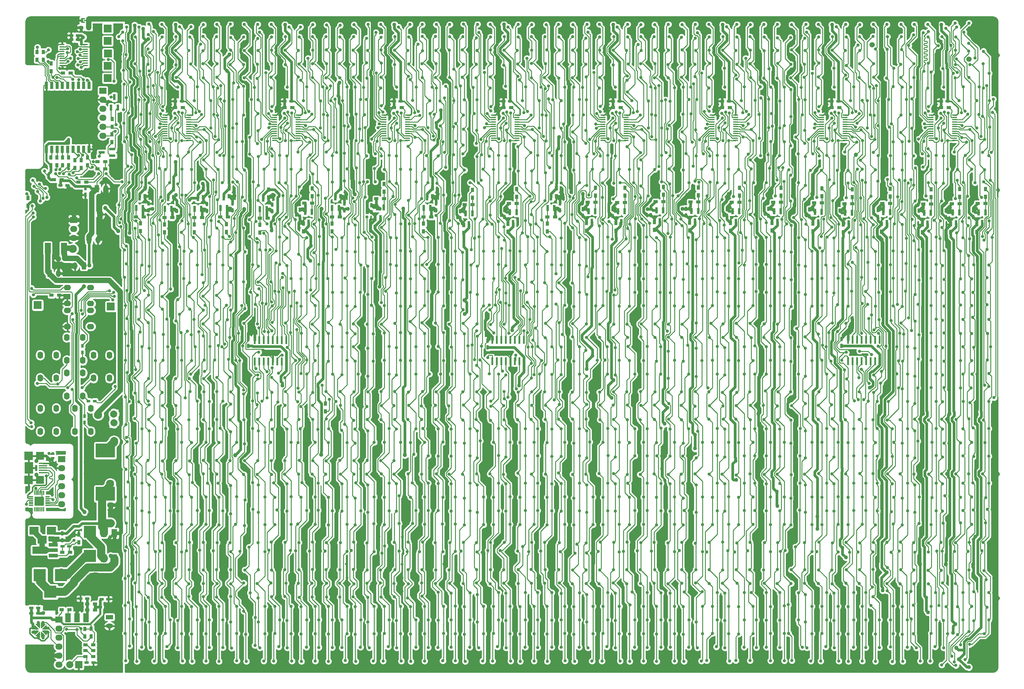
<source format=gtl>
G04 #@! TF.GenerationSoftware,KiCad,Pcbnew,no-vcs-found-7399~56~ubuntu14.04.1*
G04 #@! TF.CreationDate,2016-12-16T11:10:50+09:00*
G04 #@! TF.ProjectId,dotmatrix_64x48,646F746D61747269785F36347834382E,rev?*
G04 #@! TF.FileFunction,Copper,L1,Top,Signal*
G04 #@! TF.FilePolarity,Positive*
%FSLAX46Y46*%
G04 Gerber Fmt 4.6, Leading zero omitted, Abs format (unit mm)*
G04 Created by KiCad (PCBNEW no-vcs-found-7399~56~ubuntu14.04.1) date Fri Dec 16 11:10:50 2016*
%MOMM*%
%LPD*%
G01*
G04 APERTURE LIST*
%ADD10C,0.100000*%
%ADD11R,2.235200X2.235200*%
%ADD12C,0.800000*%
%ADD13R,0.800000X0.700000*%
%ADD14R,1.100000X0.500000*%
%ADD15O,2.032000X1.727200*%
%ADD16R,2.032000X1.727200*%
%ADD17C,2.000000*%
%ADD18O,1.800000X2.000000*%
%ADD19O,1.500000X2.000000*%
%ADD20O,2.000000X1.500000*%
%ADD21R,5.400040X4.000000*%
%ADD22O,2.000000X1.600000*%
%ADD23O,1.600000X2.000000*%
%ADD24C,1.500000*%
%ADD25R,1.200000X0.750000*%
%ADD26R,0.500000X0.900000*%
%ADD27R,0.400000X1.300000*%
%ADD28R,0.600000X0.300000*%
%ADD29R,1.100000X0.300000*%
%ADD30R,1.200000X0.900000*%
%ADD31R,2.400000X3.200000*%
%ADD32R,2.200000X2.200000*%
%ADD33R,2.400000X2.400000*%
%ADD34C,1.200000*%
%ADD35R,2.400000X0.400000*%
%ADD36R,2.500000X2.200000*%
%ADD37O,2.000000X1.300000*%
%ADD38R,2.000000X1.300000*%
%ADD39C,1.400000*%
%ADD40C,7.500000*%
%ADD41R,0.900000X1.200000*%
%ADD42R,0.300000X1.200000*%
%ADD43R,1.200000X0.300000*%
%ADD44R,2.500000X2.500000*%
%ADD45R,1.400000X0.400000*%
%ADD46C,1.000000*%
%ADD47C,6.500000*%
%ADD48R,3.500120X3.500120*%
%ADD49R,1.500000X2.199640*%
%ADD50R,0.600000X2.200000*%
%ADD51R,0.750000X1.200000*%
%ADD52R,3.500000X3.500000*%
%ADD53R,0.800100X1.800860*%
%ADD54R,1.800860X0.800100*%
%ADD55C,0.749300*%
%ADD56R,4.000500X1.998980*%
%ADD57R,2.501900X1.000760*%
%ADD58O,1.300000X2.000000*%
%ADD59R,1.300000X2.000000*%
%ADD60R,0.700000X1.000000*%
%ADD61R,1.000000X0.700000*%
%ADD62R,2.000000X2.000000*%
%ADD63R,1.651000X3.048000*%
%ADD64R,6.096000X6.096000*%
%ADD65C,0.742780*%
%ADD66R,1.524000X2.500000*%
%ADD67R,0.900000X2.000000*%
%ADD68R,3.800000X3.900000*%
%ADD69C,1.100000*%
%ADD70C,0.900000*%
%ADD71C,2.300000*%
%ADD72C,0.250000*%
%ADD73C,0.800000*%
%ADD74C,0.400000*%
%ADD75C,1.500000*%
%ADD76C,0.600000*%
%ADD77C,2.300000*%
%ADD78C,0.254000*%
G04 APERTURE END LIST*
D10*
D11*
X35800000Y-23000000D03*
D12*
X38850000Y-32850000D03*
X38850000Y-36550000D03*
X39100000Y-40100000D03*
X35860000Y-59240000D03*
X31210000Y-57570000D03*
X29260000Y-57560000D03*
X34660000Y-58300000D03*
X38280000Y-60310000D03*
X36990000Y-57460000D03*
X36160000Y-36550000D03*
X30520000Y-97160000D03*
X18090000Y-117030000D03*
D13*
X20250000Y-137200000D03*
D14*
X20250000Y-137000000D03*
X20250000Y-135900000D03*
D13*
X20250000Y-135700000D03*
D12*
X13060000Y-132310000D03*
X35750000Y-117810000D03*
X20130000Y-147200000D03*
X18920000Y-151510000D03*
X37500000Y-112930000D03*
X29860000Y-150580000D03*
X17640000Y-157880000D03*
X23020000Y-156540000D03*
X23570000Y-154620000D03*
X19650000Y-128340000D03*
X23540000Y-151600000D03*
X13080000Y-151400000D03*
X23470000Y-135510000D03*
X23675000Y-165625000D03*
X36800000Y-56400000D03*
X33975000Y-59375000D03*
X30100000Y-44300000D03*
X29700000Y-40975000D03*
X28975000Y-36900000D03*
X32000000Y-29150000D03*
X17250000Y-80000000D03*
X23625000Y-167275000D03*
X32000000Y-37600000D03*
X30750000Y-34600000D03*
X33650000Y-28800000D03*
X33600000Y-31700000D03*
X28350000Y-28050000D03*
X25050000Y-33900000D03*
X27200000Y-34050000D03*
X34700000Y-49450000D03*
X35450000Y-47800000D03*
D15*
X22825000Y-150000000D03*
X22825000Y-147460000D03*
X22825000Y-144920000D03*
X22825000Y-142380000D03*
X22825000Y-139840000D03*
D16*
X22825000Y-137300000D03*
D12*
X36350000Y-34050000D03*
X16600000Y-91700000D03*
X286200000Y-23600000D03*
D15*
X34350000Y-46200000D03*
X34350000Y-43660000D03*
X34350000Y-41120000D03*
X34350000Y-38580000D03*
X34350000Y-36040000D03*
D16*
X34350000Y-33500000D03*
D17*
X37475000Y-124590000D03*
D18*
X37800000Y-132205000D03*
D17*
X37500000Y-127125000D03*
D12*
X37425000Y-122200000D03*
X38300000Y-121625000D03*
X38825000Y-120800000D03*
X27100000Y-46675000D03*
X38800000Y-28100000D03*
X27425000Y-43425000D03*
X23725000Y-36300000D03*
X23900000Y-46175000D03*
X32450000Y-176700000D03*
X28225000Y-162275000D03*
X30475000Y-127250000D03*
X20450000Y-160475000D03*
X20450000Y-159525000D03*
X35025000Y-116050000D03*
X33530000Y-120130000D03*
X36125000Y-151600000D03*
X36125000Y-151600000D03*
X36875000Y-152050000D03*
X36900000Y-152950000D03*
X29375000Y-129075000D03*
X30625000Y-125000000D03*
X30700000Y-119725000D03*
X39300000Y-121475000D03*
X32150000Y-150050000D03*
X32025000Y-154075000D03*
X36500000Y-161075000D03*
X35625000Y-161075000D03*
X35825000Y-160150000D03*
X34875000Y-160200000D03*
D19*
X36575000Y-155325000D03*
D20*
X36575000Y-150245000D03*
D21*
X35075000Y-147100000D03*
X35075000Y-134900000D03*
D12*
X29500000Y-47625000D03*
X28725000Y-47100000D03*
X28750000Y-48050000D03*
X28250000Y-46250000D03*
X32075000Y-15175000D03*
X14990000Y-101810000D03*
X15000000Y-105100000D03*
X15090000Y-113450000D03*
X18875000Y-23925000D03*
X18025000Y-66500000D03*
X29175000Y-69125000D03*
X21700000Y-94925000D03*
X27325000Y-12925000D03*
X31650000Y-197050000D03*
X34450000Y-143425000D03*
X233875000Y-166950000D03*
X19925000Y-190225000D03*
X20500000Y-83250000D03*
X21175000Y-22550000D03*
X38000000Y-63375000D03*
X25650000Y-63825000D03*
X24625000Y-65600000D03*
X20050000Y-20950000D03*
X27050000Y-188100000D03*
X27950000Y-191850000D03*
X24800000Y-193275000D03*
X19450000Y-114875000D03*
X20875000Y-92450000D03*
X36250000Y-77475000D03*
X22750000Y-110500000D03*
X26850000Y-64600000D03*
X16675000Y-72625000D03*
X18575000Y-68950000D03*
X23700000Y-41300000D03*
X26600000Y-41350000D03*
X26550000Y-38500000D03*
X23650000Y-38500000D03*
X13000000Y-20450000D03*
X13050000Y-25700000D03*
X12925000Y-58000000D03*
X16600000Y-55900000D03*
X12950000Y-55950000D03*
X19720000Y-62730000D03*
X15510000Y-81770000D03*
X15460000Y-75880000D03*
X15420000Y-78900000D03*
X16875000Y-99450000D03*
X19400000Y-108350000D03*
X18200000Y-113500000D03*
X15510000Y-84610000D03*
X20640000Y-60340000D03*
X15475000Y-71050000D03*
X33800000Y-193300000D03*
X285400000Y-13300000D03*
X15100000Y-160400000D03*
X18400000Y-165000000D03*
X29400000Y-138200000D03*
X34100000Y-110900000D03*
X34100000Y-100300000D03*
X17300000Y-177900000D03*
X37800000Y-109700000D03*
X21525000Y-124800000D03*
X14500000Y-155500000D03*
X21000000Y-179500000D03*
X18000000Y-179500000D03*
X15970000Y-124960000D03*
X24425000Y-122900000D03*
X37000000Y-101000000D03*
X20125000Y-112800000D03*
X24375000Y-107500000D03*
X30225000Y-111125000D03*
X28600000Y-115300000D03*
X29850000Y-117700000D03*
D22*
X30900000Y-89000000D03*
X30900000Y-93500000D03*
X24400000Y-93500000D03*
X24400000Y-89000000D03*
D23*
X21250000Y-123000000D03*
X16750000Y-123000000D03*
X16750000Y-129500000D03*
X21250000Y-129500000D03*
X21250000Y-108000000D03*
X16750000Y-108000000D03*
X16750000Y-114500000D03*
X21250000Y-114500000D03*
X28751641Y-113009083D03*
X24251641Y-113009083D03*
X24251641Y-119509083D03*
X28751641Y-119509083D03*
X28751641Y-103009083D03*
X24251641Y-103009083D03*
X24251641Y-109509083D03*
X28751641Y-109509083D03*
X36250000Y-108000000D03*
X31750000Y-108000000D03*
X31750000Y-114500000D03*
X36250000Y-114500000D03*
D22*
X30910000Y-95450000D03*
X30910000Y-99950000D03*
X24410000Y-99950000D03*
X24410000Y-95450000D03*
D23*
X31000000Y-123009083D03*
X26500000Y-123009083D03*
X26500000Y-129509083D03*
X31000000Y-129509083D03*
D12*
X18900000Y-101350000D03*
X18200000Y-105725000D03*
D24*
X278250000Y-24600000D03*
X251000000Y-20550000D03*
D12*
X29400000Y-141400000D03*
X34675000Y-140025000D03*
X31275000Y-136925000D03*
X26400000Y-23600000D03*
X29150000Y-80400000D03*
X30440000Y-152860000D03*
X24325000Y-104925000D03*
X39200000Y-174350000D03*
X37000000Y-162900000D03*
X36000000Y-162900000D03*
X36000000Y-161950000D03*
X37000000Y-162000000D03*
X13000000Y-170300000D03*
X29550000Y-161800000D03*
X29000000Y-160450000D03*
X30950000Y-161900000D03*
X22450000Y-172700000D03*
X19850000Y-169650000D03*
X37850000Y-169500000D03*
X39250000Y-168750000D03*
X199400000Y-170650000D03*
X199950000Y-159250000D03*
X191600000Y-170750000D03*
X191600000Y-166600000D03*
X191950000Y-159300000D03*
X191700000Y-140050000D03*
X16150000Y-117230000D03*
X195750000Y-62000000D03*
X199350000Y-139900000D03*
X84050000Y-124600000D03*
X91800000Y-124700000D03*
X107950000Y-97550000D03*
X107050000Y-124700000D03*
X24300000Y-19600000D03*
X22100000Y-18600000D03*
D25*
X24375000Y-60200000D03*
X22475000Y-60200000D03*
D12*
X32275000Y-183975000D03*
X38750000Y-15000000D03*
X33500000Y-15250000D03*
X36000000Y-178250000D03*
D25*
X35950000Y-176750000D03*
X34050000Y-176750000D03*
D26*
X28530000Y-13750000D03*
D27*
X29830000Y-13750000D03*
D28*
X29330000Y-13750000D03*
D29*
X28830000Y-13250000D03*
X28830000Y-14250000D03*
D30*
X20600000Y-58600000D03*
X22800000Y-58600000D03*
X30420000Y-15750000D03*
X28220000Y-15750000D03*
D12*
X165250000Y-97550000D03*
X126800000Y-97525000D03*
X164800000Y-124525000D03*
X157575000Y-124675000D03*
X157900000Y-139825000D03*
X49125000Y-174625000D03*
X48750000Y-170900000D03*
X165775000Y-139650000D03*
X184625000Y-170725000D03*
X183275000Y-166725000D03*
X165525000Y-159175000D03*
X164725000Y-166875000D03*
X164750000Y-170775000D03*
X160550000Y-170750000D03*
X160600000Y-166875000D03*
X156375000Y-159150000D03*
X156825000Y-170775000D03*
X156300000Y-167025000D03*
X145175000Y-166925000D03*
X146375000Y-159300000D03*
X145375000Y-170725000D03*
X133850000Y-167075000D03*
X130750000Y-170725000D03*
X114325000Y-170725000D03*
X106850000Y-170825000D03*
X103050000Y-174650000D03*
X103125000Y-170775000D03*
X103000000Y-166900000D03*
X94900000Y-170875000D03*
X91450000Y-170800000D03*
X87600000Y-166925000D03*
X87625000Y-170800000D03*
X83650000Y-170750000D03*
X60800000Y-170850000D03*
X15650000Y-87275000D03*
X22075000Y-64275000D03*
X271650000Y-13050000D03*
X115370000Y-159330000D03*
X61810000Y-124590000D03*
X65480000Y-124590000D03*
X106980000Y-140060000D03*
X91650000Y-140040000D03*
X83800000Y-139990000D03*
X161790000Y-159130000D03*
X150150000Y-159160000D03*
X149110000Y-166810000D03*
X115320000Y-166920000D03*
X106780000Y-166730000D03*
X95050000Y-167110000D03*
X90810000Y-167020000D03*
X60530000Y-166730000D03*
X83420000Y-166920000D03*
X126800000Y-174710000D03*
X114610000Y-174620000D03*
X106920000Y-174520000D03*
X95220000Y-174730000D03*
X91340000Y-174700000D03*
X87500000Y-174580000D03*
X83880000Y-174660000D03*
X64490000Y-174640000D03*
X60800000Y-174580000D03*
X183670000Y-159260000D03*
X60640000Y-140050000D03*
X64610000Y-140080000D03*
X60130000Y-159260000D03*
X64280000Y-159410000D03*
X107880000Y-159430000D03*
X91540000Y-159280000D03*
X96160000Y-159270000D03*
X85000000Y-159220000D03*
X31475000Y-134325000D03*
X100575000Y-124400000D03*
X68550000Y-140025000D03*
X280200000Y-139900000D03*
X272725000Y-139950000D03*
X264825000Y-139975000D03*
X253050000Y-139975000D03*
X229100000Y-140200000D03*
X219450000Y-139650000D03*
X185500000Y-139900000D03*
X172525000Y-139975000D03*
X150050000Y-139775000D03*
X142150000Y-140025000D03*
X131075000Y-139950000D03*
X126275000Y-139825000D03*
X123125000Y-139875000D03*
X119850000Y-139850000D03*
X110925000Y-139925000D03*
X99450000Y-140000000D03*
X74325000Y-139925000D03*
X53200000Y-139975000D03*
X285500000Y-196750000D03*
X41450000Y-196925000D03*
X183925000Y-97675000D03*
X184075000Y-124550000D03*
X149275000Y-124550000D03*
X285150000Y-170925000D03*
X279650000Y-170675000D03*
X264525000Y-170775000D03*
X252375000Y-170425000D03*
X228975000Y-170800000D03*
X219100000Y-170775000D03*
X172200000Y-170825000D03*
X149450000Y-170600000D03*
X141550000Y-170550000D03*
X134750000Y-170900000D03*
X126250000Y-170800000D03*
X122500000Y-174550000D03*
X122300000Y-170775000D03*
X118600000Y-174625000D03*
X118625000Y-170800000D03*
X110675000Y-170650000D03*
X110875000Y-174525000D03*
X99125000Y-174600000D03*
X99275000Y-170725000D03*
X74075000Y-174925000D03*
X74550000Y-170750000D03*
X68325000Y-170850000D03*
X68350000Y-174625000D03*
X52925000Y-174500000D03*
X53075000Y-170750000D03*
X68375000Y-124575000D03*
X69275000Y-159400000D03*
X68125000Y-167000000D03*
X118675000Y-167000000D03*
X118725000Y-159275000D03*
X126900000Y-159375000D03*
X122050000Y-166875000D03*
X285225000Y-27775000D03*
X285000000Y-139800000D03*
X285200000Y-135900000D03*
X285075000Y-186275000D03*
X284875000Y-155275000D03*
X284875000Y-159200000D03*
X285000000Y-124400000D03*
X284450000Y-166900000D03*
X123350000Y-159200000D03*
X100150000Y-159450000D03*
X99375000Y-166950000D03*
X126475000Y-167025000D03*
X172300000Y-166925000D03*
X172525000Y-159275000D03*
X172450000Y-124525000D03*
X141525000Y-166950000D03*
X141875000Y-159275000D03*
X141575000Y-124550000D03*
X126100000Y-124500000D03*
X286250000Y-61500000D03*
D31*
X13550000Y-139800000D03*
D32*
X16700000Y-136400000D03*
X16700000Y-143200000D03*
D33*
X13500000Y-136400000D03*
X13500000Y-143200000D03*
D34*
X15650000Y-137850000D03*
X15650000Y-141750000D03*
D35*
X17550000Y-138500000D03*
X17550000Y-139150000D03*
X17550000Y-139800000D03*
X17550000Y-140450000D03*
X17550000Y-141100000D03*
D12*
X22200000Y-27200000D03*
X26725000Y-27600000D03*
X39475000Y-179675000D03*
D36*
X17300000Y-160000000D03*
X15000000Y-157500000D03*
X19900000Y-157500000D03*
D12*
X31640000Y-49250000D03*
X37890000Y-67600000D03*
X22600000Y-16275000D03*
X39450000Y-190650000D03*
X34580000Y-187930000D03*
X34610000Y-185610000D03*
X32400000Y-40900000D03*
X32730000Y-44820000D03*
X23125000Y-27175000D03*
X25850000Y-20420000D03*
X27010000Y-20820000D03*
X26650000Y-13775000D03*
X24700000Y-91200000D03*
X16830000Y-95990000D03*
X34900000Y-180175000D03*
X18600000Y-98000000D03*
X24725000Y-186525000D03*
X38600000Y-185600000D03*
X34600000Y-195400000D03*
X35400000Y-191800000D03*
X26800000Y-179000000D03*
X26750000Y-177875000D03*
X26800000Y-175800000D03*
D30*
X29950000Y-178100000D03*
X32150000Y-178100000D03*
X32150000Y-179800000D03*
X29950000Y-179800000D03*
D37*
X36250000Y-184350000D03*
D38*
X36250000Y-181850000D03*
D12*
X26750000Y-16400000D03*
X26150000Y-21330000D03*
X35350000Y-81550000D03*
D39*
X16500000Y-193500000D03*
D34*
X15000000Y-193500000D03*
X18000000Y-193500000D03*
X13500000Y-193500000D03*
X19500000Y-193500000D03*
D40*
X16500000Y-193500000D03*
D39*
X282000000Y-193000000D03*
D34*
X280500000Y-193000000D03*
X283500000Y-193000000D03*
X279000000Y-193000000D03*
X285000000Y-193000000D03*
D40*
X282000000Y-193000000D03*
D39*
X282000000Y-17000000D03*
D34*
X280400000Y-16725000D03*
X283525000Y-16925000D03*
X279000000Y-17000000D03*
X285000000Y-17000000D03*
D40*
X282000000Y-17000000D03*
D12*
X28175000Y-61850000D03*
X16500000Y-190900000D03*
X16600000Y-192050000D03*
X16400000Y-195125000D03*
X16425000Y-196400000D03*
X282050000Y-18550000D03*
X283450000Y-190325000D03*
X282125000Y-191450000D03*
X282100000Y-195650000D03*
X282000000Y-19825000D03*
X282175000Y-14775000D03*
X28650000Y-64400000D03*
X26750000Y-65800000D03*
X21300000Y-68075000D03*
X21940000Y-88670000D03*
X24125000Y-98200000D03*
X34750000Y-92550000D03*
X25990000Y-85060000D03*
X17900000Y-74000000D03*
X18200000Y-75500000D03*
X22620000Y-82810000D03*
X34580000Y-96420000D03*
X34580000Y-96420000D03*
X29900000Y-105525000D03*
X29200000Y-98875000D03*
X24470000Y-129920000D03*
X33600000Y-102300000D03*
X38700000Y-87200000D03*
D11*
X36570000Y-94340000D03*
D41*
X13350000Y-65975000D03*
X13350000Y-63775000D03*
D12*
X30500000Y-154180000D03*
X33050000Y-72150000D03*
X30920000Y-144580000D03*
X30250000Y-148425000D03*
D42*
X17725000Y-146850000D03*
X17225000Y-146850000D03*
X16725000Y-146850000D03*
X16225000Y-146850000D03*
X15725000Y-146850000D03*
X15225000Y-146850000D03*
D43*
X14175000Y-147900000D03*
X14175000Y-148400000D03*
X14175000Y-148900000D03*
X14175000Y-149400000D03*
X14175000Y-149900000D03*
X14175000Y-150400000D03*
D42*
X15225000Y-151450000D03*
X15725000Y-151450000D03*
X16225000Y-151450000D03*
X16725000Y-151450000D03*
X17225000Y-151450000D03*
X17725000Y-151450000D03*
D43*
X18775000Y-150400000D03*
X18775000Y-149900000D03*
X18775000Y-149400000D03*
X18775000Y-148900000D03*
X18775000Y-148400000D03*
X18775000Y-147900000D03*
D44*
X16475000Y-149150000D03*
D12*
X39050000Y-53625000D03*
X27500000Y-85025000D03*
X21100000Y-76400000D03*
X21275000Y-82125000D03*
X24725000Y-85375000D03*
X21950000Y-112650000D03*
D45*
X22900000Y-20525000D03*
X22900000Y-21175000D03*
X22900000Y-21825000D03*
X22900000Y-22475000D03*
X29500000Y-20525000D03*
X22900000Y-23125000D03*
X29500000Y-21175000D03*
X22900000Y-23775000D03*
X29500000Y-21825000D03*
X22900000Y-24425000D03*
X29500000Y-22475000D03*
X22900000Y-25075000D03*
X29500000Y-23125000D03*
X22900000Y-25725000D03*
X29500000Y-23775000D03*
X22900000Y-26375000D03*
X29500000Y-24425000D03*
X29500000Y-26450000D03*
X29500000Y-25075000D03*
X29500000Y-25750000D03*
D46*
X14500000Y-17000000D03*
X19500000Y-17000000D03*
X17000000Y-19500000D03*
X17000000Y-14500000D03*
D47*
X17000000Y-17000000D03*
D12*
X14775000Y-172675000D03*
D25*
X27375000Y-19150000D03*
X25475000Y-19150000D03*
X16150000Y-179200000D03*
X14250000Y-179200000D03*
D12*
X38100000Y-57975000D03*
X32000000Y-51000000D03*
X36575000Y-53075000D03*
X37900000Y-74275000D03*
X36175000Y-72775000D03*
X34100000Y-85300000D03*
X13375000Y-166600000D03*
X13500000Y-13250000D03*
X13200000Y-190070000D03*
X36925000Y-96450000D03*
X32290000Y-82340000D03*
X31725000Y-79100000D03*
X38600000Y-75230000D03*
X37040000Y-60120000D03*
X35760000Y-65020000D03*
X36525000Y-66125000D03*
X33300000Y-64950000D03*
X28025000Y-72950000D03*
X29175000Y-71775000D03*
X27350000Y-76500000D03*
X21140000Y-78490000D03*
X24420000Y-83120000D03*
X23390000Y-84830000D03*
X31450000Y-85375000D03*
X21600000Y-104480000D03*
X22250000Y-176725000D03*
X16100000Y-176525000D03*
X16850000Y-174975000D03*
D48*
X19601720Y-174699000D03*
X16601980Y-170000000D03*
X22601460Y-170000000D03*
D12*
X13500000Y-196500000D03*
X20320000Y-13208000D03*
X35052000Y-71882000D03*
X34290000Y-72644000D03*
X39070000Y-83950000D03*
X36360000Y-85460000D03*
X22325000Y-69275000D03*
X20175000Y-69425000D03*
X20025000Y-72925000D03*
X21100000Y-74250000D03*
X19650000Y-74200000D03*
X18675000Y-73125000D03*
X18650000Y-71750000D03*
X18675000Y-70500000D03*
X27800000Y-79200000D03*
X36125000Y-69500000D03*
X39100000Y-46325000D03*
X39100000Y-78500000D03*
X20620000Y-118170000D03*
X32350000Y-92550000D03*
X20200000Y-196800000D03*
X39500000Y-196800000D03*
X19400000Y-159425000D03*
X17800000Y-166475000D03*
X13000000Y-178100000D03*
X23725000Y-178175000D03*
X13300000Y-160700000D03*
D41*
X97025000Y-123900000D03*
X97025000Y-121700000D03*
D30*
X25175000Y-163575000D03*
X22975000Y-163575000D03*
D49*
X37650000Y-165273440D03*
X34650000Y-165273440D03*
X37650000Y-158175000D03*
X34650000Y-158175000D03*
D30*
X31700000Y-189625000D03*
X29500000Y-189625000D03*
X29500000Y-191300000D03*
X31700000Y-191300000D03*
X31700000Y-192975000D03*
X29500000Y-192975000D03*
D50*
X144055000Y-103700000D03*
X144055000Y-109700000D03*
X145325000Y-103700000D03*
X145325000Y-109700000D03*
X146595000Y-103700000D03*
X146595000Y-109700000D03*
X147865000Y-103700000D03*
X147865000Y-109700000D03*
X149135000Y-103700000D03*
X149135000Y-109700000D03*
X150405000Y-103700000D03*
X150405000Y-109700000D03*
X151675000Y-103700000D03*
X151675000Y-109700000D03*
X152945000Y-103700000D03*
X152945000Y-109700000D03*
D51*
X271700000Y-69200000D03*
X271700000Y-67300000D03*
X279421233Y-67189171D03*
X279421233Y-69089171D03*
D25*
X25475000Y-17925000D03*
X27375000Y-17925000D03*
X29850000Y-194675000D03*
X31750000Y-194675000D03*
D51*
X134967501Y-69409269D03*
X134967501Y-67509269D03*
D25*
X24925000Y-161925000D03*
X23025000Y-161925000D03*
D51*
X23000000Y-160150000D03*
X23000000Y-158250000D03*
X264067027Y-69212031D03*
X264067027Y-67312031D03*
X75300000Y-105450000D03*
X75300000Y-103550000D03*
X142700000Y-103950000D03*
X142700000Y-105850000D03*
X242300000Y-105400000D03*
X242300000Y-103500000D03*
X47227534Y-65284774D03*
X47227534Y-67184774D03*
X70900000Y-67200000D03*
X70900000Y-65300000D03*
X29475000Y-62850000D03*
X29475000Y-60950000D03*
D25*
X21775000Y-80775000D03*
X23675000Y-80775000D03*
D51*
X163064526Y-67184774D03*
X163064526Y-65284774D03*
X55260178Y-65484774D03*
X55260178Y-67384774D03*
D25*
X29950000Y-176600000D03*
X28050000Y-176600000D03*
X16150000Y-180800000D03*
X14250000Y-180800000D03*
D51*
X63655830Y-67384774D03*
X63655830Y-65484774D03*
X82051482Y-65584774D03*
X82051482Y-67484774D03*
X89824088Y-67067412D03*
X89824088Y-68967412D03*
X128168874Y-65284774D03*
X128168874Y-67184774D03*
X241838713Y-67297747D03*
X241838713Y-69197747D03*
X233294706Y-68911662D03*
X233294706Y-67011662D03*
X221776220Y-66839784D03*
X221776220Y-68739784D03*
X210094576Y-68771992D03*
X210094576Y-66871992D03*
X198558114Y-66766710D03*
X198558114Y-68666710D03*
X188671316Y-68551292D03*
X188671316Y-66651292D03*
X177867435Y-66904559D03*
X177867435Y-68804559D03*
X169559704Y-68752744D03*
X169559704Y-66852744D03*
X147401128Y-67176546D03*
X147401128Y-69076546D03*
X102367456Y-65284774D03*
X102367456Y-67184774D03*
X252577457Y-67169075D03*
X252577457Y-69069075D03*
X110034940Y-67715362D03*
X110034940Y-65815362D03*
D11*
X35750000Y-30000000D03*
X16050000Y-93930000D03*
X35750000Y-26500000D03*
X35750000Y-19500000D03*
X35750000Y-16000000D03*
D16*
X26200000Y-69910000D03*
D15*
X26200000Y-72450000D03*
X26200000Y-74990000D03*
D30*
X91124076Y-65167412D03*
X93324076Y-65167412D03*
D41*
X222776208Y-72939784D03*
X222776208Y-70739784D03*
X242838701Y-71197747D03*
X242838701Y-73397747D03*
X253577445Y-73269075D03*
X253577445Y-71069075D03*
X265067015Y-71212031D03*
X265067015Y-73412031D03*
X267567015Y-61312031D03*
X267567015Y-63512031D03*
D30*
X111334928Y-63915362D03*
X113534928Y-63915362D03*
D41*
X202058102Y-60766710D03*
X202058102Y-62966710D03*
D30*
X29725000Y-59300000D03*
X27525000Y-59300000D03*
D41*
X181367423Y-60904559D03*
X181367423Y-63104559D03*
X173059692Y-63052744D03*
X173059692Y-60852744D03*
X150901116Y-61176546D03*
X150901116Y-63376546D03*
X113534928Y-62015362D03*
X113534928Y-59815362D03*
X234294694Y-73111662D03*
X234294694Y-70911662D03*
X211094564Y-70771992D03*
X211094564Y-72971992D03*
D30*
X282921221Y-65289171D03*
X280721221Y-65289171D03*
D41*
X245338701Y-63497747D03*
X245338701Y-61297747D03*
X256077445Y-61169075D03*
X256077445Y-63369075D03*
X273088766Y-71154296D03*
X273088766Y-73354296D03*
X275588766Y-61254296D03*
X275588766Y-63454296D03*
X282921221Y-63389171D03*
X282921221Y-61189171D03*
D30*
X213594564Y-64971992D03*
X211394564Y-64971992D03*
X223076208Y-64939784D03*
X225276208Y-64939784D03*
X236794694Y-65111662D03*
X234594694Y-65111662D03*
X253877445Y-65269075D03*
X256077445Y-65269075D03*
X267567015Y-65412031D03*
X265367015Y-65412031D03*
D41*
X138467489Y-61509269D03*
X138467489Y-63709269D03*
X135967489Y-71409269D03*
X135967489Y-73609269D03*
X192171304Y-60651292D03*
X192171304Y-62851292D03*
D30*
X148701116Y-65276546D03*
X150901116Y-65276546D03*
X173059692Y-64952744D03*
X170859692Y-64952744D03*
X179167423Y-65004559D03*
X181367423Y-65004559D03*
X192171304Y-64751292D03*
X189971304Y-64751292D03*
X199858102Y-64866710D03*
X202058102Y-64866710D03*
D41*
X127168886Y-61084774D03*
X127168886Y-63284774D03*
D30*
X273388766Y-65354296D03*
X275588766Y-65354296D03*
X22128000Y-91126000D03*
X19928000Y-91126000D03*
X124668886Y-69084774D03*
X126868886Y-69084774D03*
X161764538Y-69084774D03*
X159564538Y-69084774D03*
X51760190Y-69284774D03*
X53960190Y-69284774D03*
D41*
X111034928Y-69715362D03*
X111034928Y-71915362D03*
X37050000Y-41500000D03*
X37050000Y-43700000D03*
X36950000Y-45800000D03*
X36950000Y-48000000D03*
D30*
X62355842Y-69284774D03*
X60155842Y-69284774D03*
X78551494Y-69384774D03*
X80751494Y-69384774D03*
D41*
X46227546Y-63284774D03*
X46227546Y-61084774D03*
X69937311Y-61084774D03*
X69937311Y-63284774D03*
X101367468Y-63284774D03*
X101367468Y-61084774D03*
D30*
X138467489Y-65609269D03*
X136267489Y-65609269D03*
D41*
X162064538Y-63284774D03*
X162064538Y-61084774D03*
X54260190Y-61284774D03*
X54260190Y-63484774D03*
X62655842Y-63484774D03*
X62655842Y-61284774D03*
X81051494Y-61384774D03*
X81051494Y-63584774D03*
X93324076Y-63267412D03*
X93324076Y-61067412D03*
D30*
X35100000Y-55500000D03*
X32900000Y-55500000D03*
D41*
X29350000Y-187325000D03*
X29350000Y-185125000D03*
X27600000Y-158600000D03*
X27600000Y-160800000D03*
D30*
X98867468Y-69084774D03*
X101067468Y-69084774D03*
X22775000Y-179750000D03*
X24975000Y-179750000D03*
X67437311Y-69084774D03*
X69637311Y-69084774D03*
X35100000Y-53500000D03*
X32900000Y-53500000D03*
D41*
X78551494Y-73484774D03*
X78551494Y-71284774D03*
X60155842Y-71184774D03*
X60155842Y-73384774D03*
X51760190Y-73384774D03*
X51760190Y-71184774D03*
X159564538Y-73184774D03*
X159564538Y-70984774D03*
X124668886Y-70984774D03*
X124668886Y-73184774D03*
X98867468Y-73184774D03*
X98867468Y-70984774D03*
X69200000Y-71100000D03*
X69200000Y-73300000D03*
X45000000Y-73100000D03*
X45000000Y-70900000D03*
X31075000Y-187300000D03*
X31075000Y-185100000D03*
D30*
X243138701Y-65397747D03*
X245338701Y-65397747D03*
X43727546Y-69084774D03*
X45927546Y-69084774D03*
D41*
X170559692Y-70752744D03*
X170559692Y-72952744D03*
X178867423Y-73004559D03*
X178867423Y-70804559D03*
X189671304Y-70551292D03*
X189671304Y-72751292D03*
X199558102Y-72866710D03*
X199558102Y-70666710D03*
X213594564Y-63071992D03*
X213594564Y-60871992D03*
X225276208Y-60839784D03*
X225276208Y-63039784D03*
X90824076Y-70967412D03*
X90824076Y-73167412D03*
X280421221Y-73289171D03*
X280421221Y-71089171D03*
X236794694Y-63211662D03*
X236794694Y-61011662D03*
X148401116Y-73276546D03*
X148401116Y-71076546D03*
D52*
X30750000Y-157796400D03*
X30750000Y-164603600D03*
D53*
X113484928Y-66413082D03*
X111584928Y-66413082D03*
X112534928Y-69415362D03*
X137467489Y-71109269D03*
X136517489Y-68106989D03*
X138417489Y-68106989D03*
X93274076Y-67665132D03*
X91374076Y-67665132D03*
X92324076Y-70667412D03*
X79551494Y-63884774D03*
X80501494Y-66887054D03*
X78601494Y-66887054D03*
X60205842Y-66787054D03*
X62105842Y-66787054D03*
X61155842Y-63784774D03*
X52760190Y-63784774D03*
X53710190Y-66787054D03*
X51810190Y-66787054D03*
X159614538Y-66587054D03*
X161514538Y-66587054D03*
X160564538Y-63584774D03*
X125668886Y-63584774D03*
X126618886Y-66587054D03*
X124718886Y-66587054D03*
X98917468Y-66587054D03*
X100817468Y-66587054D03*
X99867468Y-63584774D03*
X68437311Y-63584774D03*
X69387311Y-66587054D03*
X67487311Y-66587054D03*
X36700000Y-38302280D03*
X38600000Y-38302280D03*
X37650000Y-35300000D03*
X44727546Y-63584774D03*
X45677546Y-66587054D03*
X43777546Y-66587054D03*
D54*
X37051140Y-51850000D03*
X37051140Y-49950000D03*
X34048860Y-50900000D03*
D53*
X180367423Y-70504559D03*
X179417423Y-67502279D03*
X181317423Y-67502279D03*
X275538766Y-67852016D03*
X273638766Y-67852016D03*
X274588766Y-70854296D03*
X266567015Y-70912031D03*
X265617015Y-67909751D03*
X267517015Y-67909751D03*
X256027445Y-67766795D03*
X254127445Y-67766795D03*
X255077445Y-70769075D03*
X244338701Y-70897747D03*
X243388701Y-67895467D03*
X245288701Y-67895467D03*
X236744694Y-67609382D03*
X234844694Y-67609382D03*
X235794694Y-70611662D03*
X224276208Y-70439784D03*
X223326208Y-67437504D03*
X225226208Y-67437504D03*
X213544564Y-67469712D03*
X211644564Y-67469712D03*
X212594564Y-70471992D03*
X201058102Y-70366710D03*
X200108102Y-67364430D03*
X202008102Y-67364430D03*
X192121304Y-67249012D03*
X190221304Y-67249012D03*
X191171304Y-70251292D03*
X172059692Y-70452744D03*
X171109692Y-67450464D03*
X173009692Y-67450464D03*
X150851116Y-67774266D03*
X148951116Y-67774266D03*
X149901116Y-70776546D03*
X281921221Y-70789171D03*
X280971221Y-67786891D03*
X282871221Y-67786891D03*
D55*
X18849500Y-163000000D03*
D10*
G36*
X18474850Y-161999240D02*
X19224150Y-162499620D01*
X19224150Y-163500380D01*
X18474850Y-164000760D01*
X18474850Y-161999240D01*
X18474850Y-161999240D01*
G37*
D56*
X16500000Y-163000000D03*
D57*
X20452240Y-161498860D03*
X20452240Y-163000000D03*
X20452240Y-164501140D03*
D58*
X33000000Y-75500000D03*
D59*
X30500000Y-75500000D03*
X29050000Y-82850000D03*
D58*
X26550000Y-82850000D03*
X33800000Y-68350000D03*
D59*
X31300000Y-68350000D03*
X19400000Y-85025000D03*
D58*
X21900000Y-85025000D03*
X35230000Y-61090000D03*
D59*
X32730000Y-61090000D03*
D60*
X29250000Y-125225000D03*
X29250000Y-127025000D03*
D61*
X30325000Y-120950000D03*
X32125000Y-120950000D03*
D60*
X28625000Y-105450000D03*
X28625000Y-107250000D03*
D50*
X253045000Y-109700000D03*
X253045000Y-103700000D03*
X251775000Y-109700000D03*
X251775000Y-103700000D03*
X250505000Y-109700000D03*
X250505000Y-103700000D03*
X249235000Y-109700000D03*
X249235000Y-103700000D03*
X247965000Y-109700000D03*
X247965000Y-103700000D03*
X246695000Y-109700000D03*
X246695000Y-103700000D03*
X245425000Y-109700000D03*
X245425000Y-103700000D03*
X244155000Y-109700000D03*
X244155000Y-103700000D03*
X86040000Y-109800000D03*
X86040000Y-103800000D03*
X84770000Y-109800000D03*
X84770000Y-103800000D03*
X83500000Y-109800000D03*
X83500000Y-103800000D03*
X82230000Y-109800000D03*
X82230000Y-103800000D03*
X80960000Y-109800000D03*
X80960000Y-103800000D03*
X79690000Y-109800000D03*
X79690000Y-103800000D03*
X78420000Y-109800000D03*
X78420000Y-103800000D03*
X77150000Y-109800000D03*
X77150000Y-103800000D03*
D30*
X272550000Y-38300000D03*
X270350000Y-38300000D03*
D25*
X270350000Y-36450000D03*
X272250000Y-36450000D03*
D45*
X267550000Y-47525000D03*
X274150000Y-47525000D03*
X267550000Y-46875000D03*
X274150000Y-46875000D03*
X267550000Y-46225000D03*
X274150000Y-46225000D03*
X267550000Y-45575000D03*
X274150000Y-45575000D03*
X267550000Y-44925000D03*
X274150000Y-44925000D03*
X267550000Y-44275000D03*
X274150000Y-44275000D03*
X267550000Y-43625000D03*
X274150000Y-43625000D03*
X267550000Y-42975000D03*
X274150000Y-42975000D03*
X267550000Y-42325000D03*
X274150000Y-42325000D03*
X267550000Y-41675000D03*
X274150000Y-41675000D03*
X267550000Y-41025000D03*
X274150000Y-41025000D03*
X267550000Y-40375000D03*
X274150000Y-40375000D03*
D30*
X239550000Y-38300000D03*
X241750000Y-38300000D03*
D25*
X241450000Y-36450000D03*
X239550000Y-36450000D03*
D45*
X243350000Y-40375000D03*
X236750000Y-40375000D03*
X243350000Y-41025000D03*
X236750000Y-41025000D03*
X243350000Y-41675000D03*
X236750000Y-41675000D03*
X243350000Y-42325000D03*
X236750000Y-42325000D03*
X243350000Y-42975000D03*
X236750000Y-42975000D03*
X243350000Y-43625000D03*
X236750000Y-43625000D03*
X243350000Y-44275000D03*
X236750000Y-44275000D03*
X243350000Y-44925000D03*
X236750000Y-44925000D03*
X243350000Y-45575000D03*
X236750000Y-45575000D03*
X243350000Y-46225000D03*
X236750000Y-46225000D03*
X243350000Y-46875000D03*
X236750000Y-46875000D03*
X243350000Y-47525000D03*
X236750000Y-47525000D03*
D30*
X210950000Y-38300000D03*
X208750000Y-38300000D03*
D25*
X208750000Y-36450000D03*
X210650000Y-36450000D03*
D45*
X205950000Y-47525000D03*
X212550000Y-47525000D03*
X205950000Y-46875000D03*
X212550000Y-46875000D03*
X205950000Y-46225000D03*
X212550000Y-46225000D03*
X205950000Y-45575000D03*
X212550000Y-45575000D03*
X205950000Y-44925000D03*
X212550000Y-44925000D03*
X205950000Y-44275000D03*
X212550000Y-44275000D03*
X205950000Y-43625000D03*
X212550000Y-43625000D03*
X205950000Y-42975000D03*
X212550000Y-42975000D03*
X205950000Y-42325000D03*
X212550000Y-42325000D03*
X205950000Y-41675000D03*
X212550000Y-41675000D03*
X205950000Y-41025000D03*
X212550000Y-41025000D03*
X205950000Y-40375000D03*
X212550000Y-40375000D03*
D30*
X177950000Y-38300000D03*
X180150000Y-38300000D03*
D25*
X179850000Y-36450000D03*
X177950000Y-36450000D03*
D45*
X181750000Y-40375000D03*
X175150000Y-40375000D03*
X181750000Y-41025000D03*
X175150000Y-41025000D03*
X181750000Y-41675000D03*
X175150000Y-41675000D03*
X181750000Y-42325000D03*
X175150000Y-42325000D03*
X181750000Y-42975000D03*
X175150000Y-42975000D03*
X181750000Y-43625000D03*
X175150000Y-43625000D03*
X181750000Y-44275000D03*
X175150000Y-44275000D03*
X181750000Y-44925000D03*
X175150000Y-44925000D03*
X181750000Y-45575000D03*
X175150000Y-45575000D03*
X181750000Y-46225000D03*
X175150000Y-46225000D03*
X181750000Y-46875000D03*
X175150000Y-46875000D03*
X181750000Y-47525000D03*
X175150000Y-47525000D03*
D30*
X147150000Y-38300000D03*
X149350000Y-38300000D03*
D45*
X150950000Y-40375000D03*
X144350000Y-40375000D03*
X150950000Y-41025000D03*
X144350000Y-41025000D03*
X150950000Y-41675000D03*
X144350000Y-41675000D03*
X150950000Y-42325000D03*
X144350000Y-42325000D03*
X150950000Y-42975000D03*
X144350000Y-42975000D03*
X150950000Y-43625000D03*
X144350000Y-43625000D03*
X150950000Y-44275000D03*
X144350000Y-44275000D03*
X150950000Y-44925000D03*
X144350000Y-44925000D03*
X150950000Y-45575000D03*
X144350000Y-45575000D03*
X150950000Y-46225000D03*
X144350000Y-46225000D03*
X150950000Y-46875000D03*
X144350000Y-46875000D03*
X150950000Y-47525000D03*
X144350000Y-47525000D03*
D25*
X149050000Y-36450000D03*
X147150000Y-36450000D03*
D30*
X118550000Y-38300000D03*
X116350000Y-38300000D03*
D45*
X113550000Y-47525000D03*
X120150000Y-47525000D03*
X113550000Y-46875000D03*
X120150000Y-46875000D03*
X113550000Y-46225000D03*
X120150000Y-46225000D03*
X113550000Y-45575000D03*
X120150000Y-45575000D03*
X113550000Y-44925000D03*
X120150000Y-44925000D03*
X113550000Y-44275000D03*
X120150000Y-44275000D03*
X113550000Y-43625000D03*
X120150000Y-43625000D03*
X113550000Y-42975000D03*
X120150000Y-42975000D03*
X113550000Y-42325000D03*
X120150000Y-42325000D03*
X113550000Y-41675000D03*
X120150000Y-41675000D03*
X113550000Y-41025000D03*
X120150000Y-41025000D03*
X113550000Y-40375000D03*
X120150000Y-40375000D03*
D25*
X116350000Y-36450000D03*
X118250000Y-36450000D03*
D30*
X85550000Y-38300000D03*
X87750000Y-38300000D03*
D45*
X89350000Y-40375000D03*
X82750000Y-40375000D03*
X89350000Y-41025000D03*
X82750000Y-41025000D03*
X89350000Y-41675000D03*
X82750000Y-41675000D03*
X89350000Y-42325000D03*
X82750000Y-42325000D03*
X89350000Y-42975000D03*
X82750000Y-42975000D03*
X89350000Y-43625000D03*
X82750000Y-43625000D03*
X89350000Y-44275000D03*
X82750000Y-44275000D03*
X89350000Y-44925000D03*
X82750000Y-44925000D03*
X89350000Y-45575000D03*
X82750000Y-45575000D03*
X89350000Y-46225000D03*
X82750000Y-46225000D03*
X89350000Y-46875000D03*
X82750000Y-46875000D03*
X89350000Y-47525000D03*
X82750000Y-47525000D03*
D25*
X87450000Y-36450000D03*
X85550000Y-36450000D03*
D30*
X54750000Y-38300000D03*
X56950000Y-38300000D03*
D46*
X29750000Y-172500000D03*
X34750000Y-172500000D03*
X32250000Y-175000000D03*
X32250000Y-170000000D03*
D47*
X32250000Y-172500000D03*
D25*
X56650000Y-36450000D03*
X54750000Y-36450000D03*
D17*
X25060000Y-195200000D03*
D62*
X27600000Y-195200000D03*
D41*
X19750000Y-54500000D03*
X19750000Y-52300000D03*
X17650000Y-22600000D03*
X17650000Y-24800000D03*
D30*
X23150000Y-28500000D03*
X25350000Y-28500000D03*
D41*
X15850000Y-24800000D03*
X15850000Y-22600000D03*
X19850000Y-28025000D03*
X19850000Y-25825000D03*
X28300000Y-55300000D03*
X28300000Y-53100000D03*
X26500000Y-53100000D03*
X26500000Y-55300000D03*
X30100000Y-54500000D03*
X30100000Y-52300000D03*
X23050000Y-54500000D03*
X23050000Y-52300000D03*
X21400000Y-52300000D03*
X21400000Y-54500000D03*
X24700000Y-54500000D03*
X24700000Y-52300000D03*
D63*
X23436000Y-77900000D03*
D64*
X21150000Y-71550000D03*
D63*
X18864000Y-77900000D03*
D16*
X22000000Y-182500000D03*
D15*
X22000000Y-185040000D03*
X22000000Y-187580000D03*
X22000000Y-190120000D03*
X22000000Y-192660000D03*
X22000000Y-195200000D03*
D12*
X17500000Y-187675000D03*
X16200000Y-187675000D03*
X17500000Y-183325000D03*
X16200000Y-183325000D03*
X18950000Y-186075000D03*
X18950000Y-184875000D03*
X14650000Y-184875000D03*
X14650000Y-186075000D03*
D65*
X16352512Y-184274101D03*
D10*
G36*
X16712215Y-183313313D02*
X16731913Y-184928742D01*
X16547137Y-185005279D01*
X15418784Y-183849070D01*
X16712215Y-183313313D01*
X16712215Y-183313313D01*
G37*
D65*
X17347488Y-186676187D03*
D10*
G36*
X16987785Y-187636975D02*
X16968087Y-186021546D01*
X17152863Y-185945009D01*
X18281216Y-187101218D01*
X16987785Y-187636975D01*
X16987785Y-187636975D01*
G37*
D65*
X15648956Y-184977655D03*
D10*
G36*
X15223925Y-184043927D02*
X16380134Y-185172280D01*
X16303597Y-185357056D01*
X14688168Y-185337358D01*
X15223925Y-184043927D01*
X15223925Y-184043927D01*
G37*
D65*
X18051044Y-185972633D03*
D10*
G36*
X18476075Y-186906361D02*
X17319866Y-185778008D01*
X17396403Y-185593232D01*
X19011832Y-185612930D01*
X18476075Y-186906361D01*
X18476075Y-186906361D01*
G37*
D65*
X15648957Y-185972632D03*
D10*
G36*
X14688169Y-185612929D02*
X16303598Y-185593231D01*
X16380135Y-185778007D01*
X15223926Y-186906360D01*
X14688169Y-185612929D01*
X14688169Y-185612929D01*
G37*
D65*
X18051043Y-184977656D03*
D10*
G36*
X19011831Y-185337359D02*
X17396402Y-185357057D01*
X17319865Y-185172281D01*
X18476074Y-184043928D01*
X19011831Y-185337359D01*
X19011831Y-185337359D01*
G37*
D65*
X16352511Y-186676188D03*
D10*
G36*
X15418783Y-187101219D02*
X16547136Y-185945010D01*
X16731912Y-186021547D01*
X16712214Y-187636976D01*
X15418783Y-187101219D01*
X15418783Y-187101219D01*
G37*
D65*
X17347489Y-184274100D03*
D10*
G36*
X18281217Y-183849069D02*
X17152864Y-185005278D01*
X16968088Y-184928741D01*
X16987786Y-183313312D01*
X18281217Y-183849069D01*
X18281217Y-183849069D01*
G37*
D66*
X24560000Y-182000000D03*
X27100000Y-182000000D03*
X29640000Y-182000000D03*
D45*
X58550000Y-40375000D03*
X51950000Y-40375000D03*
X58550000Y-41025000D03*
X51950000Y-41025000D03*
X58550000Y-41675000D03*
X51950000Y-41675000D03*
X58550000Y-42325000D03*
X51950000Y-42325000D03*
X58550000Y-42975000D03*
X51950000Y-42975000D03*
X58550000Y-43625000D03*
X51950000Y-43625000D03*
X58550000Y-44275000D03*
X51950000Y-44275000D03*
X58550000Y-44925000D03*
X51950000Y-44925000D03*
X58550000Y-45575000D03*
X51950000Y-45575000D03*
X58550000Y-46225000D03*
X51950000Y-46225000D03*
X58550000Y-46875000D03*
X51950000Y-46875000D03*
X58550000Y-47525000D03*
X51950000Y-47525000D03*
D67*
X18500000Y-50000000D03*
X20000000Y-50000000D03*
X21500000Y-50000000D03*
X23000000Y-50000000D03*
X24500000Y-50000000D03*
X26000000Y-50000000D03*
X27500000Y-50000000D03*
X29000000Y-50000000D03*
X30500000Y-50000000D03*
X30500000Y-32000000D03*
X29000000Y-32000000D03*
X27500000Y-32000000D03*
X26000000Y-32000000D03*
X24500000Y-32000000D03*
X23000000Y-32000000D03*
X21500000Y-32000000D03*
X20000000Y-32000000D03*
X18500000Y-32000000D03*
D68*
X25132000Y-39934000D03*
D69*
X19550000Y-137525000D03*
X278250000Y-24600000D03*
D70*
X39375939Y-23273755D03*
D69*
X251000000Y-20550000D03*
X166250000Y-62100000D03*
X163805298Y-62810492D03*
X105340988Y-62701069D03*
X102949970Y-62702057D03*
D34*
X131900000Y-61850001D03*
D69*
X135813553Y-62659549D03*
D70*
X39479436Y-21597700D03*
X38907839Y-19578230D03*
X37650000Y-17690000D03*
X39419958Y-25296318D03*
D34*
X73610000Y-97194006D03*
D69*
X76789442Y-97589336D03*
X17650000Y-180700000D03*
X42570000Y-139880000D03*
X42748518Y-128600000D03*
D34*
X42775000Y-124375000D03*
X280225000Y-124600000D03*
X272700000Y-124575002D03*
X265260000Y-124521769D03*
X253013447Y-124600000D03*
X227929004Y-124550000D03*
X218974988Y-124575000D03*
X130349987Y-124575000D03*
X111299988Y-124625000D03*
X75524997Y-124624997D03*
X53950000Y-124625000D03*
D69*
X253690000Y-159090000D03*
D34*
X271749981Y-166925000D03*
D69*
X252400000Y-166625000D03*
D34*
X279400000Y-166924992D03*
X264400001Y-166925000D03*
X227250000Y-166850000D03*
D69*
X75675000Y-63175000D03*
X23500000Y-18325000D03*
D34*
X41544979Y-62030466D03*
D69*
X280033448Y-159200000D03*
X272260000Y-159203448D03*
X264733448Y-159170000D03*
X228220000Y-159155996D03*
D34*
X111560000Y-97600000D03*
D69*
X71450000Y-63200000D03*
X128699988Y-62659549D03*
D34*
X218175000Y-62750011D03*
X228600000Y-63081750D03*
D71*
X20949990Y-71178288D03*
D69*
X64009095Y-62229366D03*
X31800000Y-52100010D03*
X229200000Y-97600000D03*
X219850000Y-97600000D03*
X131350000Y-97600000D03*
X169536008Y-62573433D03*
X142575010Y-97600000D03*
X245300004Y-97600000D03*
X278916503Y-62717330D03*
X242700000Y-62700000D03*
X254400000Y-62700000D03*
X264900000Y-62700000D03*
X210578238Y-62549989D03*
X234000000Y-62549989D03*
X273500000Y-62900000D03*
X222000000Y-62748328D03*
X198900000Y-62800000D03*
X190000000Y-62700000D03*
X177200000Y-62200000D03*
X147800000Y-62700000D03*
X109803795Y-62700014D03*
X90300000Y-62300000D03*
X82556768Y-62991750D03*
X55000269Y-62902447D03*
X47700000Y-62708591D03*
X74675000Y-159275000D03*
D34*
X73600000Y-166825000D03*
X42570000Y-166900000D03*
D69*
X219375000Y-159190000D03*
X131199999Y-159270000D03*
X112067676Y-159120000D03*
X54390000Y-158880000D03*
X42570000Y-158870000D03*
D34*
X111830000Y-166900000D03*
X54390000Y-166900000D03*
X219375000Y-166900000D03*
X130600000Y-166900000D03*
X29265054Y-152240000D03*
X29087398Y-88632214D03*
X30600000Y-82700000D03*
X33649990Y-178950000D03*
D70*
X27550393Y-51720160D03*
X31655882Y-53499977D03*
X28723015Y-51676985D03*
X21451061Y-29799773D03*
X30018218Y-30564240D03*
X28927052Y-30425015D03*
X27600008Y-30425021D03*
X14839553Y-69090644D03*
X36637565Y-35341826D03*
X15000011Y-60449890D03*
X17551061Y-63837783D03*
X20355032Y-29699404D03*
X25900000Y-30349998D03*
X25765012Y-117650000D03*
X21725000Y-116154990D03*
X14687752Y-58778129D03*
X18620000Y-63550002D03*
X15975000Y-21275000D03*
X28525000Y-117200000D03*
X24871204Y-57052160D03*
X31450000Y-55050012D03*
X14325010Y-89200000D03*
X33350000Y-52000000D03*
D71*
X25950000Y-78100000D03*
D34*
X38690000Y-73060000D03*
D69*
X41940034Y-73550012D03*
D34*
X35050000Y-66550000D03*
D69*
X147320000Y-14850000D03*
X116470998Y-14882599D03*
X270474414Y-14926895D03*
X239674414Y-14926895D03*
X208874414Y-14926895D03*
X178074414Y-14926895D03*
X85674414Y-14926895D03*
X43330011Y-15119895D03*
X54874414Y-14926895D03*
D71*
X33075000Y-124875000D03*
D34*
X39301653Y-117950000D03*
D70*
X96150000Y-116475000D03*
D71*
X36453991Y-144275000D03*
D69*
X84900000Y-116600000D03*
X250249709Y-117156646D03*
X151536741Y-116552772D03*
D34*
X95830000Y-136040000D03*
X119389999Y-136125000D03*
X71645359Y-136199999D03*
X95950000Y-66770000D03*
D69*
X127400000Y-66900006D03*
X103399926Y-66800000D03*
X54510000Y-66990000D03*
X62830000Y-67190000D03*
D34*
X74200024Y-66880029D03*
D69*
X70150000Y-67175000D03*
X48374979Y-66768139D03*
X118950000Y-66750000D03*
X242800000Y-66800000D03*
X197525074Y-66803915D03*
X253400000Y-66800000D03*
X280300000Y-66800000D03*
X264900000Y-66800000D03*
X81300000Y-67000000D03*
X90599988Y-66900000D03*
X112334854Y-66800000D03*
X136000000Y-66800000D03*
X148200000Y-66800000D03*
X162200000Y-66700000D03*
X170300000Y-66500000D03*
X178600000Y-66700000D03*
X210900000Y-66500000D03*
X222500000Y-66800000D03*
X234200000Y-66600000D03*
X272900000Y-66500000D03*
X187750010Y-66899999D03*
D70*
X81050000Y-40000000D03*
X62200000Y-40250000D03*
X49825013Y-28325000D03*
X80274999Y-28425000D03*
X111335022Y-28500000D03*
X141824999Y-28400000D03*
X172674999Y-28375000D03*
X202974999Y-28525000D03*
X234124999Y-28650000D03*
X265500000Y-28000000D03*
X266797730Y-16849989D03*
X274674990Y-24550022D03*
X215366032Y-24399989D03*
X153766041Y-24399989D03*
X92150000Y-24399979D03*
X38906415Y-18322267D03*
X40007128Y-17014093D03*
X140237768Y-17105135D03*
X48610976Y-16850022D03*
X111240000Y-17090000D03*
X265350010Y-17149259D03*
X201761056Y-17192509D03*
X78543186Y-17050023D03*
X232543186Y-17047155D03*
X170943186Y-17047155D03*
X224360680Y-25839329D03*
X224650021Y-55203342D03*
X224200000Y-141550000D03*
X225125000Y-163300000D03*
X224325000Y-126200000D03*
X224436660Y-118338693D03*
X227475195Y-55808346D03*
X224300000Y-18600004D03*
X224200000Y-172350000D03*
X224300000Y-103000000D03*
X226892095Y-71049988D03*
X223700000Y-63200000D03*
X234880177Y-42889675D03*
X226250000Y-32500000D03*
X226250000Y-43350015D03*
X226250000Y-47950000D03*
X226250000Y-78700000D03*
X226250000Y-86400000D03*
X226250000Y-94100000D03*
X226250000Y-109500000D03*
X226250000Y-132550000D03*
X226250000Y-148000000D03*
X226250000Y-155700000D03*
X226250000Y-178650000D03*
X226250000Y-186450000D03*
X226250000Y-194150000D03*
X251350000Y-29725000D03*
X251250000Y-176075000D03*
X252409249Y-128730741D03*
X251310000Y-160750000D03*
X252629990Y-36300000D03*
X252629990Y-43360018D03*
X252629990Y-51800000D03*
X252593904Y-58979624D03*
X252439990Y-121075010D03*
X252439990Y-136500000D03*
X252439990Y-151900000D03*
X252439990Y-144100000D03*
X254838456Y-105537054D03*
X252927168Y-98022571D03*
X252759990Y-82630923D03*
X252845907Y-90361320D03*
X251396412Y-74745954D03*
X251300000Y-14800000D03*
X251875010Y-21800000D03*
X251225000Y-168400000D03*
X253300000Y-115900000D03*
X246349382Y-43742637D03*
X250770635Y-69365426D03*
X253000000Y-182600000D03*
X253000000Y-190400000D03*
X224175000Y-29975000D03*
X225000010Y-44023550D03*
X225000010Y-36424868D03*
X226200033Y-59100000D03*
X224200010Y-58661320D03*
X224280000Y-122370000D03*
X224370000Y-160880000D03*
X224325000Y-168400000D03*
X224300000Y-14820000D03*
X224300000Y-99300000D03*
X225568641Y-69768633D03*
X234750000Y-44000000D03*
X224350000Y-22150000D03*
X224900000Y-51800000D03*
X224900000Y-74900000D03*
X224900000Y-82499998D03*
X224950000Y-90300000D03*
X224950000Y-105700000D03*
X224950000Y-113450000D03*
X224950000Y-128850000D03*
X224950000Y-136600000D03*
X224950000Y-144200000D03*
X224950000Y-151900000D03*
X224950000Y-174950000D03*
X224950000Y-182750000D03*
X225000000Y-190400000D03*
X251192882Y-18195010D03*
X251025000Y-173375000D03*
X251250000Y-141425000D03*
X250600000Y-178600000D03*
X251200000Y-126200000D03*
X251199959Y-163500000D03*
X251729968Y-47256462D03*
X251394916Y-32870520D03*
X251330162Y-71265005D03*
X251400000Y-25900000D03*
X251600000Y-40500000D03*
X251863426Y-55800000D03*
X251467566Y-100905524D03*
X253558144Y-112593278D03*
X251400002Y-118500000D03*
X250612506Y-63238580D03*
X251863426Y-132700000D03*
X251863426Y-148100000D03*
X251863426Y-86500000D03*
X251863426Y-94200000D03*
X251863426Y-78800000D03*
X251863426Y-155900000D03*
X251863426Y-186600000D03*
X251900000Y-194300000D03*
X228150000Y-172350000D03*
X228225000Y-141750000D03*
X227425000Y-186425000D03*
X227375000Y-178300000D03*
X228125000Y-126325000D03*
X228075000Y-132800000D03*
X228075000Y-155909457D03*
X228075000Y-148300000D03*
X228075000Y-109771106D03*
X228231100Y-86760531D03*
X228231100Y-79000217D03*
X228231100Y-71460364D03*
X228231100Y-94300000D03*
X226500000Y-163075000D03*
X228075000Y-103137691D03*
X228000875Y-64560814D03*
X228099990Y-40776745D03*
X228099990Y-26100000D03*
X228099990Y-33156820D03*
X228024980Y-18510000D03*
X228024980Y-49036266D03*
X228024980Y-57294051D03*
X228344762Y-194075010D03*
X228000014Y-118400000D03*
X233107253Y-47273456D03*
X247350000Y-29825000D03*
X249525022Y-74781305D03*
X249900000Y-121025000D03*
X247470000Y-160910000D03*
X247425000Y-168500000D03*
X247636623Y-53107409D03*
X247487089Y-22175010D03*
X250800000Y-96700000D03*
X251373639Y-113657657D03*
X248600000Y-69600000D03*
X247799966Y-44494415D03*
X249145191Y-59387089D03*
X249775010Y-81869828D03*
X252700000Y-105500000D03*
X249200000Y-128800000D03*
X249200000Y-151800000D03*
X249200000Y-136400000D03*
X249200000Y-144100000D03*
X249100000Y-90100002D03*
X249600000Y-36300000D03*
X249600000Y-44000000D03*
X247500000Y-14900000D03*
X249200000Y-174900000D03*
X249200000Y-182600000D03*
X249200000Y-190400000D03*
X228050000Y-29900000D03*
X231299998Y-190325000D03*
X228250000Y-122225000D03*
X229350000Y-162075000D03*
X229450021Y-46525000D03*
X228175000Y-168500000D03*
X229675000Y-100525000D03*
X230275000Y-36000000D03*
X230550010Y-151706685D03*
X230331111Y-90303658D03*
X230350010Y-82600000D03*
X230350010Y-74900000D03*
X228866477Y-69294113D03*
X230175010Y-51336677D03*
X228275021Y-22021393D03*
X230730000Y-128690000D03*
X230650010Y-136400000D03*
X230650010Y-144128880D03*
X230248872Y-59433834D03*
X230200000Y-105700000D03*
X230200000Y-113400000D03*
X228300000Y-14900000D03*
X234283143Y-51336337D03*
X230200000Y-175000000D03*
X230200000Y-182600000D03*
X247475000Y-141425000D03*
X247300000Y-126150000D03*
X247000000Y-163450000D03*
X250500000Y-40325011D03*
X250300000Y-32400000D03*
X247300000Y-172375000D03*
X247789461Y-71316536D03*
X247788735Y-63721761D03*
X247325021Y-118349886D03*
X247909105Y-112013075D03*
X247400000Y-106900000D03*
X248042651Y-101881621D03*
X248175010Y-93457647D03*
X247975010Y-78535135D03*
X247975010Y-86114969D03*
X250773381Y-107863862D03*
X248200000Y-132600000D03*
X248200000Y-148000000D03*
X250805700Y-46371740D03*
X248275000Y-47550000D03*
X247400000Y-25900000D03*
X247400000Y-18300000D03*
X248200000Y-55600000D03*
X248200000Y-155700000D03*
X248200000Y-186500000D03*
X248200000Y-178800000D03*
X248200000Y-194200000D03*
X231950000Y-141550000D03*
X232150000Y-126100000D03*
X234657264Y-47737274D03*
X232024269Y-18749514D03*
X231925000Y-172325000D03*
X232100000Y-102900000D03*
X232200000Y-118300000D03*
X233596264Y-55925011D03*
X231883309Y-64131751D03*
X232382607Y-71135841D03*
X231324990Y-40325010D03*
X234000000Y-109600000D03*
X234000000Y-148000000D03*
X234000000Y-132600000D03*
X234000000Y-86500000D03*
X234000000Y-94200000D03*
X231924990Y-26108424D03*
X234000000Y-78700000D03*
X231024997Y-32562120D03*
X231978087Y-48374118D03*
X234000000Y-163400000D03*
X234000000Y-155800000D03*
X234000000Y-186500000D03*
X234000000Y-178800000D03*
X233700000Y-194200000D03*
X243663631Y-30237773D03*
X243685010Y-122225000D03*
X243712389Y-107217193D03*
X243750000Y-114710000D03*
X245375000Y-46575000D03*
X244200000Y-82400000D03*
X243610000Y-160760000D03*
X243650421Y-168457747D03*
D34*
X246410000Y-51580000D03*
D70*
X248200000Y-36200000D03*
X246700000Y-42700000D03*
X243500000Y-14800000D03*
X243600000Y-99100000D03*
X245224990Y-90031161D03*
X245845367Y-59376551D03*
X246082278Y-70027788D03*
X245763604Y-74900000D03*
X245763604Y-136400000D03*
X245763604Y-128800000D03*
X245763604Y-151800000D03*
X245763604Y-144100000D03*
X244900000Y-36300000D03*
X243424990Y-22200000D03*
X245763604Y-174900000D03*
X245763604Y-182600000D03*
X245700000Y-190300000D03*
X231875000Y-29750000D03*
X232000000Y-168450002D03*
X231950000Y-160870000D03*
X232200008Y-99200000D03*
X231096143Y-69817493D03*
X232200000Y-106100000D03*
X232200000Y-114000000D03*
X232200000Y-152300000D03*
X232200000Y-144600000D03*
X232200000Y-137000000D03*
X232200000Y-121700000D03*
X232200000Y-129400000D03*
X232200000Y-83000000D03*
X232200000Y-90900000D03*
X232100000Y-22200000D03*
X232300000Y-14797132D03*
X232200000Y-52100000D03*
X232200000Y-60200000D03*
X232200000Y-75500000D03*
X232100000Y-36100000D03*
X232000000Y-44700000D03*
X232200000Y-175500000D03*
X232200000Y-183200000D03*
X232600000Y-190500000D03*
X236024990Y-51936550D03*
X243525000Y-141500000D03*
X243450000Y-126225000D03*
X244600010Y-163606362D03*
X243165491Y-112161512D03*
X243720002Y-26410000D03*
X246611977Y-47992833D03*
X243575000Y-172275000D03*
X241223639Y-101361300D03*
X243600000Y-118300000D03*
X244213425Y-78775010D03*
X244200000Y-55925011D03*
X243700000Y-63700000D03*
X244500000Y-73500000D03*
X246388216Y-39384634D03*
X244200000Y-148100000D03*
X244200000Y-132700000D03*
X245800000Y-32400000D03*
X241567021Y-39753411D03*
X243700000Y-18400000D03*
X244200000Y-155800000D03*
X244200000Y-178900000D03*
X244200000Y-186600000D03*
X244300000Y-194300000D03*
X244200000Y-86500000D03*
X244200000Y-94200000D03*
X235875000Y-141425000D03*
X235800000Y-126175000D03*
X235425000Y-163375000D03*
X238249988Y-47080627D03*
X239597474Y-41245392D03*
X235850000Y-172375000D03*
X236900000Y-78700000D03*
X239600000Y-72000000D03*
X235816876Y-102144471D03*
X236000000Y-118400000D03*
X236684754Y-55925011D03*
X235367389Y-63582744D03*
X235903125Y-39298594D03*
X236800000Y-109500000D03*
X236800000Y-132600000D03*
X236800000Y-148100000D03*
X236800000Y-86400000D03*
X236800000Y-94100000D03*
X235800000Y-32800000D03*
X236000000Y-25775010D03*
X235900000Y-18400000D03*
X235900000Y-49900000D03*
X236800000Y-155800000D03*
X236800000Y-186400000D03*
X236800000Y-178800000D03*
X236500000Y-194200000D03*
X243500000Y-29150000D03*
X239550012Y-122025000D03*
X240900000Y-15494968D03*
X239830000Y-160970000D03*
X239600000Y-168550000D03*
X239399691Y-69218928D03*
X237974948Y-105699988D03*
X239800000Y-99000000D03*
X245338884Y-39714676D03*
X240247022Y-136700000D03*
X240247022Y-128900000D03*
X240247022Y-144300000D03*
X240247022Y-152000000D03*
X240247022Y-82800000D03*
X240247022Y-90500000D03*
X240247022Y-113600000D03*
X240493345Y-39514148D03*
X239700000Y-22100000D03*
X240247022Y-59600000D03*
X240247022Y-51900000D03*
X240247022Y-75000000D03*
X240247022Y-175100000D03*
X240247022Y-182800000D03*
X240300000Y-190500000D03*
X240442120Y-44623380D03*
X235825000Y-29650000D03*
X235825000Y-122175000D03*
X238944716Y-58568641D03*
X236010000Y-160730000D03*
X235921142Y-168531958D03*
X235894709Y-22012347D03*
X237375010Y-69700009D03*
X236700000Y-74600000D03*
X238250012Y-74787069D03*
X236977283Y-105236642D03*
X235900000Y-99100000D03*
X237936265Y-82620948D03*
X238175000Y-113375010D03*
X238200000Y-136300000D03*
X238175000Y-128700000D03*
X238175000Y-144100000D03*
X238175000Y-151899998D03*
X238175000Y-90200000D03*
X239447065Y-39853742D03*
X235800000Y-14800000D03*
X236000000Y-38000000D03*
X238175000Y-174900000D03*
X238175000Y-182600000D03*
X237900000Y-190200000D03*
X238824990Y-44047336D03*
X238175000Y-51700000D03*
X239650000Y-141500000D03*
X239675000Y-125975000D03*
X241250000Y-93775000D03*
X240342000Y-42700000D03*
X252179979Y-32100000D03*
X251275010Y-50875010D03*
X239725000Y-172500000D03*
X241600023Y-71148958D03*
X239399966Y-109689030D03*
X238807147Y-101653015D03*
X239700000Y-118200000D03*
X241446595Y-78775010D03*
X241175594Y-55925011D03*
X239873732Y-64482316D03*
X241400000Y-132600000D03*
X241400000Y-147900000D03*
X241400000Y-86400000D03*
X240300000Y-32500000D03*
X239800000Y-18300000D03*
X240200000Y-27200000D03*
X241400000Y-155700000D03*
X241400000Y-163500000D03*
X241400000Y-186500000D03*
X241400000Y-178800000D03*
X241600000Y-194200000D03*
X243300000Y-50800000D03*
X239800000Y-47600000D03*
X241400000Y-47600000D03*
X147150012Y-141625000D03*
X147458980Y-120296579D03*
X146200000Y-163075000D03*
X147300000Y-126225000D03*
X161458658Y-120649989D03*
X147270000Y-26330000D03*
X147942000Y-42700000D03*
X147799977Y-86400000D03*
X148801195Y-93950740D03*
X147250000Y-172300000D03*
X159900000Y-32200000D03*
X147799999Y-32299999D03*
X160200000Y-55200000D03*
X148719100Y-101821234D03*
X149000000Y-78600000D03*
X162000000Y-93600000D03*
X162500000Y-109400000D03*
X147300000Y-118300002D03*
X149000000Y-132600000D03*
X149000000Y-147900000D03*
X149000000Y-155700000D03*
X146401455Y-63340685D03*
X147300000Y-71900000D03*
X147400000Y-18300000D03*
X149000000Y-186500000D03*
X149000000Y-178800000D03*
X149200000Y-194200000D03*
X149000000Y-55600000D03*
X147400000Y-47600000D03*
X149000000Y-47600000D03*
X143425000Y-29675000D03*
X143575000Y-122425000D03*
X143400023Y-68545988D03*
X143550000Y-160780000D03*
X143500000Y-168450000D03*
X144892141Y-93895937D03*
X143500000Y-99400000D03*
X141000000Y-105500000D03*
X145109575Y-90375010D03*
X143200000Y-93875010D03*
X143200000Y-113300000D03*
X145784827Y-113375010D03*
X145800000Y-136300000D03*
X145775000Y-128700000D03*
X145775000Y-144100000D03*
X145775000Y-151899998D03*
X145775000Y-82500000D03*
X145775000Y-51700000D03*
X145775000Y-59400000D03*
X145775000Y-74800000D03*
X143500000Y-22000000D03*
X143400000Y-14800000D03*
X143600000Y-38000000D03*
X145775000Y-174900000D03*
X145775000Y-182600000D03*
X145500000Y-190200000D03*
X147047065Y-39853742D03*
X146424990Y-44047336D03*
X151250000Y-29450000D03*
X147250000Y-122250000D03*
X147865945Y-90500000D03*
X147430000Y-160790000D03*
X147275000Y-168475000D03*
X147350000Y-99300000D03*
X147865936Y-93371675D03*
X155265708Y-105650011D03*
X148449986Y-15549939D03*
X153885080Y-93167035D03*
X155795993Y-113496525D03*
X145727419Y-70348770D03*
X147400004Y-75600000D03*
X152904627Y-39692157D03*
X147847022Y-136700000D03*
X147847022Y-128900000D03*
X147847022Y-144300000D03*
X147847022Y-152000000D03*
X147847022Y-82800000D03*
X147847022Y-113600000D03*
X147300000Y-22100000D03*
X147847022Y-51900000D03*
X147847022Y-59600000D03*
X148093345Y-39514148D03*
X147847022Y-175100000D03*
X147847022Y-182800000D03*
X147900000Y-190500000D03*
X148042120Y-44623380D03*
X143350000Y-141500000D03*
X143525000Y-126425000D03*
X142750000Y-163050000D03*
X147197474Y-41245392D03*
X143350000Y-95225000D03*
X139014364Y-109275383D03*
X143400000Y-172450000D03*
X140600000Y-109400000D03*
X144418096Y-86474799D03*
X139600000Y-101200000D03*
X144419970Y-101780030D03*
X143400000Y-118400000D03*
X143436558Y-64569270D03*
X143982684Y-71091327D03*
X143581267Y-39229569D03*
X143571152Y-25925019D03*
X144400000Y-132600000D03*
X144400000Y-148100000D03*
X143400000Y-32800000D03*
X143500000Y-18400000D03*
X144400000Y-55700000D03*
X144400000Y-78700000D03*
X143500000Y-49900000D03*
X144400000Y-155800000D03*
X144400000Y-186400000D03*
X144400000Y-178800000D03*
X144100000Y-194200000D03*
X145864128Y-47080627D03*
X151150977Y-163205789D03*
X151200000Y-141350000D03*
X151175000Y-126275000D03*
X151344803Y-118462559D03*
X151250000Y-49250000D03*
X151350000Y-56150000D03*
X151488579Y-86680032D03*
X155000000Y-110300000D03*
X154591445Y-63252032D03*
X151150000Y-26000000D03*
X151300000Y-172400000D03*
X153923713Y-101654426D03*
X152469263Y-73569255D03*
X152775032Y-94300022D03*
X151800000Y-78700000D03*
X153978632Y-39333892D03*
X151300000Y-18400000D03*
X153400000Y-32400000D03*
X149167021Y-39753411D03*
X151800000Y-178900000D03*
X151800000Y-186600000D03*
X151900000Y-194300000D03*
X151800000Y-148100000D03*
X151800000Y-132700000D03*
X151800000Y-155800000D03*
X139450012Y-29850000D03*
X140100000Y-59500000D03*
X139725011Y-52094244D03*
X139800000Y-121775010D03*
X143150000Y-52000000D03*
X139550000Y-160860000D03*
X139625000Y-168500000D03*
X140350000Y-74700000D03*
X141399150Y-69699140D03*
X138324990Y-105123441D03*
X139700000Y-99200000D03*
X139900000Y-14774979D03*
X139800000Y-114000000D03*
X139800000Y-152300000D03*
X139800000Y-129400000D03*
X139800000Y-144600000D03*
X139800000Y-137000000D03*
X139800000Y-83000000D03*
X139800000Y-90900000D03*
X139700000Y-22200000D03*
X139600000Y-44700000D03*
X139700000Y-36100000D03*
X139800000Y-175500000D03*
X139800000Y-183200000D03*
X140200000Y-190500000D03*
X151628551Y-30482824D03*
X151285515Y-168489485D03*
X152550000Y-162000000D03*
X153000000Y-46525000D03*
X154100037Y-105731533D03*
X154000000Y-74700000D03*
X160098015Y-51050011D03*
X159900000Y-35800000D03*
X154900000Y-51000000D03*
X151300000Y-14800000D03*
X153325021Y-70103207D03*
X153696032Y-90299998D03*
X154657018Y-97983427D03*
X151300000Y-122200000D03*
X155000000Y-114500000D03*
X153363604Y-151800000D03*
X153363604Y-136400000D03*
X153363604Y-144100000D03*
X153363604Y-128800000D03*
X153363604Y-82600000D03*
X151024990Y-22200000D03*
X152500000Y-36300000D03*
X153360322Y-59500000D03*
X153363604Y-174900000D03*
X153363604Y-182600000D03*
X153300000Y-190300000D03*
X140650000Y-132200000D03*
X142346022Y-47750114D03*
X139600000Y-141500000D03*
X139750000Y-163525000D03*
X139450012Y-126125000D03*
X138924990Y-39950022D03*
X139650000Y-110900000D03*
X139514559Y-18624959D03*
X139550000Y-172250000D03*
X139800000Y-102700000D03*
X142602194Y-71100906D03*
X141551985Y-94151985D03*
X139600000Y-118400000D03*
X143297206Y-63478120D03*
X141600000Y-148000000D03*
X141600000Y-86500000D03*
X139524990Y-26108424D03*
X138624997Y-32562120D03*
X141400000Y-55600000D03*
X141600000Y-78700000D03*
X139578087Y-48374118D03*
X141600000Y-155800000D03*
X141600000Y-186500000D03*
X141600000Y-178800000D03*
X141300000Y-194200000D03*
X155025000Y-141600000D03*
X154925000Y-126175000D03*
X154250000Y-163425000D03*
X155150000Y-56100000D03*
X155130000Y-87450000D03*
X154980000Y-64799978D03*
X155010000Y-172270000D03*
X155428405Y-103826902D03*
X157889851Y-109565223D03*
X157720284Y-32516314D03*
X154771627Y-71261228D03*
X155880205Y-94315825D03*
X155100000Y-118400000D03*
X158399461Y-46372269D03*
X158100000Y-40275010D03*
X155066220Y-25833780D03*
X155800000Y-132600000D03*
X155800000Y-148000000D03*
X155000000Y-18300000D03*
X155875000Y-47550000D03*
X155800000Y-78700000D03*
X155800000Y-155700000D03*
X155800000Y-178800000D03*
X155800000Y-186500000D03*
X155800000Y-194200000D03*
X135600012Y-29750000D03*
X136200000Y-36050000D03*
X135700000Y-51300000D03*
X140929420Y-58777444D03*
X135875000Y-122075000D03*
X141000000Y-51600000D03*
X135890000Y-160750000D03*
X135800000Y-168600000D03*
X139042790Y-75097034D03*
X137175000Y-105450000D03*
X135607416Y-21975010D03*
X139101896Y-69699990D03*
X135800000Y-99100000D03*
X137850010Y-90300000D03*
X138050010Y-82599988D03*
X135925650Y-44325021D03*
X135900000Y-14749990D03*
X137800000Y-113400000D03*
X137800000Y-151900000D03*
X137800000Y-128800000D03*
X137800000Y-144100000D03*
X137800000Y-136400000D03*
X137800000Y-59400000D03*
X137800000Y-175000000D03*
X137800000Y-182600000D03*
X137700000Y-190300000D03*
X155075000Y-29900000D03*
X155100000Y-122200009D03*
X156800000Y-51750000D03*
X155110000Y-160750000D03*
X154925000Y-168425000D03*
X156167920Y-100383627D03*
X156815720Y-105600000D03*
X156700000Y-90175010D03*
X157346005Y-113399988D03*
X155000000Y-68400000D03*
X156800000Y-128800000D03*
X156800000Y-151800000D03*
X156800000Y-136400000D03*
X156800000Y-144100000D03*
X156700000Y-82400000D03*
X155100000Y-22100000D03*
X155100000Y-14900000D03*
X157200000Y-44000000D03*
X157200000Y-36300000D03*
X155305425Y-44424608D03*
X156700000Y-59400000D03*
X156700000Y-74800000D03*
X156800000Y-174900000D03*
X156800000Y-182600000D03*
X156800000Y-190400000D03*
X135100000Y-32200000D03*
X140803108Y-47273456D03*
X134610236Y-62900011D03*
X135650000Y-141575000D03*
X135775000Y-126350000D03*
X135225000Y-163250000D03*
X135790000Y-95220000D03*
X135760000Y-118370000D03*
X135800000Y-48830000D03*
X135800000Y-172350000D03*
X135900023Y-26100000D03*
X135700000Y-18300000D03*
X135749990Y-86816103D03*
X135649990Y-79042470D03*
X134459060Y-70944000D03*
X136200000Y-102000000D03*
X136200000Y-109700000D03*
X136200000Y-148300000D03*
X136200000Y-132800000D03*
X136200000Y-55900000D03*
X135900000Y-40400000D03*
X136200000Y-155900000D03*
X136200000Y-178900000D03*
X136200000Y-186700000D03*
X136400000Y-194300000D03*
X158825000Y-18275000D03*
X158799990Y-172275000D03*
X159000000Y-141550000D03*
X158925000Y-126175000D03*
X157675000Y-163250000D03*
X158790000Y-87590000D03*
X158880000Y-64550000D03*
X159000000Y-56600000D03*
X158925463Y-110772645D03*
X158922676Y-32963573D03*
X159224990Y-47647209D03*
X156321639Y-71049988D03*
X158900000Y-103100000D03*
X158800000Y-118400000D03*
X159463426Y-132700000D03*
X159463426Y-148100000D03*
X159463426Y-94200000D03*
X159000000Y-25900000D03*
X159200000Y-40500000D03*
X159463426Y-78800000D03*
X159463426Y-155900000D03*
X159463426Y-186600000D03*
X159463426Y-178800000D03*
X159500000Y-194300000D03*
X131800000Y-168550000D03*
X131779998Y-122380000D03*
X132950010Y-59477553D03*
X133225000Y-36300000D03*
X132050000Y-14849959D03*
X132090000Y-160850000D03*
X132550000Y-90350000D03*
X132600000Y-82450000D03*
X132525000Y-105750000D03*
X132500000Y-74950000D03*
X131850000Y-99300000D03*
X131983468Y-29836532D03*
X133150651Y-51603023D03*
X133152517Y-43705368D03*
X132450010Y-151950000D03*
X132450010Y-144300000D03*
X132450010Y-136500000D03*
X132450010Y-128900000D03*
X132000010Y-70144139D03*
X132671592Y-113375010D03*
X131950000Y-22100000D03*
X132400000Y-175050000D03*
X132400000Y-182650000D03*
X132450000Y-190350000D03*
X141800000Y-43950000D03*
X158700016Y-29775000D03*
X161050000Y-36075000D03*
X158760000Y-160750000D03*
X158925000Y-168525000D03*
X159398072Y-21975010D03*
X160200000Y-74700000D03*
X161425021Y-44002414D03*
X160880310Y-51823342D03*
X157900000Y-69899978D03*
X159000000Y-122200000D03*
X158999992Y-99100000D03*
X160718286Y-59400000D03*
X160784209Y-82550000D03*
X160782176Y-90200000D03*
X160778059Y-105700000D03*
X160775989Y-113486511D03*
X160780977Y-128883672D03*
X160789464Y-136550000D03*
X160788746Y-144279366D03*
X160800000Y-151900000D03*
X160800000Y-174950000D03*
X160800000Y-182700000D03*
X160800000Y-190300002D03*
X159200000Y-14900000D03*
X153072886Y-43350011D03*
X133525023Y-63079834D03*
X132025000Y-172300000D03*
X131825000Y-141550000D03*
X131850000Y-126050000D03*
X132000000Y-118575000D03*
X133742266Y-47851232D03*
X133712430Y-42758519D03*
X132100008Y-72278336D03*
X133160000Y-27400000D03*
X133750021Y-32500000D03*
X133650000Y-55700000D03*
X133650000Y-78750000D03*
X133650000Y-86350000D03*
X133650000Y-94100000D03*
X133650000Y-101850000D03*
X133650000Y-109550000D03*
X133650000Y-132700000D03*
X133650000Y-148000000D03*
X133650000Y-155600000D03*
X133650000Y-163350000D03*
X133650000Y-178750000D03*
X133650000Y-186550000D03*
X133650000Y-194150000D03*
X132050000Y-18300000D03*
X142400000Y-42849990D03*
X185061541Y-20493669D03*
X123100000Y-20375010D03*
X61921871Y-20424990D03*
X246980900Y-20624990D03*
X104783748Y-63763853D03*
X102425000Y-127500000D03*
X101300000Y-141575000D03*
X102550000Y-86300000D03*
X101000000Y-172300000D03*
X102635534Y-194075010D03*
X101200000Y-118300000D03*
X103493618Y-43645158D03*
X103554814Y-71049998D03*
X103100000Y-32450000D03*
X103100000Y-40300000D03*
X103100000Y-47850000D03*
X103100000Y-55550000D03*
X103100000Y-78700000D03*
X103100000Y-94150000D03*
X103100000Y-101750000D03*
X103100000Y-109500000D03*
X103100000Y-132700000D03*
X103100000Y-148000000D03*
X103100000Y-155700000D03*
X103100000Y-163350000D03*
X103100000Y-178800000D03*
X103100000Y-186500000D03*
X101050000Y-25900000D03*
X101150000Y-18350000D03*
X112166792Y-42832832D03*
X128050000Y-29800009D03*
X128774990Y-136450000D03*
X128000000Y-122150000D03*
X128250000Y-14849959D03*
X127940000Y-160870000D03*
X128450000Y-59625000D03*
X128125000Y-168600000D03*
X129300000Y-36375010D03*
X128000000Y-99000000D03*
X129477839Y-113375010D03*
X129350010Y-43400010D03*
X128200000Y-68700000D03*
X128800000Y-51900000D03*
X128800000Y-74850000D03*
X128800000Y-82500000D03*
X128800000Y-90250000D03*
X128800000Y-105600000D03*
X128800000Y-128750000D03*
X128800000Y-144150000D03*
X128800000Y-151800000D03*
X128800000Y-174850000D03*
X128800000Y-182700000D03*
X128750000Y-190400000D03*
X128150000Y-22150000D03*
X122272886Y-43350011D03*
X101100000Y-29925000D03*
X101623528Y-129241404D03*
X101275000Y-122200000D03*
X101100000Y-137700000D03*
X101240000Y-160900000D03*
X101075000Y-168500000D03*
X101150000Y-176199998D03*
X101875021Y-36285951D03*
X101200000Y-15100000D03*
X101200000Y-99300000D03*
X102417478Y-51171328D03*
X102417478Y-43417236D03*
X102417478Y-58914491D03*
X102400000Y-69600000D03*
X101224990Y-22000000D03*
X101700000Y-74900000D03*
X101700000Y-82700000D03*
X101700000Y-90350000D03*
X101700000Y-105750000D03*
X101700000Y-113500000D03*
X101700000Y-144250000D03*
X101700000Y-151950000D03*
X101700000Y-182650000D03*
X101700000Y-190450000D03*
X111900000Y-43900000D03*
X128275000Y-141450000D03*
X128150000Y-126150000D03*
X130152475Y-47906215D03*
X127602452Y-47427887D03*
X130350000Y-62900015D03*
X130299990Y-86176912D03*
X130299990Y-109546399D03*
X130299990Y-101690986D03*
X130149989Y-132538341D03*
X130149989Y-148049998D03*
X130149989Y-163442132D03*
X129950000Y-155580000D03*
X128200000Y-56800000D03*
X128000000Y-172350000D03*
X130299990Y-94150000D03*
X130299990Y-78749998D03*
X128200000Y-118400000D03*
X129400000Y-70900000D03*
X127654166Y-40241311D03*
X130350000Y-178849998D03*
X130350000Y-186450000D03*
X130100000Y-194150000D03*
X128200000Y-25900000D03*
X128000000Y-18200000D03*
X128319990Y-32760007D03*
X105650004Y-47600000D03*
X105750000Y-55250000D03*
X105172726Y-64792795D03*
X105700000Y-40125000D03*
X105100000Y-141600000D03*
X104975000Y-126375000D03*
X105375000Y-86375000D03*
X104350000Y-163100000D03*
X110100010Y-47200179D03*
X105400000Y-71400011D03*
X105100000Y-172450000D03*
X105100000Y-118400000D03*
X105400000Y-102000000D03*
X105400000Y-109700000D03*
X105400000Y-148300000D03*
X105400000Y-132800000D03*
X105400000Y-94300000D03*
X105000000Y-18300000D03*
X105000000Y-26100000D03*
X105400000Y-32500000D03*
X105400000Y-78900000D03*
X105400000Y-155900000D03*
X105400000Y-178900000D03*
X105400000Y-186700000D03*
X105600000Y-194300000D03*
X124275000Y-29800009D03*
X124300000Y-82675000D03*
X124500000Y-128725000D03*
X124075000Y-122350000D03*
X125525000Y-51775000D03*
X124300000Y-14849959D03*
X124371740Y-160700009D03*
X124250000Y-168525000D03*
X124373334Y-22279163D03*
X123422413Y-69602511D03*
X124200000Y-175900000D03*
X125894041Y-74805959D03*
X124200000Y-98900000D03*
X126333366Y-113375010D03*
X124414638Y-44442534D03*
X125949969Y-43920400D03*
X126000000Y-151800000D03*
X126000000Y-136400000D03*
X126000000Y-144100000D03*
X125900000Y-90100002D03*
X126000000Y-105600000D03*
X126400000Y-36300000D03*
X125900000Y-59400000D03*
X126000000Y-182600000D03*
X126000000Y-190400000D03*
X104925000Y-29750000D03*
X106700021Y-59429590D03*
X104950000Y-105700000D03*
X106250000Y-113400000D03*
X105300000Y-128850000D03*
X105610000Y-144050000D03*
X104875000Y-122125000D03*
X105050000Y-137725000D03*
X106325000Y-74850000D03*
X105000000Y-160710000D03*
X106989978Y-36000000D03*
X106708234Y-44300022D03*
X105300000Y-69600000D03*
X104925000Y-168425000D03*
X104800005Y-22075010D03*
X104850000Y-176100000D03*
X106906809Y-90346595D03*
X104900000Y-99200000D03*
X107000000Y-151900000D03*
X107000000Y-82600000D03*
X105100000Y-14900000D03*
X111083143Y-51336337D03*
X106200000Y-51200000D03*
X107000000Y-182600000D03*
X106900000Y-190300000D03*
X124345250Y-18175010D03*
X124100000Y-141525000D03*
X124100000Y-126125000D03*
X123550000Y-163425000D03*
X127405290Y-46345696D03*
X122200022Y-70984916D03*
X124100000Y-172250000D03*
X127100000Y-32475010D03*
X124400000Y-118300000D03*
X126500612Y-39992887D03*
X124168825Y-63914042D03*
X125000000Y-132600000D03*
X125000000Y-148000000D03*
X125000000Y-86500000D03*
X125000000Y-94100000D03*
X125000000Y-109600000D03*
X125000000Y-101900000D03*
X124200000Y-25900000D03*
X125075000Y-47550000D03*
X125000000Y-55600000D03*
X125000000Y-78700000D03*
X125000000Y-155700000D03*
X125000000Y-178800000D03*
X125000000Y-186500000D03*
X125000000Y-194200000D03*
X107400012Y-47622717D03*
X108866693Y-59175149D03*
X109023015Y-118323015D03*
X108650016Y-141550000D03*
X108800000Y-126150000D03*
X110075000Y-86425000D03*
X110779990Y-163400000D03*
X110650000Y-155500000D03*
X110000000Y-93975000D03*
X108649531Y-25625010D03*
X111080000Y-59140000D03*
X108659978Y-18696065D03*
X108089979Y-40325010D03*
X111620333Y-47784632D03*
X110853805Y-55485792D03*
X110509990Y-109722321D03*
X110509990Y-101986038D03*
X110339990Y-79045255D03*
X107988024Y-73382715D03*
X108750000Y-172300000D03*
X108238216Y-63486385D03*
X110800000Y-148000000D03*
X110800000Y-132600000D03*
X107824997Y-32562120D03*
X110800000Y-186500000D03*
X110800000Y-178800000D03*
X110500000Y-194200000D03*
X120915852Y-30432864D03*
X121950000Y-135950000D03*
X121525000Y-144000000D03*
X120500000Y-122200000D03*
X123940983Y-50915983D03*
X122299999Y-46625001D03*
X122575000Y-59150000D03*
X120410000Y-68600000D03*
X120350000Y-160700000D03*
X130602486Y-35524210D03*
X130602494Y-50868138D03*
X120300000Y-168500000D03*
X120862322Y-14849958D03*
X120950021Y-98576312D03*
X120200024Y-176450000D03*
X121600000Y-36200000D03*
X121600000Y-74700000D03*
X122563604Y-151800000D03*
X122563604Y-128800000D03*
X122563604Y-82600000D03*
X122563604Y-90300000D03*
X122563604Y-113400000D03*
X122563604Y-105700000D03*
X120224990Y-22200000D03*
X122563604Y-182600000D03*
X122500000Y-190300000D03*
X108750000Y-29975000D03*
X107766771Y-59161131D03*
X108825000Y-137675002D03*
X108775000Y-168550000D03*
X108750000Y-122475000D03*
X108750000Y-160940000D03*
X108539990Y-35945737D03*
X108258246Y-43950327D03*
X108669990Y-51909788D03*
X110149990Y-74780748D03*
X108402270Y-75189417D03*
X108950000Y-176250000D03*
X108800000Y-99300000D03*
X108709529Y-69100011D03*
X109000000Y-106100000D03*
X109000000Y-114000000D03*
X109000000Y-152300000D03*
X109000000Y-129400000D03*
X109000000Y-144600000D03*
X109000000Y-83000000D03*
X109000000Y-90900000D03*
X108900000Y-22200000D03*
X109100000Y-14797132D03*
X112824990Y-51936550D03*
X109000000Y-183200000D03*
X109400000Y-190500000D03*
X120300000Y-141500000D03*
X120225000Y-126175000D03*
X120049990Y-163400000D03*
X120300000Y-49225000D03*
X120375000Y-172450000D03*
X120500000Y-26025000D03*
X120440000Y-118410000D03*
X120650010Y-71065253D03*
X121599766Y-155477326D03*
X122600000Y-32475010D03*
X120400000Y-64400000D03*
X121000000Y-148100000D03*
X121000000Y-132700000D03*
X121000000Y-86500000D03*
X121000000Y-94200000D03*
X121000000Y-109600000D03*
X121000000Y-101900000D03*
X120500000Y-18400000D03*
X123203611Y-39395024D03*
X121000000Y-78700000D03*
X118367021Y-39753411D03*
X121000000Y-178900000D03*
X121000000Y-186600000D03*
X121100000Y-194300000D03*
X121000000Y-55700000D03*
X112825000Y-141475000D03*
X112725000Y-126200000D03*
X112925000Y-163800000D03*
X112800000Y-72050000D03*
X116397474Y-41245392D03*
X113650010Y-132600000D03*
X113650010Y-148100000D03*
X113650010Y-155804217D03*
X114000000Y-86200000D03*
X112550000Y-172249992D03*
X114275010Y-78809929D03*
X112700000Y-118300000D03*
X116121460Y-63338449D03*
X113226514Y-39523848D03*
X112696565Y-18425010D03*
X113600000Y-101800000D03*
X113600000Y-109500000D03*
X113600000Y-94100000D03*
X112600000Y-32800000D03*
X112800000Y-25775010D03*
X113600000Y-55700000D03*
X112700000Y-49900000D03*
X113600000Y-186400000D03*
X113600000Y-178800000D03*
X113300000Y-194200000D03*
X115064128Y-47080627D03*
X120375000Y-29475000D03*
X116350016Y-122250000D03*
X116350012Y-137725000D03*
X117024980Y-152000000D03*
X116400000Y-160740000D03*
X116600000Y-168500000D03*
X116494709Y-22112347D03*
X116450000Y-176100000D03*
X117600001Y-15549967D03*
X116600000Y-99100000D03*
X116600000Y-68384445D03*
X117047022Y-128900000D03*
X117047022Y-144300000D03*
X117047022Y-82800000D03*
X117047022Y-90500000D03*
X117047022Y-113600000D03*
X117047022Y-105900000D03*
X122150010Y-39711177D03*
X117047022Y-51900000D03*
X117047022Y-59600000D03*
X117047022Y-75000000D03*
X117293345Y-39514148D03*
X117047022Y-182800000D03*
X117100000Y-190500000D03*
X117242120Y-44623380D03*
X112675000Y-29700000D03*
X112800000Y-122275000D03*
X112650000Y-137750000D03*
X113757818Y-161798544D03*
X112575000Y-168575000D03*
X112760000Y-99300000D03*
X114010000Y-90000024D03*
X115084939Y-59100000D03*
X115375010Y-74899988D03*
X112700000Y-176150000D03*
X115325021Y-82498299D03*
X114975000Y-113375010D03*
X114900008Y-69800000D03*
X112796679Y-37776826D03*
X114975000Y-105600000D03*
X114975000Y-128700000D03*
X114975000Y-144100000D03*
X114975000Y-151899998D03*
X114975000Y-51700000D03*
X112700000Y-22000000D03*
X112600000Y-14800000D03*
X114975000Y-182600000D03*
X114700000Y-190200000D03*
X116247065Y-39853742D03*
X115624990Y-44047336D03*
X116350014Y-141600000D03*
X116525000Y-126175000D03*
X116500000Y-26160000D03*
X117142000Y-42700000D03*
X130949990Y-55079204D03*
X117799990Y-163259230D03*
X117799990Y-147642104D03*
X117799990Y-155462918D03*
X116350012Y-172350000D03*
X130900000Y-32300000D03*
X116725043Y-65516735D03*
X116500000Y-118300000D03*
X118300023Y-71000000D03*
X118200000Y-132600000D03*
X118200000Y-86400000D03*
X118200000Y-94200000D03*
X118200000Y-109500000D03*
X118200000Y-101700000D03*
X116600000Y-18300000D03*
X118200000Y-78600000D03*
X117100000Y-32500000D03*
X116600000Y-47600000D03*
X118200000Y-186500000D03*
X118200000Y-178800000D03*
X118400000Y-194200000D03*
X118200000Y-55600000D03*
X118200000Y-47600000D03*
X208750012Y-141550000D03*
X209100000Y-126050000D03*
X210350000Y-163175000D03*
X209542000Y-42628881D03*
X208800000Y-172299998D03*
X200600000Y-54800000D03*
X200700000Y-31600000D03*
X209000000Y-103000000D03*
X208800000Y-118500000D03*
X208750001Y-64165060D03*
X209316858Y-71391081D03*
X210600000Y-132600000D03*
X210600000Y-147900000D03*
X210600000Y-86400000D03*
X210600000Y-94200000D03*
X210600000Y-109500000D03*
X209500000Y-32500000D03*
X209000000Y-18300000D03*
X209400000Y-27200000D03*
X210600000Y-78600000D03*
X210600000Y-155700000D03*
X210600000Y-186500000D03*
X210600000Y-178800000D03*
X210800000Y-194200000D03*
X209000000Y-47600000D03*
X210600000Y-47600000D03*
X210600000Y-55600000D03*
X205000000Y-29725010D03*
X205150000Y-122225000D03*
X207750011Y-43971073D03*
X205120000Y-160770000D03*
X205100000Y-168500000D03*
X205100000Y-22075010D03*
X204900018Y-68400000D03*
X205625021Y-99100000D03*
X207375000Y-113375010D03*
X207375000Y-105600000D03*
X207400000Y-136300000D03*
X207375000Y-128700000D03*
X207375000Y-144100000D03*
X207375000Y-151899998D03*
X207375000Y-82500000D03*
X207375000Y-90200000D03*
X208647065Y-39853742D03*
X207375000Y-59400000D03*
X207375000Y-74800000D03*
X205000000Y-14800000D03*
X205200000Y-38000000D03*
X207375000Y-174900000D03*
X207375000Y-182600000D03*
X207100000Y-190200000D03*
X207375000Y-51700000D03*
X212650000Y-29100000D03*
X208950000Y-122325000D03*
X210000000Y-15474968D03*
X209294770Y-44433164D03*
X208880000Y-160700000D03*
X208881623Y-168532248D03*
X208040888Y-70062239D03*
X209000000Y-99200000D03*
X214538459Y-39707745D03*
X209447022Y-136700000D03*
X209447022Y-128900000D03*
X209447022Y-144300000D03*
X209447022Y-152000000D03*
X209447022Y-82800000D03*
X209447022Y-90500000D03*
X209447022Y-113600000D03*
X209447022Y-105900000D03*
X209693345Y-39514148D03*
X208900000Y-22100000D03*
X209447022Y-59600000D03*
X209447022Y-51900000D03*
X209447022Y-75000000D03*
X209447022Y-175100000D03*
X209447022Y-182800000D03*
X209500000Y-190500000D03*
X205075000Y-141525000D03*
X205025000Y-126075000D03*
X204425000Y-163475000D03*
X208764288Y-41193546D03*
X205040000Y-172370000D03*
X204378500Y-194075010D03*
X205300000Y-71200000D03*
X205102187Y-49900000D03*
X205200000Y-64600000D03*
X205200000Y-103000000D03*
X205000000Y-118400000D03*
X205206372Y-25815677D03*
X206000000Y-109500000D03*
X206000000Y-132600000D03*
X206000000Y-148100000D03*
X206000000Y-86400000D03*
X206000000Y-94100000D03*
X205000000Y-32800000D03*
X205100000Y-18400000D03*
X206000000Y-55700000D03*
X206000000Y-78700000D03*
X205100000Y-39300000D03*
X206000000Y-155800000D03*
X206000000Y-186400000D03*
X206000000Y-178800000D03*
X207464128Y-47080627D03*
X212725000Y-141800000D03*
X212600012Y-126075000D03*
X212275000Y-163475000D03*
X212700000Y-49250000D03*
X212950000Y-172325000D03*
X212840000Y-118510002D03*
X212790000Y-103080000D03*
X212875000Y-26075000D03*
X212573380Y-194075010D03*
X213900000Y-73500000D03*
X214400000Y-78500000D03*
X211931534Y-63358939D03*
X215581487Y-39358290D03*
X213400000Y-148100000D03*
X213400000Y-132700000D03*
X213400000Y-86500000D03*
X213400000Y-94200000D03*
X213400000Y-109600000D03*
X215000000Y-32400000D03*
X210767021Y-39753411D03*
X212900000Y-18400000D03*
X213400000Y-155800000D03*
X213400000Y-178900000D03*
X213400000Y-186600000D03*
X213400000Y-55700000D03*
X201075000Y-29550000D03*
X203150000Y-174650000D03*
X201100000Y-122450000D03*
X201200000Y-161040000D03*
X201324998Y-168500000D03*
X201400000Y-51900000D03*
X201575010Y-35947267D03*
X201305456Y-44512501D03*
X201200000Y-14800000D03*
X201107504Y-59046130D03*
X202408020Y-69608024D03*
X201400000Y-99000000D03*
X201833520Y-129436821D03*
X201450010Y-114005924D03*
X201534664Y-90978461D03*
X201450010Y-83001718D03*
X201450010Y-106107454D03*
X201450010Y-75500000D03*
X201400000Y-152300000D03*
X201400000Y-144600000D03*
X201400000Y-137000000D03*
X201300000Y-22200000D03*
X201400000Y-183200000D03*
X201800000Y-190500000D03*
X205224990Y-51936550D03*
X212900000Y-14774990D03*
X212789417Y-30191141D03*
X219549972Y-51831512D03*
X212700000Y-122250000D03*
X219664363Y-35589984D03*
X214650000Y-46525000D03*
X212830000Y-160910000D03*
X212675000Y-168475000D03*
X215404814Y-74899997D03*
X216116585Y-51400000D03*
X212700000Y-99100000D03*
X215015717Y-82599998D03*
X215025021Y-69971103D03*
X215144575Y-59417811D03*
X214963604Y-151800000D03*
X214963604Y-144100000D03*
X214963604Y-136400000D03*
X214963604Y-128800000D03*
X214963604Y-90300000D03*
X214963604Y-113400000D03*
X214963604Y-105700000D03*
X214100000Y-36300000D03*
X212624990Y-22200000D03*
X214963604Y-174900000D03*
X214963604Y-182600000D03*
X214900000Y-190300000D03*
X201248015Y-172251985D03*
X201100000Y-141475000D03*
X201250000Y-126050000D03*
X201224990Y-18724957D03*
X204042181Y-47781890D03*
X199924990Y-32549988D03*
X200024990Y-40055773D03*
X200331888Y-47992770D03*
X204474122Y-63135498D03*
X203624990Y-70987683D03*
X203024990Y-109600000D03*
X201300000Y-103000000D03*
X201200000Y-118300000D03*
X203200000Y-148000000D03*
X203200000Y-132600000D03*
X203200000Y-86500000D03*
X203200000Y-94200000D03*
X201124990Y-26108424D03*
X203200000Y-78700000D03*
X203200000Y-163400000D03*
X203200000Y-155800000D03*
X203200000Y-186500000D03*
X203200000Y-178800000D03*
X202900000Y-194200000D03*
X203000000Y-55600000D03*
X219150000Y-40200000D03*
X219200000Y-46900000D03*
X216625000Y-141475000D03*
X216675000Y-126225000D03*
X215950000Y-163150000D03*
X216600000Y-172350000D03*
X219449990Y-32392694D03*
X216949979Y-55571434D03*
X216949979Y-70912030D03*
X216601985Y-194075010D03*
X216900000Y-103100000D03*
X216500000Y-118400000D03*
X216500000Y-64500000D03*
X217400000Y-132600000D03*
X217400000Y-148000000D03*
X217400000Y-86500000D03*
X217400000Y-94100000D03*
X217400000Y-109600000D03*
X217475000Y-47550000D03*
X216600000Y-25900000D03*
X216600000Y-18300000D03*
X217400000Y-78700000D03*
X217400000Y-155700000D03*
X217400000Y-186500000D03*
X217400000Y-178800000D03*
X197250000Y-29725000D03*
X197650000Y-136450000D03*
X197600000Y-144100000D03*
X198050000Y-151800000D03*
X198050000Y-174750000D03*
X197200016Y-122175000D03*
X197425000Y-45125000D03*
X199075000Y-105250000D03*
X197360000Y-160790000D03*
X197400000Y-168450000D03*
X197475010Y-21991191D03*
X198875000Y-82325000D03*
X199374981Y-35997987D03*
X197500000Y-99300000D03*
X199349990Y-113400000D03*
X199349990Y-90306041D03*
X199349990Y-128808073D03*
X199249990Y-74949765D03*
X197091365Y-69714014D03*
X197500000Y-14900000D03*
X203483143Y-51336337D03*
X199400000Y-59400000D03*
X198600000Y-51200000D03*
X199400000Y-182600000D03*
X199300000Y-190300000D03*
X216775000Y-29800000D03*
X216950000Y-174925000D03*
X216675000Y-122150000D03*
X218075000Y-36250000D03*
X217975000Y-105400000D03*
X217974978Y-113375010D03*
X217974978Y-128794468D03*
X217974978Y-151800000D03*
X217974978Y-144095239D03*
X217974978Y-136398068D03*
X216570000Y-160790000D03*
X218248778Y-74833718D03*
X216500000Y-168500000D03*
X217599990Y-59400000D03*
X216600000Y-99100000D03*
X218300000Y-82450009D03*
X216600000Y-68400000D03*
X216905429Y-44425019D03*
X218300000Y-90100002D03*
X216700000Y-22100000D03*
X216700000Y-14900000D03*
X216700000Y-53000000D03*
X218400000Y-182600000D03*
X218400000Y-190400000D03*
X197750000Y-40150000D03*
X196350000Y-63149996D03*
X197225000Y-141550000D03*
X197290000Y-118380000D03*
X197250000Y-126250000D03*
X196675000Y-163100000D03*
X197375000Y-172325000D03*
X197275000Y-18425000D03*
X202400000Y-47300000D03*
X197400000Y-103000000D03*
X197451985Y-71548015D03*
X197800000Y-109700000D03*
X197800000Y-148300000D03*
X197800000Y-132800000D03*
X197800000Y-86700000D03*
X197800000Y-94300000D03*
X197400000Y-26100000D03*
X197800000Y-55900000D03*
X197800000Y-78900000D03*
X197800000Y-32500000D03*
X197800000Y-47900000D03*
X197800000Y-155900000D03*
X197800000Y-186700000D03*
X197800000Y-178900000D03*
X198000000Y-194300000D03*
X222600000Y-40000000D03*
X221900000Y-27350000D03*
X222056253Y-55385485D03*
X220575000Y-172275000D03*
X220575000Y-141675000D03*
X220475000Y-126125000D03*
X222398894Y-47809263D03*
X220325000Y-63825000D03*
X222841857Y-43501252D03*
X220525000Y-103050000D03*
X220875021Y-118143224D03*
X221199996Y-70700000D03*
X222436005Y-32500000D03*
X216050000Y-42850000D03*
X222350000Y-78700000D03*
X222350000Y-86400000D03*
X222350000Y-94150000D03*
X222350000Y-109500000D03*
X222350000Y-132550000D03*
X222350000Y-148000000D03*
X222350000Y-155750000D03*
X222350000Y-163400000D03*
X222350000Y-178900000D03*
X222350000Y-186450000D03*
X222350000Y-194100000D03*
X220550000Y-18350000D03*
X193550000Y-29875000D03*
X193300000Y-44250000D03*
X193725000Y-121700000D03*
X194375000Y-82500000D03*
X193450000Y-160980000D03*
X193450000Y-168450000D03*
X193560000Y-106930000D03*
X193580000Y-114550000D03*
X194540000Y-69670000D03*
X193600000Y-99300000D03*
X194174974Y-90392453D03*
X194153847Y-74783916D03*
X194009550Y-59813258D03*
X204129093Y-44125010D03*
X193650000Y-22100000D03*
X194050000Y-36450000D03*
X194050000Y-51850000D03*
X194050000Y-128900000D03*
X194050000Y-136500000D03*
X194050000Y-144300000D03*
X194050000Y-151950000D03*
X194050000Y-175100000D03*
X194050000Y-182700000D03*
X194150000Y-190350000D03*
X193600000Y-14800000D03*
X220475000Y-29975000D03*
X221649979Y-51557240D03*
X220325000Y-122175000D03*
X220550000Y-99250000D03*
X220680000Y-160860000D03*
X221850010Y-35900174D03*
X221850010Y-43976927D03*
X220400000Y-168575000D03*
X219536418Y-69642308D03*
X220500000Y-14800000D03*
X214672886Y-43350039D03*
X220550000Y-22250000D03*
X221200000Y-59450000D03*
X221200000Y-74850000D03*
X221200000Y-82450000D03*
X221200000Y-90300000D03*
X221200000Y-105650000D03*
X221200000Y-113400000D03*
X221200000Y-128750000D03*
X221200000Y-136400000D03*
X221200000Y-144250000D03*
X221200000Y-151850000D03*
X221200000Y-174950000D03*
X221200000Y-182700000D03*
X221200000Y-190300000D03*
X193800000Y-18250009D03*
X193800000Y-55500000D03*
X193650000Y-47950000D03*
X193850000Y-43250000D03*
X193575000Y-141625000D03*
X193550000Y-118410000D03*
X193625000Y-126100000D03*
X193450000Y-172450000D03*
X195759455Y-71049988D03*
X193601917Y-102950012D03*
X194875030Y-63099973D03*
X195300000Y-109475010D03*
X193500000Y-26150000D03*
X195300000Y-32700000D03*
X204550000Y-42950000D03*
X195300000Y-78750000D03*
X195300000Y-86350000D03*
X195300000Y-94150000D03*
X195300000Y-132550000D03*
X195300000Y-148000000D03*
X195300000Y-155700000D03*
X195300000Y-163400000D03*
X195300000Y-178800000D03*
X195300000Y-186500000D03*
X195350000Y-194200000D03*
X70200000Y-26150000D03*
X70400000Y-118400000D03*
X70300000Y-141500000D03*
X70175000Y-126250000D03*
X70400000Y-18550000D03*
X71775000Y-73500000D03*
X72606004Y-32549988D03*
X73670276Y-63507822D03*
X70350000Y-163425000D03*
X70150001Y-103009614D03*
X69742906Y-109207645D03*
X70350000Y-172450000D03*
X71699978Y-155660933D03*
X72100000Y-42850000D03*
X70400000Y-79800000D03*
X70400000Y-87500000D03*
X70350000Y-95350000D03*
X72100000Y-47900000D03*
X72100000Y-55600000D03*
X72100000Y-132600000D03*
X72100000Y-147950000D03*
X72100000Y-178800000D03*
X72100000Y-186450000D03*
X72100000Y-194150000D03*
X81366792Y-42832832D03*
X97175000Y-29875000D03*
X97950000Y-128800000D03*
X97275002Y-144025000D03*
X99976912Y-121099999D03*
X97250000Y-137800000D03*
X99380173Y-43752288D03*
X97400000Y-14990000D03*
X97250000Y-68260000D03*
X97260000Y-160830000D03*
X97200000Y-168450000D03*
X97332054Y-21975010D03*
X97350000Y-176150000D03*
X97850021Y-98764124D03*
X98600000Y-36300000D03*
X99048015Y-90348015D03*
X99115470Y-113375010D03*
X99000000Y-151900000D03*
X99000000Y-82600000D03*
X99000000Y-105600000D03*
X99000000Y-59300000D03*
X99000000Y-51800000D03*
X99000000Y-74800000D03*
X99000000Y-182600000D03*
X99000000Y-190400000D03*
X91472886Y-43350011D03*
X71247665Y-31292389D03*
X69408560Y-98020007D03*
X70200000Y-137775000D03*
X70320000Y-14740000D03*
X71349992Y-69475000D03*
X72200000Y-59200000D03*
X70350000Y-168450000D03*
X70940000Y-44050000D03*
X70169956Y-160870000D03*
X70224955Y-91250000D03*
X67906866Y-105687277D03*
X70199945Y-114200000D03*
X70400000Y-22075010D03*
X70349936Y-83550000D03*
X70350000Y-176050010D03*
X70360964Y-76150012D03*
X70987321Y-52153083D03*
X70987321Y-35948376D03*
X70350000Y-121800000D03*
X70350000Y-129600000D03*
X70350000Y-144750000D03*
X70350000Y-152700000D03*
X70350000Y-183200000D03*
X70650000Y-190600000D03*
X81100000Y-43900000D03*
X97100012Y-141600000D03*
X97275000Y-126025007D03*
X96975000Y-163225000D03*
X97200000Y-18250009D03*
X97473414Y-32785106D03*
X97750000Y-86475000D03*
X97400000Y-172300000D03*
X97300010Y-71058016D03*
X97550010Y-79394076D03*
X97200000Y-118300000D03*
X97035754Y-63868216D03*
X97800075Y-47564613D03*
X97863426Y-132700000D03*
X97863426Y-148100000D03*
X97863426Y-94200000D03*
X97863426Y-109700000D03*
X97863426Y-101900000D03*
X97400000Y-25900000D03*
X97600000Y-40500000D03*
X97863426Y-55800000D03*
X97863426Y-155900000D03*
X97863426Y-186600000D03*
X97863426Y-178800000D03*
X97900000Y-194300000D03*
X74050000Y-141675000D03*
X74000012Y-180175000D03*
X74075000Y-126250000D03*
X74010555Y-18392558D03*
X74000012Y-72179964D03*
X74325002Y-64525000D03*
X74349998Y-94875000D03*
X72975000Y-163350000D03*
X79058134Y-47273456D03*
X74018584Y-26182465D03*
X73974968Y-32284779D03*
X73974968Y-40400000D03*
X73649990Y-47819644D03*
X74249990Y-55900000D03*
X74449990Y-78873649D03*
X72574967Y-101840327D03*
X72939843Y-109549994D03*
X74424989Y-148878499D03*
X74050840Y-172250009D03*
X74036399Y-87386409D03*
X74249999Y-156080941D03*
X74600000Y-186700000D03*
X74250286Y-133027550D03*
X74016257Y-118929119D03*
X74800000Y-194300000D03*
X93425000Y-29775000D03*
X93375000Y-122200000D03*
X93500000Y-137750000D03*
X95724990Y-36374575D03*
X93500000Y-53275000D03*
X93575000Y-91350000D03*
X95175010Y-82475010D03*
X95273900Y-69941161D03*
X93400000Y-160680000D03*
X93400000Y-168400000D03*
X95020000Y-144100000D03*
X95030000Y-151740000D03*
X93350000Y-176190000D03*
X94899990Y-128951555D03*
X95349990Y-74550685D03*
X94899990Y-105435923D03*
X94899990Y-113375010D03*
X93300000Y-99300000D03*
X94800000Y-59300000D03*
X93500000Y-22100000D03*
X93500000Y-14900000D03*
X95600000Y-44000000D03*
X93705425Y-44424608D03*
X95200000Y-182600000D03*
X95200000Y-190400000D03*
X74150000Y-29925000D03*
X75850000Y-175000010D03*
X77350000Y-181925000D03*
X77200000Y-189800000D03*
X74080000Y-99100000D03*
X74305932Y-137768680D03*
X78025000Y-113625000D03*
X74150000Y-14850000D03*
X75637930Y-69822929D03*
X75750010Y-46675000D03*
X76725010Y-59175000D03*
X75946006Y-90222566D03*
X75550000Y-162150000D03*
X74350043Y-168550000D03*
X74200000Y-22225000D03*
X75750010Y-51380031D03*
X75750010Y-74601331D03*
X76550010Y-82520552D03*
X73799980Y-105370676D03*
X76525009Y-128683285D03*
X76525009Y-143944563D03*
X76525009Y-120931948D03*
X76600000Y-151500000D03*
X76255168Y-36022437D03*
X80283143Y-51336337D03*
X93474968Y-118500000D03*
X93300000Y-141550000D03*
X93500000Y-126175000D03*
X92575000Y-163200000D03*
X95024087Y-63000000D03*
X93824137Y-71120000D03*
X93825000Y-79125000D03*
X93250012Y-172300000D03*
X94400000Y-86425011D03*
X93500000Y-57000000D03*
X96799868Y-46722676D03*
X94200000Y-132600000D03*
X94200000Y-148000000D03*
X94200000Y-94100000D03*
X94200000Y-109600000D03*
X94200000Y-101900000D03*
X93400000Y-25900000D03*
X93400000Y-18300000D03*
X96500000Y-40200000D03*
X96300000Y-32400000D03*
X94275000Y-47550000D03*
X94200000Y-155700000D03*
X94200000Y-178800000D03*
X94200000Y-186500000D03*
X94200000Y-194200000D03*
X77850016Y-141625000D03*
X77900000Y-126175000D03*
X73521528Y-94073697D03*
X77075020Y-32562120D03*
X80666909Y-47739475D03*
X77946924Y-48405281D03*
X80660000Y-71049998D03*
X71842918Y-109467643D03*
X73974978Y-117829399D03*
X80348034Y-93565500D03*
X79850000Y-101350000D03*
X78050000Y-87500000D03*
X78024990Y-18824957D03*
X77850020Y-172400000D03*
X80268952Y-78374776D03*
X77910689Y-118701012D03*
X78100000Y-64400000D03*
X79651510Y-73700000D03*
X78065224Y-39950022D03*
X80000000Y-148000000D03*
X80000000Y-132600000D03*
X77924990Y-26108424D03*
X79800000Y-55600000D03*
X80000000Y-163400000D03*
X80000000Y-155800000D03*
X80000000Y-186500000D03*
X80000000Y-178800000D03*
X79700000Y-194200000D03*
X90108414Y-30531202D03*
X89900000Y-128750000D03*
X90470000Y-143960000D03*
X90126697Y-122524976D03*
X89650000Y-137650000D03*
X91425000Y-46625000D03*
X89675000Y-98500000D03*
X92700000Y-51650020D03*
X89580000Y-160830000D03*
X89575000Y-168450000D03*
X91000000Y-82490000D03*
X89650000Y-176300000D03*
X99727843Y-35875637D03*
X100200000Y-50900000D03*
X89999095Y-15549968D03*
X89700000Y-60600000D03*
X88567658Y-69829281D03*
X91763604Y-151800000D03*
X91763604Y-90300000D03*
X91763604Y-113400000D03*
X91763604Y-105700000D03*
X89424990Y-22200000D03*
X90900000Y-36300000D03*
X91763604Y-74900000D03*
X91763604Y-182600000D03*
X91700000Y-190300000D03*
X77850016Y-30025000D03*
X77924990Y-99200000D03*
X77850012Y-122003726D03*
X78000000Y-137750000D03*
X69184711Y-93950009D03*
X77998832Y-114724700D03*
X77467961Y-70320153D03*
X78117936Y-44775098D03*
X77912830Y-91075010D03*
X78080000Y-160860000D03*
X68699936Y-104925000D03*
X78150000Y-168450000D03*
X77332278Y-93693800D03*
X78050000Y-176450000D03*
X78000000Y-14800000D03*
X77924990Y-76275812D03*
X78228850Y-107170762D03*
X78200000Y-152300000D03*
X78200000Y-129400000D03*
X78200000Y-144600000D03*
X78200000Y-83000000D03*
X78100000Y-22200000D03*
X78200000Y-52100000D03*
X82024990Y-51936550D03*
X78200000Y-60200000D03*
X78100000Y-36100000D03*
X78200000Y-183200000D03*
X78600000Y-190500000D03*
X89324989Y-132700000D03*
X89275000Y-155600000D03*
X89550000Y-141600000D03*
X89611526Y-118449970D03*
X89575000Y-126175000D03*
X88675000Y-163175000D03*
X92645685Y-48009127D03*
X89400018Y-172300000D03*
X89600000Y-26000000D03*
X89500000Y-79600000D03*
X91811981Y-109411838D03*
X90275010Y-101881904D03*
X88835746Y-63223411D03*
X86700000Y-71000000D03*
X90200000Y-148100000D03*
X90200000Y-86500000D03*
X90200000Y-94200000D03*
X89700000Y-18400000D03*
X92403611Y-39395024D03*
X91800000Y-32400000D03*
X87567021Y-39753411D03*
X90200000Y-178900000D03*
X90200000Y-186600000D03*
X90300000Y-194300000D03*
X90200000Y-55700000D03*
X81674990Y-132600000D03*
X81900000Y-141650000D03*
X89372446Y-117376253D03*
X81800000Y-126200000D03*
X81100000Y-163000000D03*
X82045043Y-111550012D03*
X82000000Y-25884523D03*
X82794327Y-71024363D03*
X85081396Y-63081397D03*
X85597467Y-41245395D03*
X83125000Y-78650000D03*
X82051069Y-94173013D03*
X81992544Y-101178184D03*
X81749996Y-87400000D03*
X81700016Y-172188438D03*
X88975010Y-100842778D03*
X82000000Y-118500000D03*
X82800000Y-148100000D03*
X81800000Y-32800000D03*
X81900000Y-18400000D03*
X82800000Y-55700000D03*
X81900000Y-39300000D03*
X81900000Y-49900000D03*
X82800000Y-155800000D03*
X82800000Y-186400000D03*
X82800000Y-178800000D03*
X82500000Y-194200000D03*
X84264128Y-47080627D03*
X89450000Y-29650000D03*
X85600000Y-137725000D03*
X85875000Y-59550000D03*
X85680000Y-122180000D03*
X85918717Y-44737314D03*
X85730000Y-160780000D03*
X85625000Y-168525000D03*
X85600000Y-176000010D03*
X85600164Y-114400164D03*
X86775010Y-90373218D03*
X85798015Y-99001985D03*
X86272903Y-105815076D03*
X86056796Y-69164436D03*
X86247022Y-128900000D03*
X86247022Y-144300000D03*
X86247022Y-152000000D03*
X86247022Y-82800000D03*
X86800000Y-15549951D03*
X85700000Y-22100000D03*
X91350010Y-39711177D03*
X86247022Y-51900000D03*
X86247022Y-75000000D03*
X86493345Y-39514148D03*
X86247022Y-182800000D03*
X86300000Y-190500000D03*
X81725000Y-29750000D03*
X82100000Y-128900000D03*
X83375000Y-151625000D03*
X82460000Y-144040000D03*
X89218956Y-121189682D03*
X83684628Y-121250031D03*
X81825000Y-137750000D03*
X89782854Y-109285613D03*
X82050000Y-98775000D03*
X84125000Y-69725000D03*
X84011756Y-59420385D03*
X84550011Y-43867159D03*
X81790000Y-160730000D03*
X81866994Y-168551032D03*
X81890000Y-176120000D03*
X83897132Y-90129687D03*
X81900000Y-22075010D03*
X81900000Y-114300000D03*
X88325021Y-89999768D03*
X84178810Y-82501953D03*
X84175000Y-51700000D03*
X84175000Y-74800000D03*
X81800000Y-14800000D03*
X82000000Y-38000000D03*
X84175000Y-182600000D03*
X83900000Y-190200000D03*
X85447065Y-39853742D03*
X85550012Y-141600000D03*
X87225000Y-163075000D03*
X85725000Y-126150000D03*
X85790000Y-26160000D03*
X87350000Y-63150000D03*
X86342000Y-42700000D03*
X98490000Y-32180000D03*
X85950000Y-172325000D03*
X97278499Y-50841575D03*
X85700000Y-79700000D03*
X87400000Y-86425011D03*
X87242011Y-101661535D03*
X88622190Y-109527414D03*
X85800000Y-118300000D03*
X85600000Y-71700000D03*
X87400000Y-132600000D03*
X87400000Y-147900000D03*
X87400000Y-94200000D03*
X85800000Y-18300000D03*
X86300000Y-32500000D03*
X85800000Y-47600000D03*
X87400000Y-155700000D03*
X87400000Y-186500000D03*
X87400000Y-178800000D03*
X87600000Y-194200000D03*
X89300000Y-50800000D03*
X87400000Y-55600000D03*
X87400000Y-47600000D03*
X54975000Y-141400000D03*
X54975000Y-126150000D03*
X56375000Y-101650000D03*
X55025000Y-118375000D03*
X55547707Y-42628204D03*
X56475000Y-73424998D03*
X57278942Y-78749988D03*
X57187047Y-86449988D03*
X56000000Y-96500000D03*
X56672031Y-55600000D03*
X54950000Y-26269990D03*
X54950000Y-172380000D03*
X67600000Y-32100000D03*
X56650281Y-62900011D03*
X56600000Y-109500000D03*
X56600000Y-132600000D03*
X56600000Y-147900000D03*
X56600000Y-155700000D03*
X56600000Y-163500000D03*
X56600000Y-178800000D03*
X56600000Y-186500000D03*
X56800000Y-194200000D03*
X55000000Y-18300000D03*
X55500000Y-32500000D03*
X66475010Y-50875010D03*
X58500000Y-50800000D03*
X56600000Y-47600000D03*
X55000000Y-47600000D03*
X51075000Y-29775000D03*
X51175000Y-114575000D03*
X51150000Y-122225000D03*
X52075000Y-128700000D03*
X51130000Y-137800000D03*
X51175000Y-76425000D03*
X52650000Y-82425000D03*
X52400000Y-97900000D03*
X53750011Y-44005593D03*
X54647065Y-39853742D03*
X51086678Y-22075010D03*
X52679990Y-105658753D03*
X52460000Y-190160000D03*
X51030000Y-160830000D03*
X53339990Y-151899998D03*
X53339990Y-144100000D03*
X51050000Y-168475000D03*
X51000000Y-176250000D03*
X51100000Y-91500000D03*
X53210180Y-59400000D03*
X50400000Y-69900000D03*
X51000000Y-14800000D03*
X53375000Y-51700000D03*
X53375000Y-182600000D03*
X51200000Y-38000000D03*
X55068112Y-29774993D03*
X55000000Y-168500000D03*
X55447022Y-59735021D03*
X54899998Y-114675000D03*
X54975000Y-122300000D03*
X54950000Y-137750000D03*
X55350000Y-44475000D03*
X54975000Y-98350000D03*
X55987059Y-77437059D03*
X56225000Y-82400000D03*
X56699147Y-70224989D03*
X56000000Y-15478374D03*
X54930000Y-160860000D03*
X55510010Y-105900000D03*
X55509745Y-92354126D03*
X54894709Y-22175010D03*
X54850000Y-176150000D03*
X60536937Y-39715703D03*
X55693345Y-39514148D03*
X55447022Y-51900000D03*
X55447022Y-128900000D03*
X55447022Y-144300000D03*
X55447022Y-152000000D03*
X55447022Y-182800000D03*
X55500000Y-190500000D03*
X51401890Y-49801167D03*
X51226127Y-39145959D03*
X50850000Y-132500000D03*
X51025000Y-141550000D03*
X51120000Y-126250004D03*
X50500000Y-163275000D03*
X51300000Y-109475000D03*
X51225000Y-78500000D03*
X51125000Y-95100000D03*
X51200000Y-25884523D03*
X54766236Y-41195193D03*
X51450000Y-102200000D03*
X53449988Y-47080627D03*
X51033792Y-172368825D03*
X51000000Y-87650000D03*
X51100000Y-118500000D03*
X50047988Y-74199989D03*
X51195060Y-64508910D03*
X51100000Y-18400000D03*
X52000000Y-55700000D03*
X52000000Y-148100000D03*
X52000000Y-155800000D03*
X52000000Y-178800000D03*
X52000000Y-186400000D03*
X51700000Y-194200000D03*
X51000000Y-32800000D03*
X58945822Y-118294368D03*
X58725000Y-141750000D03*
X58600014Y-126225000D03*
X57950000Y-163125000D03*
X59286604Y-102249950D03*
X61845938Y-48033873D03*
X56767021Y-39753411D03*
X59400000Y-55700000D03*
X57748627Y-62960525D03*
X58900000Y-95075000D03*
X58405007Y-71058565D03*
X58790000Y-87620000D03*
X58600014Y-172450000D03*
X59400000Y-109600000D03*
X61573019Y-39346164D03*
X58900000Y-18400000D03*
X59100000Y-26000000D03*
X59400000Y-78700000D03*
X59400000Y-132700000D03*
X59400000Y-148100000D03*
X59400000Y-155800000D03*
X59400000Y-178900000D03*
X59400000Y-186600000D03*
X59500000Y-194300000D03*
X61000000Y-32400000D03*
X48450000Y-51700000D03*
X51409171Y-52051851D03*
X47443170Y-45277870D03*
X47492887Y-29031530D03*
X48675076Y-36169530D03*
X47430747Y-122019413D03*
X47050012Y-137700000D03*
X47470022Y-59500000D03*
X47533303Y-22734478D03*
X47190000Y-98930000D03*
X47324179Y-14725010D03*
X47150000Y-160910000D03*
X47350000Y-168500000D03*
X47281435Y-91125032D03*
X47300000Y-114600000D03*
X47200000Y-176250000D03*
X47200000Y-68500000D03*
X47400000Y-75500000D03*
X47400000Y-83000000D03*
X47400000Y-106100000D03*
X47400000Y-129400000D03*
X47400000Y-144600000D03*
X47400000Y-152300000D03*
X47400000Y-183200000D03*
X47800000Y-190500000D03*
X59075010Y-29725010D03*
X60210000Y-59450000D03*
X58725000Y-114625000D03*
X59600000Y-143975000D03*
X58750000Y-137875000D03*
X60425000Y-105650000D03*
X60061614Y-97950000D03*
X59850000Y-74875000D03*
X59199095Y-15478374D03*
X58810000Y-160800000D03*
X58890043Y-68431924D03*
X58700000Y-168525000D03*
X67500000Y-35900000D03*
X58600012Y-176050010D03*
X58700000Y-91400000D03*
X67300000Y-51700000D03*
X58624990Y-22200000D03*
X60963604Y-82600000D03*
X60963604Y-121000000D03*
X60963604Y-128800000D03*
X60963604Y-151800000D03*
X60963604Y-182600000D03*
X60900000Y-190300000D03*
X60100000Y-36300000D03*
X60775000Y-46525000D03*
X61800000Y-51716585D03*
X47676945Y-47822987D03*
X50149967Y-47981519D03*
X47062957Y-32425011D03*
X47710497Y-39948920D03*
X48200000Y-178800000D03*
X47250000Y-141525000D03*
X48675000Y-155375000D03*
X47225000Y-126175000D03*
X50325000Y-55350000D03*
X48975010Y-101725000D03*
X47225000Y-172250000D03*
X47211854Y-17681497D03*
X47074990Y-26108424D03*
X47180000Y-95320000D03*
X48550000Y-70825000D03*
X47310193Y-118424987D03*
X47300000Y-87500000D03*
X50765183Y-63496372D03*
X49200000Y-78700000D03*
X49200000Y-109600000D03*
X49200000Y-132600000D03*
X49200000Y-148000000D03*
X49200000Y-163400000D03*
X49200000Y-186500000D03*
X48900000Y-194200000D03*
X62974990Y-78401637D03*
X62650000Y-141500000D03*
X62750000Y-126225000D03*
X61675000Y-163025000D03*
X62650000Y-102625000D03*
X62675000Y-95375000D03*
X62949990Y-109363721D03*
X62900000Y-71100000D03*
X62660000Y-172410000D03*
X64475000Y-63350026D03*
X62700000Y-87600000D03*
X62610661Y-18178407D03*
X65617059Y-40176372D03*
X65500000Y-32400000D03*
X62800000Y-118400000D03*
X63400000Y-132600000D03*
X63400000Y-148000000D03*
X63400000Y-155700000D03*
X63400000Y-178800000D03*
X63400000Y-186500000D03*
X63400000Y-194200000D03*
X62600000Y-25900000D03*
X66005700Y-46371740D03*
X63475000Y-47550000D03*
X63400000Y-55600000D03*
X49982165Y-51260886D03*
X46480540Y-50688932D03*
X47424438Y-27933650D03*
X46125054Y-36055339D03*
X45330055Y-59385010D03*
X43350000Y-114475000D03*
X44473846Y-121140051D03*
X43900011Y-137771307D03*
X44525000Y-174725000D03*
X44575010Y-169850000D03*
X43826717Y-91659070D03*
X47103380Y-21721961D03*
X44440000Y-97980021D03*
X44570000Y-15549957D03*
X44801466Y-44250033D03*
X43480000Y-160900000D03*
X43732070Y-70184776D03*
X44794014Y-28050914D03*
X44400000Y-74800000D03*
X45400000Y-82600000D03*
X45400000Y-105700000D03*
X45400000Y-128800000D03*
X45400000Y-144100000D03*
X45400000Y-151900000D03*
X45400000Y-182600000D03*
X45300000Y-190300000D03*
X62650000Y-29900000D03*
X66221329Y-62028632D03*
X64345010Y-74800000D03*
X64525010Y-82400000D03*
X63850000Y-144075000D03*
X62640002Y-137660000D03*
X62750021Y-114600000D03*
X64500010Y-105569015D03*
X62670000Y-160790000D03*
X64853296Y-70126252D03*
X62700000Y-168550000D03*
X62625397Y-22274594D03*
X64800000Y-36300000D03*
X62700000Y-176100000D03*
X62730375Y-53029242D03*
X62600000Y-91400000D03*
X62600000Y-99200000D03*
X62905425Y-44424608D03*
X64400000Y-121100000D03*
X64400000Y-128800000D03*
X64400000Y-151800000D03*
X64400000Y-182600000D03*
X64400000Y-190400000D03*
X62700000Y-14900000D03*
X64800000Y-44000000D03*
X49170031Y-46436628D03*
X45092812Y-47236097D03*
X42449756Y-55032218D03*
X46449801Y-55514084D03*
X44512935Y-33115413D03*
X45160475Y-40200000D03*
X43450457Y-118699979D03*
X43400000Y-141600000D03*
X43449989Y-72321402D03*
X39100655Y-70694724D03*
X43388700Y-125898897D03*
X43550000Y-18375000D03*
X43765370Y-94425010D03*
X44000000Y-86425000D03*
X44924966Y-101522286D03*
X40093919Y-63015182D03*
X43440000Y-25950000D03*
X43960021Y-78900000D03*
X44371165Y-109616559D03*
X43450000Y-172250009D03*
X43800000Y-132800000D03*
X43800000Y-148300000D03*
X43800000Y-155900000D03*
X43800000Y-163600000D03*
X43800000Y-178900000D03*
X43800000Y-186700000D03*
X44000000Y-194300000D03*
X66500000Y-141550000D03*
X66489998Y-126180000D03*
X65475000Y-163125000D03*
X66375000Y-102175000D03*
X65875000Y-109350000D03*
X66575000Y-95225000D03*
X66400000Y-87450000D03*
X66550000Y-172400000D03*
X66400000Y-18250009D03*
X66674981Y-40477750D03*
X66719990Y-32760007D03*
X66500000Y-72200000D03*
X66500000Y-118300000D03*
X66659842Y-64288382D03*
X66800000Y-55700000D03*
X67008125Y-47289623D03*
X67063426Y-78800000D03*
X67063426Y-132700000D03*
X67063426Y-148100000D03*
X67063426Y-155900000D03*
X67063426Y-178800000D03*
X67063426Y-186600000D03*
X67100000Y-194300000D03*
X66600000Y-25900000D03*
X42480495Y-51591801D03*
X42045382Y-31100012D03*
X41607456Y-39799989D03*
X41780022Y-59390000D03*
X41150000Y-136750037D03*
X41035515Y-131214485D03*
X41234097Y-112933639D03*
X41800000Y-121075000D03*
X41025010Y-162080000D03*
X41550000Y-170274998D03*
X41151674Y-89843819D03*
X41151674Y-97700000D03*
X40925951Y-23399992D03*
X39484958Y-69644120D03*
X41096276Y-46618539D03*
X41065616Y-15618551D03*
X40969990Y-82310393D03*
X40969990Y-77342832D03*
X41519990Y-143767621D03*
X41350050Y-151151301D03*
X41519990Y-105389719D03*
X41550000Y-177700000D03*
X41900000Y-182400000D03*
X41900000Y-190000000D03*
X50300000Y-43900000D03*
X66450000Y-29725010D03*
X67370000Y-128580000D03*
X66850000Y-144100000D03*
X66375000Y-137650000D03*
X60672886Y-43350011D03*
X71000000Y-59225000D03*
X68020680Y-59474442D03*
X68839988Y-43557284D03*
X66530000Y-160840000D03*
X66867788Y-105326248D03*
X66425000Y-168475000D03*
X66500000Y-14800000D03*
X66500000Y-22250000D03*
X66500000Y-114300000D03*
X68625838Y-36397093D03*
X66400000Y-176200000D03*
X68393556Y-51819011D03*
X66400004Y-91200000D03*
X66400000Y-99100000D03*
X67002874Y-70381786D03*
X68200000Y-74800000D03*
X68200000Y-82600000D03*
X68200000Y-121000000D03*
X68200000Y-151900000D03*
X68200000Y-182600000D03*
X68200000Y-190400000D03*
X38927428Y-65700000D03*
X41387464Y-54746630D03*
X41025010Y-35504106D03*
X41226498Y-132426441D03*
X40725000Y-119775000D03*
X40754011Y-148000000D03*
X41000000Y-155350000D03*
X40625000Y-170925000D03*
X39449945Y-71789714D03*
X40880000Y-140200000D03*
X40701663Y-94068147D03*
X40701663Y-102019115D03*
X40701663Y-109500000D03*
X40875000Y-127600000D03*
X39999966Y-19446750D03*
X40351414Y-42678419D03*
X40200087Y-27809668D03*
X40665494Y-163131057D03*
X40524916Y-47850601D03*
X40519979Y-86100000D03*
X40519979Y-78430000D03*
X40674980Y-178600000D03*
X40674980Y-186400000D03*
X40800000Y-194100000D03*
X50566792Y-42832832D03*
X248621339Y-120547184D03*
X284875032Y-39600000D03*
X277900000Y-40100000D03*
X285300000Y-120000000D03*
X40396877Y-31639449D03*
X40200000Y-38850000D03*
X50610664Y-40057678D03*
X255300000Y-141450000D03*
X255200043Y-126317869D03*
X256275000Y-163550000D03*
X258388490Y-117292806D03*
X258388490Y-109661064D03*
X257070032Y-132600000D03*
X257070032Y-148050000D03*
X258750032Y-101845704D03*
X255080000Y-172400000D03*
X256400000Y-42800000D03*
X258140695Y-63418613D03*
X256674380Y-194369531D03*
X257224990Y-71053582D03*
X257050000Y-27200000D03*
X256900000Y-32350000D03*
X265673386Y-42823584D03*
X256900000Y-47900000D03*
X256900000Y-55550000D03*
X256900000Y-78650000D03*
X256900000Y-86400000D03*
X256900000Y-94150000D03*
X256900000Y-155650000D03*
X256900000Y-178750000D03*
X256900000Y-186500000D03*
X255250000Y-18300000D03*
X283916295Y-70211461D03*
X284747197Y-74822207D03*
X282462750Y-75574773D03*
X283400000Y-151500000D03*
X282242790Y-160814011D03*
X282493481Y-168700752D03*
X284320040Y-105699988D03*
X278386025Y-189526283D03*
X283975010Y-36338398D03*
X282288742Y-22397376D03*
X274900000Y-28400000D03*
X274300000Y-14500000D03*
X284074979Y-43748457D03*
X283818096Y-121075010D03*
X284259952Y-58727519D03*
X283800000Y-128700000D03*
X283800000Y-136500000D03*
X283800000Y-144100000D03*
X283800000Y-82600000D03*
X283800000Y-90300000D03*
X283800000Y-113200000D03*
X283800000Y-98000000D03*
X283800000Y-174900000D03*
X283800000Y-182600000D03*
X283900000Y-28600000D03*
X283800000Y-51800000D03*
X276272886Y-43350011D03*
X255140000Y-14849990D03*
X255025000Y-29975000D03*
X257938479Y-113300013D03*
X255575000Y-121100000D03*
X255260000Y-167920000D03*
X255113473Y-160793471D03*
X255240010Y-21879548D03*
X256620021Y-144229925D03*
X256620021Y-128750000D03*
X256421948Y-152105396D03*
X256620021Y-136529396D03*
X257938479Y-105701470D03*
X256276381Y-98294470D03*
X256110021Y-90200000D03*
X256110021Y-82550000D03*
X255163858Y-174440795D03*
X255820335Y-43734888D03*
X255624990Y-35988114D03*
X256055566Y-69571431D03*
X256198015Y-59775010D03*
X256100000Y-51800000D03*
X256100000Y-74850000D03*
X256100000Y-182600000D03*
X256100000Y-190250000D03*
X265900000Y-43900000D03*
X279890000Y-24330000D03*
X282025000Y-141450000D03*
X281750000Y-63550000D03*
X283503664Y-73461063D03*
X282300707Y-126309233D03*
X281850000Y-163125000D03*
X283800000Y-116800000D03*
X282319990Y-32760007D03*
X282925000Y-155250000D03*
X283299998Y-93800000D03*
X283380000Y-109430000D03*
X282942841Y-148168425D03*
X283319004Y-179104080D03*
X282740020Y-132709736D03*
X283510031Y-101975177D03*
X283059107Y-171275533D03*
X278152395Y-20189990D03*
X283300000Y-86200000D03*
X282200000Y-25900000D03*
X277101848Y-193775010D03*
X282583698Y-186520272D03*
X283300000Y-78200000D03*
X282037842Y-40703254D03*
X282663426Y-55800000D03*
X282624990Y-47256462D03*
X258850000Y-141500000D03*
X258800012Y-126225000D03*
X258575000Y-163250000D03*
X259487690Y-109703346D03*
X259466126Y-117513545D03*
X264025023Y-47200011D03*
X259826589Y-102071648D03*
X258830000Y-172490000D03*
X259400000Y-32500000D03*
X259400000Y-55900000D03*
X259400000Y-47900000D03*
X259375010Y-64799978D03*
X259200000Y-18300000D03*
X259400000Y-148300000D03*
X259400000Y-132800000D03*
X259400000Y-86700000D03*
X259400000Y-94300000D03*
X259000000Y-26100000D03*
X259400000Y-78900000D03*
X259400000Y-71200000D03*
X259100000Y-40400000D03*
X259400000Y-155900000D03*
X259400000Y-186700000D03*
X259400000Y-178900000D03*
X259600000Y-194300000D03*
X278146373Y-22359453D03*
X282010032Y-74572240D03*
X279425000Y-151625000D03*
X279325000Y-144000000D03*
X279450000Y-128525000D03*
X278525000Y-121375000D03*
X279075000Y-113350000D03*
X278228845Y-69383502D03*
X279550000Y-174650000D03*
X279275000Y-97400000D03*
X278350000Y-160750000D03*
X278260000Y-168590000D03*
X279575000Y-105819050D03*
X279575000Y-136539137D03*
X279338900Y-90373499D03*
X279575000Y-82557523D03*
X279575000Y-182876841D03*
X278378413Y-75252738D03*
X275836002Y-189667135D03*
X278225000Y-29825000D03*
X278200000Y-14500000D03*
X282400000Y-59200000D03*
X279900000Y-59400000D03*
X280400000Y-36300000D03*
X278505425Y-44424608D03*
X280400000Y-44000000D03*
X278300000Y-53000000D03*
X259100000Y-14824990D03*
X259000000Y-29825000D03*
X260733565Y-174960036D03*
X260885548Y-182627434D03*
X259236958Y-21958702D03*
X260325000Y-90000000D03*
X259100000Y-99000000D03*
X258975000Y-45300000D03*
X258950000Y-160720000D03*
X260609978Y-36000000D03*
X259010000Y-168470000D03*
X260239572Y-51300010D03*
X260232332Y-58823849D03*
X260500000Y-82175000D03*
X259225021Y-68402645D03*
X260624990Y-75119623D03*
X261000000Y-105700000D03*
X261000000Y-113400000D03*
X261000000Y-151900000D03*
X261000000Y-144100000D03*
X261000000Y-136400000D03*
X261000000Y-121100000D03*
X261000000Y-128800000D03*
X265083143Y-51336337D03*
X260900000Y-190300000D03*
X278125000Y-141450000D03*
X278225000Y-126000000D03*
X277983428Y-163300000D03*
X279100859Y-47546047D03*
X278150000Y-79975000D03*
X278210000Y-172310000D03*
X278789980Y-117299356D03*
X277952107Y-71506937D03*
X274049254Y-194466380D03*
X276800000Y-17000000D03*
X278189320Y-185889330D03*
X281059013Y-40201339D03*
X277825021Y-63216025D03*
X278445533Y-26196516D03*
X279000000Y-132600000D03*
X279000000Y-148000000D03*
X279000000Y-86500000D03*
X279000000Y-94100000D03*
X279000000Y-101900000D03*
X279000000Y-109600000D03*
X279000000Y-155700000D03*
X279000000Y-178800000D03*
X279000000Y-55600000D03*
X281605700Y-46371740D03*
X281100000Y-32400000D03*
X262633971Y-17806537D03*
X262725000Y-141550000D03*
X262600000Y-186550000D03*
X262600000Y-178500000D03*
X262900000Y-126050000D03*
X264100000Y-78300000D03*
X263825000Y-132275000D03*
X263800000Y-117225000D03*
X263975000Y-109150000D03*
X263025000Y-163550000D03*
X262750000Y-25950000D03*
X264175000Y-155425000D03*
X263925000Y-93750000D03*
X265551322Y-47762256D03*
X261350000Y-47750000D03*
X263180000Y-55300000D03*
X265292173Y-55065931D03*
X261709988Y-40250065D03*
X261790781Y-32545138D03*
X264229990Y-148018729D03*
X264161474Y-102255819D03*
X264200236Y-86852766D03*
X262760000Y-172460000D03*
X262815488Y-71574630D03*
X263117004Y-64612914D03*
X264500000Y-194200000D03*
X276635031Y-121075010D03*
X274390000Y-22140000D03*
X276224999Y-46775001D03*
X274540698Y-168709979D03*
X274446560Y-160840241D03*
X273424388Y-192911355D03*
X275450000Y-36300000D03*
X276330000Y-70340000D03*
X274350000Y-29875000D03*
X285100019Y-35899999D03*
X284524990Y-50859135D03*
X276620017Y-59323986D03*
X276563604Y-151800000D03*
X276563604Y-144100000D03*
X276563604Y-136400000D03*
X276563604Y-128800000D03*
X276563604Y-82600000D03*
X276563604Y-90300000D03*
X276563604Y-113400000D03*
X276563604Y-98000000D03*
X276563604Y-105700000D03*
X274799095Y-15550114D03*
X277254402Y-51702566D03*
X276563604Y-74900000D03*
X276563604Y-174900000D03*
X276563604Y-182600000D03*
X261250000Y-20780000D03*
X262725000Y-29775000D03*
X261900000Y-174550000D03*
X261950000Y-182350000D03*
X262675000Y-160850000D03*
X262159990Y-35822497D03*
X262159990Y-44089170D03*
X262651462Y-51886959D03*
X262651462Y-60098243D03*
X262738970Y-75779963D03*
X262730000Y-168570000D03*
X262850000Y-14780000D03*
X263075010Y-90900000D03*
X263075010Y-98500000D03*
X263075010Y-83000000D03*
X262270691Y-69781715D03*
X266824990Y-51936550D03*
X263000000Y-106100000D03*
X263000000Y-114000000D03*
X263000000Y-152300000D03*
X263000000Y-144600000D03*
X263000000Y-137000000D03*
X263000000Y-121700000D03*
X263000000Y-129400000D03*
X263400000Y-190500000D03*
X274475000Y-141450000D03*
X274556329Y-126161380D03*
X274174999Y-163349999D03*
X274761897Y-73547676D03*
X277561101Y-48043709D03*
X275900000Y-155275000D03*
X275900000Y-93875000D03*
X274460000Y-172340000D03*
X275860021Y-148100000D03*
X275860021Y-109600000D03*
X275860021Y-117236109D03*
X275860021Y-78700000D03*
X275860021Y-132741782D03*
X275860021Y-86500000D03*
X275010021Y-178900000D03*
X275860021Y-101934036D03*
X274538533Y-195451586D03*
X274425000Y-26200000D03*
X274974398Y-186800010D03*
X277136984Y-39307641D03*
X274400000Y-63900000D03*
X275000000Y-55700000D03*
X276600000Y-32400000D03*
X272367021Y-39753411D03*
X274500000Y-18400000D03*
X266850000Y-141550000D03*
X266758855Y-126283855D03*
X266775000Y-163500000D03*
X269174988Y-163225000D03*
X270397474Y-41245392D03*
X269775000Y-178600000D03*
X267810021Y-132600000D03*
X267810021Y-148149362D03*
X266760000Y-172440000D03*
X266129635Y-63137216D03*
X266900000Y-73100000D03*
X267600000Y-86400000D03*
X267600000Y-94100000D03*
X267600000Y-55700000D03*
X267600000Y-78700000D03*
X266700000Y-49900000D03*
X267600000Y-101800000D03*
X267600000Y-109500000D03*
X267600000Y-117200000D03*
X266801518Y-39248058D03*
X269064128Y-47080627D03*
X266600000Y-32800000D03*
X266800000Y-25775010D03*
X266700000Y-18400000D03*
X267600000Y-155800000D03*
X267600000Y-186400000D03*
X267600000Y-178800000D03*
X267300000Y-194200000D03*
X273120025Y-20784514D03*
X270224989Y-70209546D03*
X270449958Y-168649981D03*
X270369957Y-160780000D03*
X270779979Y-121200000D03*
X270779979Y-136700000D03*
X270779979Y-82800000D03*
X270779979Y-90500000D03*
X270779979Y-113600000D03*
X270779979Y-152003236D03*
X270779979Y-98200000D03*
X270779979Y-144300000D03*
X270779979Y-105900000D03*
X270779979Y-128901193D03*
X270139979Y-75219952D03*
X271725000Y-15925000D03*
X273821349Y-28615730D03*
X276118675Y-39723662D03*
X271242120Y-44623380D03*
X271293345Y-39514148D03*
X271047022Y-59600000D03*
X271047022Y-51900000D03*
X271047022Y-175100000D03*
X271047022Y-182800000D03*
X271100000Y-190500000D03*
X269569991Y-20850000D03*
X266750000Y-168625000D03*
X268824990Y-174900000D03*
X268424978Y-70000000D03*
X266779127Y-160947673D03*
X269000000Y-121075010D03*
X268913522Y-59469076D03*
X269624990Y-44047336D03*
X268975000Y-51700000D03*
X268975000Y-97900000D03*
X268975000Y-105600000D03*
X268975000Y-113300000D03*
X269000000Y-136300000D03*
X268975000Y-128700000D03*
X268975000Y-144100000D03*
X268975000Y-151899998D03*
X268975000Y-82500000D03*
X268975000Y-90200000D03*
X270247065Y-39853742D03*
X267600000Y-28300000D03*
X268975000Y-74800000D03*
X266600000Y-14800000D03*
X266800000Y-38000000D03*
X268975000Y-182600000D03*
X268700000Y-190200000D03*
X270500000Y-141449998D03*
X270500000Y-126050000D03*
X271450000Y-147700000D03*
X270725000Y-163225000D03*
X270550000Y-195300000D03*
X271142000Y-42700000D03*
X270750021Y-172249555D03*
X270950002Y-155350000D03*
X271779990Y-178913981D03*
X271229990Y-78600000D03*
X271229990Y-86661477D03*
X271229990Y-132825579D03*
X271229990Y-94200000D03*
X271229990Y-117212379D03*
X271229990Y-109759238D03*
X271229990Y-101753198D03*
X270876156Y-27236664D03*
X270647670Y-72009557D03*
X270500000Y-64600000D03*
X282075010Y-50875010D03*
X274100000Y-50800000D03*
X270600000Y-47600000D03*
X272200000Y-47600000D03*
X272200000Y-55600000D03*
X283200000Y-32100000D03*
X271100000Y-32500000D03*
X270600000Y-18300000D03*
X272200000Y-186500000D03*
X178175000Y-141400000D03*
X178150000Y-118390000D03*
X178175000Y-126125000D03*
X178060000Y-26220000D03*
X178742000Y-42700000D03*
X178100000Y-172188438D03*
X182149988Y-72319427D03*
X190900000Y-32100000D03*
X190900001Y-54900011D03*
X178075044Y-64029352D03*
X179908013Y-86447868D03*
X178100000Y-103000000D03*
X179800000Y-94200000D03*
X179950001Y-78887637D03*
X178200000Y-47600000D03*
X179800000Y-47600000D03*
X179800000Y-55600000D03*
X179800000Y-132600000D03*
X179800000Y-147900000D03*
X179800000Y-109500000D03*
X178700000Y-32500000D03*
X178200000Y-18300000D03*
X179800000Y-155700000D03*
X179800000Y-163500000D03*
X179800000Y-186500000D03*
X179800000Y-178800000D03*
X180000000Y-194200000D03*
X174275000Y-29800000D03*
X174450510Y-160670520D03*
X174325000Y-122100000D03*
X174225000Y-168600000D03*
X176271532Y-90106201D03*
X174284794Y-22074861D03*
X175117119Y-69889813D03*
X174300000Y-99300000D03*
X176487937Y-113375010D03*
X176381617Y-105644228D03*
X176549990Y-82500000D03*
X175000000Y-59500000D03*
X174464581Y-37891706D03*
X177224990Y-44047336D03*
X176575000Y-51700000D03*
X176600000Y-136300000D03*
X176575000Y-128700000D03*
X176575000Y-144100000D03*
X176575000Y-151899998D03*
X177847065Y-39853742D03*
X176575000Y-74800000D03*
X174200000Y-14800000D03*
X176575000Y-174900000D03*
X176575000Y-182600000D03*
X176300000Y-190200000D03*
X182050000Y-29375000D03*
X178064021Y-122127199D03*
X179425000Y-82275000D03*
X178260000Y-160790000D03*
X178125000Y-168500000D03*
X178275000Y-91075000D03*
X176920262Y-70397606D03*
X181675011Y-75230807D03*
X178200000Y-99300000D03*
X178650010Y-113600000D03*
X178650010Y-105900000D03*
X177849990Y-75353571D03*
X180000000Y-59400000D03*
X178249988Y-59623218D03*
X178842120Y-44623380D03*
X178647022Y-136700000D03*
X178647022Y-128900000D03*
X178647022Y-144300000D03*
X178647022Y-152000000D03*
X183750010Y-39711177D03*
X178893345Y-39514148D03*
X178100000Y-22100000D03*
X179200000Y-15549951D03*
X178647022Y-51900000D03*
X178647022Y-175100000D03*
X178647022Y-182800000D03*
X178700000Y-190500000D03*
X174100012Y-141425000D03*
X175749998Y-109425000D03*
X174220000Y-118440000D03*
X174325000Y-126200000D03*
X173800000Y-163350000D03*
X177997474Y-41245392D03*
X176649988Y-47080627D03*
X174100016Y-172450000D03*
X175115265Y-70989823D03*
X175059714Y-63600022D03*
X174300000Y-103000000D03*
X174448015Y-39448015D03*
X174406995Y-25806011D03*
X175200000Y-132600000D03*
X175200000Y-148100000D03*
X175200000Y-86400000D03*
X175200000Y-94100000D03*
X174200000Y-32800000D03*
X174300000Y-18400000D03*
X175200000Y-55700000D03*
X175200000Y-78700000D03*
X174300000Y-49900000D03*
X175200000Y-155800000D03*
X175200000Y-186400000D03*
X175200000Y-178800000D03*
X174900000Y-194200000D03*
X182050000Y-33825000D03*
X182800000Y-178425000D03*
X182025000Y-141650000D03*
X182025000Y-126250000D03*
X180950000Y-163325000D03*
X181975000Y-49275000D03*
X181850000Y-172450000D03*
X182767510Y-71100000D03*
X184254501Y-63349988D03*
X182100000Y-103000000D03*
X181900000Y-118400000D03*
X182600000Y-55700000D03*
X182600000Y-148100000D03*
X182600000Y-132700000D03*
X182600000Y-86500000D03*
X182600000Y-94200000D03*
X182600000Y-109600000D03*
X184803611Y-39395024D03*
X179967021Y-39753411D03*
X182100000Y-18400000D03*
X182300000Y-26000000D03*
X182600000Y-78700000D03*
X182600000Y-155800000D03*
X182600000Y-186600000D03*
X182700000Y-194300000D03*
X170475000Y-29675000D03*
X170600000Y-121925010D03*
X170450000Y-160930000D03*
X170425000Y-168600000D03*
X170400000Y-106700000D03*
X170531819Y-82979829D03*
X170399979Y-75500000D03*
X168014936Y-70300011D03*
X170500000Y-99200000D03*
X174424990Y-51936550D03*
X170600000Y-114000000D03*
X170600000Y-152300000D03*
X170600000Y-144600000D03*
X170600000Y-137000000D03*
X170600000Y-129400000D03*
X170600000Y-90900000D03*
X170500000Y-22200000D03*
X170700000Y-14797132D03*
X170600000Y-52100000D03*
X170600000Y-60200000D03*
X170500000Y-36100000D03*
X170400000Y-44700000D03*
X170600000Y-175500000D03*
X170600000Y-183200000D03*
X171000000Y-190500000D03*
X181974998Y-30550000D03*
X183375000Y-174750000D03*
X182175000Y-144125000D03*
X182200000Y-105600000D03*
X182036316Y-122095645D03*
X183825000Y-46600000D03*
X181960000Y-160690000D03*
X181875000Y-168500000D03*
X184299990Y-69600020D03*
X192800000Y-36100000D03*
X193000000Y-51000000D03*
X185774987Y-50941598D03*
X182100000Y-14800000D03*
X183869537Y-59450022D03*
X182000000Y-99300000D03*
X184163604Y-151800000D03*
X184163604Y-136400000D03*
X184163604Y-128800000D03*
X184163604Y-82600000D03*
X184163604Y-90300000D03*
X184163604Y-113400000D03*
X183300000Y-36300000D03*
X181824990Y-22200000D03*
X184163604Y-74900000D03*
X184163604Y-182600000D03*
X184100000Y-190300000D03*
X171425002Y-132475000D03*
X170400000Y-141600000D03*
X173550000Y-109450000D03*
X170525000Y-163750000D03*
X170440000Y-126040000D03*
X170440002Y-172360000D03*
X170345256Y-18724957D03*
X173256871Y-86458833D03*
X173150010Y-94149989D03*
X173250010Y-78750012D03*
X171224990Y-62900019D03*
X174200000Y-71600000D03*
X170500000Y-103000000D03*
X170500000Y-118500000D03*
X169724990Y-40275010D03*
X172200000Y-55600000D03*
X173051806Y-47737274D03*
X172400000Y-148000000D03*
X170324990Y-26108424D03*
X169424997Y-32562120D03*
X170378087Y-48374118D03*
X172400000Y-155800000D03*
X172400000Y-186500000D03*
X172400000Y-178800000D03*
X172100000Y-194200000D03*
X185830826Y-18250009D03*
X185650012Y-141650000D03*
X185650014Y-126225000D03*
X184875000Y-163175000D03*
X185250000Y-55550000D03*
X185800000Y-172350000D03*
X188694709Y-32425011D03*
X185804513Y-63649287D03*
X185900000Y-102900004D03*
X185800000Y-118300000D03*
X186601759Y-71452459D03*
X188931461Y-46454268D03*
X186600000Y-132600000D03*
X186600000Y-148000000D03*
X186600000Y-86500000D03*
X186600000Y-94100000D03*
X186600000Y-109600000D03*
X186675000Y-47550000D03*
X188900000Y-40200000D03*
X185800000Y-25900000D03*
X186600000Y-78700000D03*
X186600000Y-155700000D03*
X186600000Y-186500000D03*
X186600000Y-178800000D03*
X186600000Y-194200000D03*
X166575000Y-29850000D03*
X166650021Y-45113741D03*
X166600010Y-168600000D03*
X167825021Y-161279568D03*
X166666672Y-121425010D03*
X166650000Y-99180000D03*
X166600000Y-22100009D03*
X166454385Y-68381577D03*
X168600000Y-105700000D03*
X168600000Y-113400000D03*
X168600000Y-151900000D03*
X168600000Y-144100000D03*
X168600000Y-136400000D03*
X168600000Y-128800000D03*
X168600000Y-82600000D03*
X168600000Y-90300000D03*
X166700000Y-14900000D03*
X172683143Y-51336337D03*
X168600000Y-59400000D03*
X167800000Y-51200000D03*
X168600000Y-74900000D03*
X168600000Y-36000000D03*
X168600000Y-175000000D03*
X168600000Y-182600000D03*
X168500000Y-190300000D03*
X185875000Y-29800000D03*
X185960515Y-99260515D03*
X185825000Y-122175000D03*
X185725000Y-168500000D03*
X185825010Y-160860000D03*
X185908216Y-22166793D03*
X187983716Y-36375010D03*
X187600000Y-113375010D03*
X185900000Y-60400000D03*
X186131894Y-69653244D03*
X187600000Y-128800000D03*
X187600000Y-151800000D03*
X187600000Y-136400000D03*
X187600000Y-144100000D03*
X187500000Y-90100002D03*
X187500000Y-82400000D03*
X187600000Y-105600000D03*
X186105425Y-44424608D03*
X188000000Y-44000000D03*
X185900000Y-14900000D03*
X185900000Y-53000000D03*
X187500000Y-74800000D03*
X187600000Y-174900000D03*
X187600000Y-182600000D03*
X187600000Y-190400000D03*
X166850256Y-63766790D03*
X167300000Y-163850000D03*
X166625004Y-141625000D03*
X166625000Y-126100000D03*
X166540000Y-87700000D03*
X166560000Y-118460000D03*
X166550000Y-172450000D03*
X166600000Y-72100000D03*
X166600004Y-102900000D03*
X171507253Y-47273456D03*
X167000000Y-109700000D03*
X167000000Y-148300000D03*
X167000000Y-132800000D03*
X167000000Y-94300000D03*
X166600000Y-18300000D03*
X166600000Y-26100000D03*
X167000000Y-55900000D03*
X167000000Y-78900000D03*
X167000000Y-32500000D03*
X167000000Y-47900000D03*
X166700000Y-40400000D03*
X167000000Y-155900000D03*
X167000000Y-186700000D03*
X167000000Y-178900000D03*
X167200000Y-194300000D03*
X189740000Y-55680000D03*
X189600000Y-18250009D03*
X189600000Y-141450000D03*
X189700000Y-126175000D03*
X188825000Y-163200000D03*
X189600000Y-172300000D03*
X189904229Y-32767405D03*
X190124990Y-47350010D03*
X189800000Y-103000000D03*
X189800000Y-118400000D03*
X187900000Y-63200000D03*
X188300000Y-70900000D03*
X190263426Y-132700000D03*
X190263426Y-148100000D03*
X190263426Y-86500000D03*
X190263426Y-94200000D03*
X190263426Y-109700000D03*
X190000000Y-40500000D03*
X189800000Y-25900000D03*
X190263426Y-78800000D03*
X190263426Y-155900000D03*
X190263426Y-186600000D03*
X190263426Y-178800000D03*
X190300000Y-194300000D03*
X162725000Y-29950000D03*
X162996735Y-69685914D03*
X162951637Y-121919394D03*
X162925000Y-22075000D03*
X162910000Y-160890000D03*
X162775000Y-168500000D03*
X162800000Y-98925000D03*
X173300000Y-44100000D03*
X162700000Y-14800000D03*
X163400000Y-36350000D03*
X163400000Y-44100000D03*
X163400000Y-51800000D03*
X163400000Y-59500000D03*
X163400000Y-75000000D03*
X163400000Y-82650000D03*
X163400000Y-90300000D03*
X163400000Y-105750000D03*
X163400000Y-113500000D03*
X163400000Y-128800000D03*
X163400000Y-136550000D03*
X163400000Y-144200000D03*
X163400000Y-152000000D03*
X163400000Y-175150000D03*
X163400000Y-182650000D03*
X163400000Y-190350000D03*
X189650000Y-29875000D03*
X190350000Y-136400000D03*
X189675000Y-122100000D03*
X189725000Y-22025000D03*
X191459988Y-113375010D03*
X191459988Y-105650000D03*
X189560000Y-160790000D03*
X189750000Y-168525000D03*
X192671365Y-70197624D03*
X189725000Y-14925000D03*
X191675010Y-36378671D03*
X191675010Y-44007494D03*
X191675011Y-51757551D03*
X190300000Y-74900000D03*
X193460332Y-73784977D03*
X191305443Y-90356713D03*
X191305443Y-82587100D03*
X189800000Y-99200000D03*
X191700000Y-59200000D03*
X191550000Y-128650000D03*
X191550000Y-144150000D03*
X191550000Y-151900000D03*
X191550000Y-175000000D03*
X191550000Y-182650000D03*
X191550000Y-190300000D03*
X183872886Y-43350011D03*
X162725000Y-18375000D03*
X164400000Y-55300000D03*
X165843649Y-63323203D03*
X164141248Y-42895792D03*
X164418729Y-70868729D03*
X163200000Y-163400000D03*
X162625000Y-141200000D03*
X162650000Y-126050000D03*
X162740000Y-87660000D03*
X162900000Y-172250000D03*
X163725021Y-102229531D03*
X162925021Y-118383285D03*
X164370102Y-109475010D03*
X162750000Y-25950000D03*
X164400000Y-32500000D03*
X164400000Y-47900000D03*
X164400000Y-78800000D03*
X164400000Y-93949998D03*
X164400000Y-132600000D03*
X164400000Y-147950000D03*
X164400000Y-155700000D03*
X164400000Y-178800000D03*
X164400000Y-186400000D03*
X164550000Y-194100000D03*
X173200000Y-42950000D03*
X48612968Y-32100723D03*
X47173060Y-120950010D03*
X148475000Y-119875000D03*
X80659971Y-120072838D03*
X247071327Y-120525431D03*
X23321184Y-56874990D03*
X25288222Y-24356849D03*
X22242119Y-55694751D03*
X24456886Y-21675451D03*
X21150054Y-55826736D03*
X24400000Y-22775000D03*
X22222314Y-56824879D03*
X24700034Y-55502148D03*
X24595368Y-25211237D03*
X62300000Y-85324990D03*
X85000000Y-85000000D03*
X81890385Y-93084800D03*
X83861363Y-113100022D03*
X88975010Y-93264106D03*
X90175010Y-113235973D03*
X84850037Y-108049997D03*
X142748576Y-108724990D03*
X79161384Y-120951034D03*
X246000000Y-120875001D03*
X98175000Y-120500000D03*
X143650000Y-121000000D03*
X35314070Y-56921201D03*
X33243786Y-56910771D03*
X27025130Y-58058468D03*
X39780000Y-59200000D03*
X65570000Y-58700000D03*
X63048875Y-112628422D03*
X63200000Y-93950000D03*
X77500000Y-111875000D03*
X150600000Y-108000000D03*
X242400000Y-109500000D03*
X57600000Y-120050000D03*
X78337549Y-100289643D03*
X58200000Y-101275000D03*
X78342207Y-89349987D03*
X46046914Y-89849997D03*
X37208006Y-92445749D03*
X79260542Y-93400025D03*
X77776130Y-75182028D03*
X70000000Y-74600000D03*
X78600000Y-78300000D03*
X37825000Y-116875000D03*
X80940022Y-101497910D03*
X61425000Y-101450000D03*
X59075000Y-113400000D03*
X100000000Y-78200000D03*
X81500000Y-78300000D03*
X24512728Y-117188634D03*
X28664025Y-96450824D03*
X25925000Y-98025000D03*
X125575000Y-82425000D03*
X37574990Y-91408759D03*
X82800010Y-90000040D03*
X83200000Y-82000000D03*
X36225000Y-89874968D03*
X162000000Y-85100000D03*
X84900000Y-86100000D03*
X15926490Y-115958510D03*
X37410218Y-90321158D03*
X25789652Y-96382977D03*
X28295978Y-95410911D03*
X53470206Y-89399978D03*
X85085577Y-89075099D03*
X282675031Y-116471013D03*
X250157099Y-115960224D03*
X252770929Y-101845101D03*
X261900000Y-58624990D03*
X262100000Y-101100000D03*
X274900000Y-58800000D03*
X152951395Y-101140010D03*
X193300000Y-101300000D03*
X202200000Y-59300000D03*
X205300000Y-59300000D03*
X204700000Y-117300000D03*
X150800000Y-117500000D03*
X152025021Y-89882255D03*
X178600000Y-89700000D03*
X150350000Y-86120000D03*
X170949990Y-85900000D03*
X146700000Y-78000000D03*
X138100000Y-78300000D03*
X146315925Y-93100000D03*
X112800000Y-93200000D03*
X92873890Y-89661344D03*
X146000000Y-89600000D03*
X37860000Y-44990000D03*
X38150002Y-43100000D03*
D69*
X47200000Y-18925000D03*
X45735107Y-16055204D03*
X69326826Y-27912751D03*
X70000000Y-23264990D03*
X101000000Y-31200000D03*
X100650000Y-34950000D03*
X129549958Y-38992702D03*
X128299998Y-42600000D03*
X162800000Y-46550000D03*
X162700000Y-49750000D03*
X54880000Y-57130000D03*
X54900000Y-53600000D03*
X58800000Y-64300000D03*
X62500000Y-59699999D03*
X82375000Y-69900000D03*
X81899996Y-72900000D03*
X92810000Y-81409998D03*
X93000000Y-77175000D03*
X112559902Y-84500013D03*
X112297893Y-88731241D03*
X136254009Y-96449990D03*
X136150001Y-92500001D03*
X151200000Y-98700000D03*
X149659990Y-101043103D03*
X170600000Y-111900000D03*
X172218647Y-108180806D03*
X177618668Y-120027176D03*
X178125000Y-115075000D03*
X192566854Y-127376310D03*
X193292311Y-122819290D03*
X201099996Y-134300000D03*
X201100000Y-130500012D03*
X212675000Y-143150000D03*
X212500000Y-137800000D03*
X224300000Y-150500000D03*
X224100000Y-146500000D03*
X235600000Y-157000000D03*
X235600000Y-153500000D03*
X242625000Y-162325000D03*
X243600000Y-165025000D03*
X255097411Y-169279990D03*
X253970496Y-174314643D03*
X266700000Y-180474998D03*
X266250000Y-176400000D03*
X274400000Y-183800000D03*
X273725000Y-186300000D03*
D34*
X274690000Y-190480000D03*
D69*
X275357072Y-193690727D03*
X278220000Y-195940000D03*
D70*
X18218778Y-61058780D03*
X16509655Y-59831026D03*
X21127029Y-56926746D03*
X14316706Y-128176750D03*
X14474946Y-65992498D03*
X24121994Y-185239485D03*
X27150000Y-185375000D03*
X14190827Y-127083964D03*
X14774988Y-67992529D03*
X16762593Y-64604966D03*
X16007073Y-61887073D03*
X28249988Y-185075000D03*
X26300066Y-160183758D03*
X19050000Y-22000000D03*
X14814990Y-91030000D03*
X26009861Y-56683172D03*
X28281182Y-26950012D03*
X28066110Y-21880046D03*
X27175010Y-22525000D03*
X27935560Y-23430382D03*
X27450000Y-24450000D03*
X27391239Y-26283547D03*
X265850000Y-39800000D03*
X247300000Y-40000000D03*
X234900000Y-39750000D03*
X216250000Y-40250000D03*
X142600000Y-39950000D03*
X123668972Y-40458260D03*
X93200000Y-40160000D03*
X112150000Y-39750000D03*
X203750000Y-39400000D03*
X185650000Y-40350000D03*
X173450000Y-39950000D03*
X154950000Y-40400000D03*
X28027505Y-25386223D03*
X43650000Y-112075000D03*
X44575043Y-36030018D03*
X37517620Y-30800000D03*
X35900000Y-24700000D03*
X80594683Y-112704463D03*
X146900000Y-112550001D03*
X247250003Y-114346026D03*
X261188958Y-97500000D03*
X261100000Y-59500000D03*
X250024990Y-97731922D03*
X266800000Y-59400000D03*
X255300010Y-58545257D03*
X258600000Y-58700000D03*
X249725022Y-93694101D03*
X258100000Y-93700000D03*
X248135738Y-58770303D03*
X244200000Y-59500000D03*
X236211831Y-77841834D03*
X246400000Y-77700000D03*
X225800000Y-55200000D03*
X246800000Y-55600000D03*
X213500000Y-82000000D03*
X245400000Y-81850013D03*
X12850000Y-150000000D03*
X12975002Y-62550000D03*
D69*
X28825000Y-18425000D03*
D34*
X36550000Y-164600000D03*
X33900000Y-165000000D03*
D70*
X24750000Y-47250000D03*
X24750000Y-48349980D03*
X18950000Y-25275000D03*
X17925000Y-56125000D03*
X18447944Y-142048165D03*
X15521318Y-145573472D03*
X20335170Y-148724968D03*
X19272471Y-135762531D03*
D72*
X20150002Y-141360002D02*
X19240000Y-140450000D01*
X20142481Y-141958656D02*
X20150002Y-141891900D01*
X20037049Y-142126449D02*
X20084552Y-142078946D01*
X19533203Y-142199421D02*
X19599959Y-142191900D01*
X20084552Y-142078946D02*
X20120293Y-142022065D01*
X19299959Y-142491900D02*
X19307481Y-142425143D01*
X19307481Y-142558656D02*
X19299959Y-142491900D01*
X19850002Y-142191900D02*
X19916759Y-142184378D01*
X19307481Y-142425143D02*
X19329669Y-142361734D01*
X19329669Y-142622065D02*
X19307481Y-142558656D01*
X19412913Y-142726449D02*
X19365410Y-142678946D01*
X19599959Y-142791900D02*
X19533203Y-142784378D01*
X20200002Y-142791900D02*
X19599959Y-142791900D01*
X20211128Y-142793153D02*
X20200002Y-142791900D01*
X20221696Y-142796851D02*
X20211128Y-142793153D01*
X19365410Y-142304853D02*
X19412913Y-142257350D01*
X20231176Y-142802808D02*
X20221696Y-142796851D01*
X20239093Y-142810725D02*
X20231176Y-142802808D01*
X20250002Y-142841900D02*
X20248748Y-142830773D01*
X20250002Y-143341900D02*
X20250002Y-142841900D01*
X19365410Y-142678946D02*
X19329669Y-142622065D01*
X20239093Y-143373074D02*
X20245050Y-143363594D01*
X20231176Y-143380991D02*
X20239093Y-143373074D01*
X19469794Y-142221609D02*
X19533203Y-142199421D01*
X20221696Y-143386948D02*
X20231176Y-143380991D01*
X20245050Y-143363594D02*
X20248748Y-143353026D01*
X20211128Y-143390646D02*
X20221696Y-143386948D01*
X20188875Y-143393153D02*
X20211128Y-143390646D01*
X20178307Y-143396851D02*
X20188875Y-143393153D01*
X20151255Y-143430773D02*
X20154953Y-143420205D01*
X18321902Y-145270000D02*
X20150002Y-143441900D01*
X20150002Y-143441900D02*
X20151255Y-143430773D01*
X16861899Y-145270000D02*
X18321902Y-145270000D01*
X19980168Y-142162190D02*
X20037049Y-142126449D01*
X19599959Y-142191900D02*
X19850002Y-142191900D01*
X20154953Y-143420205D02*
X20160910Y-143410725D01*
X16225000Y-146850000D02*
X16225000Y-145906899D01*
X20120293Y-142022065D02*
X20142481Y-141958656D01*
X19329669Y-142361734D02*
X19365410Y-142304853D01*
X20168827Y-143402808D02*
X20178307Y-143396851D01*
X20150002Y-141891900D02*
X20150002Y-141360002D01*
X16225000Y-145906899D02*
X16861899Y-145270000D01*
X19916759Y-142184378D02*
X19980168Y-142162190D01*
X19469794Y-142762190D02*
X19412913Y-142726449D01*
X19412913Y-142257350D02*
X19469794Y-142221609D01*
X19240000Y-140450000D02*
X17550000Y-140450000D01*
X19533203Y-142784378D02*
X19469794Y-142762190D01*
X20160910Y-143410725D02*
X20168827Y-143402808D01*
X20248748Y-143353026D02*
X20250002Y-143341900D01*
X20248748Y-142830773D02*
X20245050Y-142820205D01*
X20245050Y-142820205D02*
X20239093Y-142810725D01*
X19720000Y-139800000D02*
X19000000Y-139800000D01*
X20790000Y-140870000D02*
X19720000Y-139800000D01*
X18855001Y-145774999D02*
X20790000Y-143840000D01*
X16749999Y-146825001D02*
X16749999Y-146090001D01*
X16725000Y-146850000D02*
X16749999Y-146825001D01*
X20790000Y-143840000D02*
X20790000Y-140870000D01*
X17065001Y-145774999D02*
X18855001Y-145774999D01*
X16749999Y-146090001D02*
X17065001Y-145774999D01*
X19000000Y-139800000D02*
X17550000Y-139800000D01*
D73*
X264410000Y-13300000D02*
X264156891Y-13553109D01*
X263730000Y-30299004D02*
X263730000Y-44080000D01*
X264300000Y-19720000D02*
X264300000Y-26522324D01*
X264156891Y-18404970D02*
X264270000Y-18518079D01*
X262975013Y-47705111D02*
X263900309Y-48630407D01*
X263900309Y-48630407D02*
X263900309Y-54466305D01*
X264156891Y-13553109D02*
X264156891Y-18404970D01*
X264270000Y-19690000D02*
X264300000Y-19720000D01*
X263775002Y-27047322D02*
X263775002Y-30254002D01*
X264270000Y-18518079D02*
X264270000Y-19690000D01*
X264300000Y-26522324D02*
X263775002Y-27047322D01*
X263775002Y-30254002D02*
X263730000Y-30299004D01*
X263730000Y-44080000D02*
X262975013Y-44834987D01*
X264350001Y-62150001D02*
X264900000Y-62700000D01*
X262975013Y-44834987D02*
X262975013Y-47705111D01*
X264230002Y-62030002D02*
X264350001Y-62150001D01*
X263900309Y-54466305D02*
X264230002Y-54795998D01*
X264230002Y-54795998D02*
X264230002Y-62030002D01*
X268375000Y-13300000D02*
X264410000Y-13300000D01*
X268950000Y-23094004D02*
X270620001Y-21424003D01*
X269310001Y-14235001D02*
X268375000Y-13300000D01*
X270620001Y-20375997D02*
X269310001Y-19065997D01*
X270620001Y-21424003D02*
X270620001Y-20375997D01*
X270350000Y-36450000D02*
X270350000Y-35275000D01*
X270350000Y-35275000D02*
X268950000Y-33875000D01*
X268950000Y-33875000D02*
X268950000Y-23094004D01*
X269310001Y-19065997D02*
X269310001Y-14235001D01*
X109916694Y-61809298D02*
X109916694Y-58671148D01*
X110159999Y-27502701D02*
X110159999Y-13320001D01*
X109835011Y-27827689D02*
X110159999Y-27502701D01*
X109050000Y-44640000D02*
X110159999Y-43530001D01*
X109803795Y-49113795D02*
X109050000Y-48360000D01*
X109803795Y-58558249D02*
X109803795Y-49113795D01*
X109916694Y-58671148D02*
X109803795Y-58558249D01*
X109803795Y-61922197D02*
X109916694Y-61809298D01*
X109050000Y-48360000D02*
X109050000Y-44640000D01*
X109803795Y-62700014D02*
X109803795Y-61922197D01*
X109835010Y-29172310D02*
X109835011Y-27827689D01*
X110159999Y-13320001D02*
X110180000Y-13300000D01*
X110159999Y-43530001D02*
X110159999Y-29497299D01*
X110159999Y-29497299D02*
X109835010Y-29172310D01*
X52524978Y-29104026D02*
X52524978Y-33049978D01*
X52949987Y-13800013D02*
X52949987Y-20445369D01*
X52394686Y-23216968D02*
X52774978Y-23597260D01*
X53450000Y-13300000D02*
X52949987Y-13800013D01*
X54750000Y-35275000D02*
X54750000Y-36450000D01*
X52774978Y-28145378D02*
X52575002Y-28345354D01*
X52394686Y-21000670D02*
X52394686Y-23216968D01*
X52575002Y-28345354D02*
X52575002Y-29054002D01*
X52524978Y-33049978D02*
X54750000Y-35275000D01*
X52774978Y-23597260D02*
X52774978Y-28145378D01*
X52575002Y-29054002D02*
X52524978Y-29104026D01*
X54600000Y-13300000D02*
X53450000Y-13300000D01*
X52949987Y-20445369D02*
X52394686Y-21000670D01*
X73149999Y-22729001D02*
X73149999Y-21745999D01*
X73149999Y-21745999D02*
X75074989Y-19821009D01*
X75068585Y-24647587D02*
X73149999Y-22729001D01*
X74700000Y-54200000D02*
X74700000Y-42724978D01*
X73099999Y-30429001D02*
X73099999Y-29320999D01*
X75074989Y-19821009D02*
X75074989Y-17328991D01*
X73645999Y-30975001D02*
X73099999Y-30429001D01*
X73099999Y-29320999D02*
X75068585Y-27352413D01*
X74195999Y-30975001D02*
X73645999Y-30975001D01*
X75068585Y-27352413D02*
X75068585Y-24647587D01*
X75074989Y-17328991D02*
X73099999Y-15354001D01*
X73099999Y-15354001D02*
X73099999Y-13850001D01*
X74700000Y-42724978D02*
X75068585Y-42356393D01*
X75068585Y-31847587D02*
X74195999Y-30975001D01*
X75675000Y-55175000D02*
X74700000Y-54200000D01*
X75068585Y-42356393D02*
X75068585Y-31847587D01*
X75675000Y-63175000D02*
X75675000Y-55175000D01*
X73099999Y-13850001D02*
X73650000Y-13300000D01*
X104650000Y-46945996D02*
X104350000Y-47245996D01*
X104650000Y-43265880D02*
X104650000Y-46945996D01*
X103424987Y-26724987D02*
X103424987Y-30422311D01*
X105000000Y-62360081D02*
X105340988Y-62701069D01*
X103250000Y-13300000D02*
X103250000Y-26550000D01*
X104300000Y-42915880D02*
X104650000Y-43265880D01*
X103250000Y-26550000D02*
X103424987Y-26724987D01*
X104350000Y-47245996D02*
X104350000Y-58300000D01*
X103424987Y-30422311D02*
X104300000Y-31297324D01*
X104300000Y-31297324D02*
X104300000Y-42915880D01*
X104350000Y-58300000D02*
X105000000Y-58950000D01*
X105000000Y-58950000D02*
X105000000Y-62360081D01*
X165000000Y-46900000D02*
X165900000Y-47800000D01*
X165074987Y-27074987D02*
X165074987Y-30497311D01*
X164350000Y-17650000D02*
X164750000Y-18050000D01*
X164350000Y-13300000D02*
X164350000Y-17650000D01*
X165900000Y-47800000D02*
X165900000Y-60972183D01*
X164750000Y-26750000D02*
X165074987Y-27074987D01*
X165900000Y-60972183D02*
X166250000Y-61322183D01*
X166250000Y-61322183D02*
X166250000Y-62100000D01*
X165500000Y-43000000D02*
X165000000Y-43500000D01*
X165500000Y-30922324D02*
X165500000Y-43000000D01*
X165000000Y-43500000D02*
X165000000Y-46900000D01*
X164750000Y-18050000D02*
X164750000Y-26750000D01*
X165074987Y-30497311D02*
X165500000Y-30922324D01*
X195650000Y-43450000D02*
X195650000Y-49450000D01*
X196450000Y-31072324D02*
X196450000Y-42650000D01*
X195749987Y-30372311D02*
X196450000Y-31072324D01*
X195749987Y-27752689D02*
X195749987Y-30372311D01*
X195750000Y-49550000D02*
X195750000Y-61434315D01*
X195650000Y-49450000D02*
X195750000Y-49550000D01*
X195350000Y-13300000D02*
X195350000Y-27352702D01*
X195750000Y-61434315D02*
X195750000Y-62000000D01*
X195350000Y-27352702D02*
X195749987Y-27752689D01*
X196450000Y-42650000D02*
X195650000Y-43450000D01*
X219449998Y-27695998D02*
X219449998Y-29445998D01*
X219424998Y-29470998D02*
X219424998Y-30479002D01*
X219449998Y-29445998D02*
X219424998Y-29470998D01*
X220800013Y-46177689D02*
X220800013Y-50853202D01*
X220599977Y-52646097D02*
X218774999Y-54471075D01*
X220599977Y-51053238D02*
X220599977Y-52646097D01*
X218300000Y-26546000D02*
X219449998Y-27695998D01*
X218300000Y-13300000D02*
X218300000Y-26546000D01*
X218774999Y-54471075D02*
X218774999Y-62150012D01*
X219424998Y-30479002D02*
X220800000Y-31854004D01*
X220800000Y-46177676D02*
X220800013Y-46177689D01*
X218774999Y-62150012D02*
X218175000Y-62750011D01*
X220800013Y-50853202D02*
X220599977Y-51053238D01*
X220800000Y-31854004D02*
X220800000Y-46177676D01*
X222000000Y-62748328D02*
X222000000Y-61500000D01*
X223150000Y-60350000D02*
X223150000Y-51850000D01*
X222600000Y-13400000D02*
X222500000Y-13300000D01*
X223950000Y-31279002D02*
X223124999Y-30454001D01*
X223150000Y-51850000D02*
X223950000Y-51050000D01*
X223950000Y-51050000D02*
X223950000Y-31279002D01*
X223124999Y-26724999D02*
X222600000Y-26200000D01*
X223124999Y-30454001D02*
X223124999Y-26724999D01*
X222000000Y-61500000D02*
X223150000Y-60350000D01*
X222600000Y-26200000D02*
X222600000Y-13400000D01*
X227225011Y-23425011D02*
X229150000Y-25350000D01*
X228400011Y-47350011D02*
X229175000Y-48125000D01*
X229175000Y-50225000D02*
X228725000Y-50675000D01*
X226999999Y-29395999D02*
X226999999Y-30404001D01*
X229150000Y-27245998D02*
X226999999Y-29395999D01*
X229150000Y-42770996D02*
X228400011Y-43520985D01*
X228600000Y-62233222D02*
X228600000Y-63081750D01*
X229074990Y-19067486D02*
X227225011Y-20917465D01*
X227100000Y-15900000D02*
X229074990Y-17874990D01*
X226999999Y-30404001D02*
X229150000Y-32554002D01*
X229250000Y-54100000D02*
X229250000Y-58900000D01*
X229074990Y-17874990D02*
X229074990Y-19067486D01*
X227225011Y-20917465D02*
X227225011Y-23425011D01*
X229150000Y-25350000D02*
X229150000Y-27245998D01*
X228725000Y-50675000D02*
X228725000Y-53575000D01*
X229150000Y-32554002D02*
X229150000Y-42770996D01*
X228600000Y-59550000D02*
X228600000Y-62233222D01*
X227100000Y-13300000D02*
X227100000Y-15900000D01*
X228725000Y-53575000D02*
X229250000Y-54100000D01*
X229175000Y-48125000D02*
X229175000Y-50225000D01*
X229250000Y-58900000D02*
X228600000Y-59550000D01*
X228400011Y-43520985D02*
X228400011Y-47350011D01*
X253775002Y-62075002D02*
X253775002Y-27920998D01*
X253775002Y-27920998D02*
X253680000Y-27825996D01*
X253680000Y-13540000D02*
X253440000Y-13300000D01*
X253680000Y-27825996D02*
X253680000Y-13540000D01*
X254400000Y-62700000D02*
X253775002Y-62075002D01*
X41876685Y-90672812D02*
X41876685Y-92560420D01*
X42265358Y-100815358D02*
X42570000Y-101120000D01*
X42850001Y-123451471D02*
X42775000Y-123526472D01*
X42201676Y-76041676D02*
X42201676Y-90347821D01*
X41849988Y-115147312D02*
X42299987Y-115597311D01*
X40949956Y-72672368D02*
X40790024Y-72832300D01*
X41744979Y-63658179D02*
X40877454Y-64525704D01*
X42775000Y-123526472D02*
X42775000Y-124375000D01*
X42299987Y-115597311D02*
X42299987Y-119995985D01*
X42299987Y-119995985D02*
X42850001Y-120545999D01*
X41849987Y-113802689D02*
X41849988Y-115147312D01*
X42570000Y-101120000D02*
X42570000Y-113082676D01*
X40790024Y-74630024D02*
X42201676Y-76041676D01*
X42201676Y-90347821D02*
X41876685Y-90672812D01*
X40949956Y-71078662D02*
X40949956Y-72672368D01*
X40600668Y-67458069D02*
X40600668Y-70729374D01*
X41744979Y-62230467D02*
X41744979Y-63658179D01*
X41544979Y-62030466D02*
X41744979Y-62230467D01*
X42265358Y-92949093D02*
X42265358Y-100815358D01*
X40790024Y-72832300D02*
X40790024Y-74630024D01*
X40877454Y-64525704D02*
X40877454Y-67181283D01*
X42570000Y-113082676D02*
X41849987Y-113802689D01*
X41876685Y-92560420D02*
X42265358Y-92949093D01*
X40600668Y-70729374D02*
X40949956Y-71078662D01*
X40877454Y-67181283D02*
X40600668Y-67458069D01*
X42850001Y-120545999D02*
X42850001Y-123451471D01*
X41499987Y-19293220D02*
X41979988Y-19773221D01*
X41851432Y-45522848D02*
X42180000Y-45851416D01*
X42462922Y-32236476D02*
X42462922Y-34769694D01*
X41369988Y-25021781D02*
X41369988Y-26858219D01*
X41544979Y-61181938D02*
X41544979Y-62030466D01*
X42830023Y-59894001D02*
X41544979Y-61179045D01*
X43949772Y-52381128D02*
X43949772Y-55772553D01*
X41499987Y-17456780D02*
X41499987Y-19293220D01*
X43530505Y-51961861D02*
X43949772Y-52381128D01*
X42119988Y-13979975D02*
X42119988Y-16836779D01*
X43530505Y-50445831D02*
X43530505Y-51961861D01*
X42180001Y-27668232D02*
X42180001Y-29680627D01*
X42180000Y-45851416D02*
X42180000Y-49095326D01*
X42657457Y-40275879D02*
X41851432Y-41081904D01*
X42657457Y-38148722D02*
X42657457Y-40275879D01*
X43095384Y-30596010D02*
X43095384Y-31604014D01*
X42525023Y-38016288D02*
X42657457Y-38148722D01*
X42525023Y-34831795D02*
X42525023Y-38016288D01*
X43095384Y-31604014D02*
X42462922Y-32236476D01*
X41544979Y-61179045D02*
X41544979Y-61181938D01*
X42119988Y-16836779D02*
X41499987Y-17456780D01*
X42799963Y-13300000D02*
X42119988Y-13979975D01*
X41979988Y-24411781D02*
X41369988Y-25021781D01*
X41369988Y-26858219D02*
X42180001Y-27668232D01*
X42462922Y-34769694D02*
X42525023Y-34831795D01*
X41851432Y-41081904D02*
X41851432Y-45522848D01*
X41979988Y-19773221D02*
X41979988Y-24411781D01*
X43949772Y-55772553D02*
X42830023Y-56892302D01*
X42180001Y-29680627D02*
X43095384Y-30596010D01*
X42830023Y-56892302D02*
X42830023Y-59894001D01*
X42180000Y-49095326D02*
X43530505Y-50445831D01*
X29260000Y-57560000D02*
X31200000Y-57560000D01*
X31200000Y-57560000D02*
X31210000Y-57570000D01*
X36160000Y-36550000D02*
X34860000Y-36550000D01*
X34860000Y-36550000D02*
X34350000Y-36040000D01*
X16700000Y-136400000D02*
X18425000Y-136400000D01*
X18425000Y-136400000D02*
X19550000Y-137525000D01*
D74*
X17550000Y-138500000D02*
X19250000Y-138500000D01*
X19250000Y-138500000D02*
X19550000Y-138200000D01*
X19550000Y-138200000D02*
X19550000Y-137525000D01*
X19550000Y-137525000D02*
X19725000Y-137525000D01*
X19725000Y-137525000D02*
X20250000Y-137000000D01*
D72*
X27600000Y-158600000D02*
X27600000Y-158750000D01*
X27600000Y-158750000D02*
X29500000Y-160650000D01*
X29500000Y-160650000D02*
X29500000Y-160950000D01*
X17225000Y-146850000D02*
X17225000Y-148400000D01*
X17225000Y-148400000D02*
X16475000Y-149150000D01*
D73*
X14126556Y-64969440D02*
X13970944Y-64969440D01*
X13970944Y-64969440D02*
X13350000Y-65590384D01*
X14175009Y-61306998D02*
X14600000Y-61731989D01*
X14600000Y-61731989D02*
X14600000Y-64495996D01*
X14600000Y-64495996D02*
X14126556Y-64969440D01*
X13350000Y-65590384D02*
X13350000Y-65975000D01*
X26049998Y-23029002D02*
X26049998Y-21118466D01*
X26049998Y-21118466D02*
X26171732Y-20996732D01*
X24750000Y-26250000D02*
X25070998Y-26250000D01*
X25070998Y-26250000D02*
X26338232Y-24982766D01*
X26338232Y-23317236D02*
X26049998Y-23029002D01*
X26338232Y-24982766D02*
X26338232Y-23317236D01*
X16950000Y-58800000D02*
X18225000Y-58800000D01*
X18225000Y-58800000D02*
X22050000Y-62625000D01*
X35825000Y-160150000D02*
X35825000Y-160000000D01*
X35825000Y-160000000D02*
X37650000Y-158175000D01*
X56370000Y-68782678D02*
X54869999Y-70282679D01*
X54390000Y-113105996D02*
X53350001Y-114145995D01*
X53350001Y-114145995D02*
X53350001Y-124025001D01*
X56370000Y-66594596D02*
X56370000Y-68782678D01*
X54869999Y-70282679D02*
X54869999Y-91332156D01*
X55260178Y-65484774D02*
X56370000Y-66594596D01*
X54869999Y-91332156D02*
X53574987Y-92627168D01*
X53574987Y-92627168D02*
X53574987Y-103422311D01*
X53350001Y-124025001D02*
X53950000Y-124625000D01*
X53574987Y-103422311D02*
X54390000Y-104237324D01*
X54390000Y-104237324D02*
X54390000Y-113105996D01*
X42748518Y-129377817D02*
X42748518Y-128600000D01*
X42399998Y-139709998D02*
X42399998Y-136527680D01*
X42570000Y-139880000D02*
X42399998Y-139709998D01*
X42748518Y-136179160D02*
X42748518Y-129377817D01*
X42399998Y-136527680D02*
X42748518Y-136179160D01*
X39419958Y-25296318D02*
X38500000Y-26216276D01*
D72*
X15400000Y-55900000D02*
X16400000Y-55900000D01*
X16400000Y-55900000D02*
X17720000Y-54580000D01*
X17720000Y-54580000D02*
X17720000Y-32080000D01*
X17720000Y-32080000D02*
X17800000Y-32000000D01*
X17800000Y-32000000D02*
X18500000Y-32000000D01*
D73*
X24375000Y-60200000D02*
X24375000Y-60225000D01*
X24375000Y-60225000D02*
X25925000Y-61775000D01*
D75*
X30420000Y-15750000D02*
X30420000Y-13405000D01*
X30420000Y-13405000D02*
X30525000Y-13300000D01*
X30525000Y-13300000D02*
X39000000Y-13300000D01*
X39000000Y-13300000D02*
X42799963Y-13300000D01*
D72*
X18174977Y-26949977D02*
X18174977Y-29257801D01*
X13050000Y-25700000D02*
X14700000Y-25700000D01*
X14700000Y-25700000D02*
X15200000Y-26200000D01*
X15200000Y-26200000D02*
X17425000Y-26200000D01*
X17425000Y-26200000D02*
X18174977Y-26949977D01*
X18500000Y-29582823D02*
X18500000Y-32000000D01*
X18174977Y-29257801D02*
X18500000Y-29582823D01*
D73*
X16725000Y-58800000D02*
X15600000Y-57675000D01*
X15600000Y-57675000D02*
X15600000Y-55950000D01*
X16950000Y-58800000D02*
X16725000Y-58800000D01*
X254550000Y-177725000D02*
X254550000Y-196500000D01*
X252375000Y-170425000D02*
X252375000Y-170990685D01*
X252375000Y-170990685D02*
X252575011Y-171190696D01*
X252575011Y-175750011D02*
X254550000Y-177725000D01*
X252575011Y-171190696D02*
X252575011Y-175750011D01*
D72*
X24934000Y-69910000D02*
X26200000Y-69910000D01*
X24190000Y-69910000D02*
X24934000Y-69910000D01*
D73*
X16950000Y-57200000D02*
X16725000Y-57200000D01*
X16950000Y-58800000D02*
X16950000Y-57200000D01*
D72*
X37650000Y-17690000D02*
X30800000Y-17690000D01*
X30800000Y-17690000D02*
X30190000Y-17690000D01*
X29500000Y-21175000D02*
X30450000Y-21175000D01*
X30450000Y-21175000D02*
X30800000Y-20825000D01*
X30800000Y-20825000D02*
X30800000Y-17690000D01*
D73*
X42570000Y-158870000D02*
X42570000Y-142249004D01*
X42570000Y-140657817D02*
X42570000Y-139880000D01*
X42349998Y-142029002D02*
X42349998Y-140877819D01*
X42349998Y-140877819D02*
X42570000Y-140657817D01*
X42570000Y-142249004D02*
X42349998Y-142029002D01*
X163331016Y-63284774D02*
X163805298Y-62810492D01*
X162064538Y-63284774D02*
X163331016Y-63284774D01*
D75*
X164350000Y-13300000D02*
X177800000Y-13300000D01*
X147000000Y-13300000D02*
X164350000Y-13300000D01*
X218300000Y-13300000D02*
X222500000Y-13300000D01*
X222500000Y-13300000D02*
X227100000Y-13300000D01*
X195350000Y-13300000D02*
X208600000Y-13300000D01*
X177800000Y-13300000D02*
X195350000Y-13300000D01*
D73*
X102617468Y-63284774D02*
X102949970Y-62952272D01*
X101367468Y-63284774D02*
X102617468Y-63284774D01*
X102949970Y-62952272D02*
X102949970Y-62702057D01*
D75*
X103250000Y-13300000D02*
X110180000Y-13300000D01*
X85400000Y-13300000D02*
X103250000Y-13300000D01*
D73*
X131900000Y-57225000D02*
X132000000Y-57125000D01*
X131900000Y-61850001D02*
X131900000Y-57225000D01*
X132025002Y-64959699D02*
X132025002Y-61975003D01*
X132102507Y-51540449D02*
X132102507Y-31440511D01*
X132000000Y-57125000D02*
X132000000Y-51642956D01*
X132000000Y-51642956D02*
X132102507Y-51540449D01*
X135813553Y-63933203D02*
X135813553Y-62659549D01*
X135067488Y-64679268D02*
X135813553Y-63933203D01*
X133967491Y-66580938D02*
X135067488Y-65480941D01*
X135067488Y-65480941D02*
X135067488Y-64679268D01*
X134967501Y-69409269D02*
X133967491Y-68409259D01*
X133967491Y-68409259D02*
X133967491Y-66580938D01*
X132025002Y-61975003D02*
X131900000Y-61850001D01*
D74*
X29830000Y-13750000D02*
X30000000Y-13750000D01*
X30000000Y-13750000D02*
X30420000Y-14170000D01*
D72*
X29330000Y-13750000D02*
X29830000Y-13750000D01*
X28530000Y-13750000D02*
X28530000Y-13550000D01*
X28530000Y-13550000D02*
X28830000Y-13250000D01*
X28530000Y-13750000D02*
X28530000Y-13950000D01*
X28530000Y-13950000D02*
X28830000Y-14250000D01*
D76*
X28530000Y-13750000D02*
X26510000Y-13750000D01*
X30420000Y-14170000D02*
X30250000Y-14170000D01*
D73*
X30420000Y-15750000D02*
X30420000Y-14170000D01*
D72*
X30190000Y-17690000D02*
X29500000Y-17000000D01*
X29500000Y-17000000D02*
X27600000Y-17000000D01*
X27600000Y-17000000D02*
X27000000Y-16400000D01*
X37650000Y-17690000D02*
X38750000Y-16590000D01*
X39479436Y-22234096D02*
X39479436Y-21597700D01*
X39575001Y-22329661D02*
X39479436Y-22234096D01*
X39575001Y-23074693D02*
X39575001Y-22329661D01*
X39375939Y-23273755D02*
X39575001Y-23074693D01*
X39375939Y-23273755D02*
X39375939Y-25252299D01*
X39375939Y-25252299D02*
X39419958Y-25296318D01*
D73*
X280625010Y-142993241D02*
X279974988Y-142343219D01*
X280625010Y-127568243D02*
X280049987Y-126993220D01*
X280033448Y-159200000D02*
X280625010Y-158608438D01*
X280625010Y-158608438D02*
X280625010Y-142993241D01*
X280049987Y-126993220D02*
X280049987Y-125623541D01*
X279974988Y-140231781D02*
X280625010Y-139581759D01*
X279974988Y-142343219D02*
X279974988Y-140231781D01*
X280625010Y-139581759D02*
X280625010Y-127568243D01*
X280049987Y-125623541D02*
X280225000Y-125448528D01*
X280225000Y-125448528D02*
X280225000Y-124600000D01*
X272374987Y-126918220D02*
X272374987Y-124900015D01*
X272809999Y-142753232D02*
X272424987Y-142368220D01*
X272809999Y-140071768D02*
X272809999Y-127353232D01*
X272424987Y-140456780D02*
X272809999Y-140071768D01*
X272424987Y-142368220D02*
X272424987Y-140456780D01*
X272809999Y-158653449D02*
X272809999Y-142753232D01*
X272809999Y-127353232D02*
X272374987Y-126918220D01*
X272260000Y-159203448D02*
X272809999Y-158653449D01*
X272374987Y-124900015D02*
X272700000Y-124575002D01*
X265283447Y-127751678D02*
X265283447Y-139573320D01*
X264749987Y-140106780D02*
X264749987Y-142393220D01*
X265283447Y-158620001D02*
X264733448Y-159170000D01*
X264749987Y-142393220D02*
X265283447Y-142926680D01*
X265283447Y-142926680D02*
X265283447Y-158620001D01*
X265260000Y-124521769D02*
X264574988Y-125206781D01*
X264574988Y-125206781D02*
X264574988Y-127043219D01*
X264574988Y-127043219D02*
X265283447Y-127751678D01*
X265283447Y-139573320D02*
X264749987Y-140106780D01*
X253690000Y-158312183D02*
X253690000Y-159090000D01*
X252799979Y-142511529D02*
X253690000Y-143401551D01*
X252700011Y-124913436D02*
X252700011Y-127536565D01*
X253690000Y-139448450D02*
X252799978Y-140338473D01*
X252799978Y-140338473D02*
X252799979Y-142511529D01*
X253690000Y-143401551D02*
X253690000Y-158312183D01*
X252700011Y-127536565D02*
X253690000Y-128526554D01*
X253013447Y-124600000D02*
X252700011Y-124913436D01*
X253690000Y-128526554D02*
X253690000Y-139448450D01*
X229275002Y-141095998D02*
X229275002Y-142254002D01*
X229125010Y-126853994D02*
X229125010Y-140946006D01*
X229125010Y-158250986D02*
X228769999Y-158605997D01*
X229125010Y-142403994D02*
X229125010Y-158250986D01*
X228769999Y-158605997D02*
X228220000Y-159155996D01*
X227929004Y-124550000D02*
X229175002Y-125795998D01*
X229175002Y-125795998D02*
X229175002Y-126804002D01*
X229175002Y-126804002D02*
X229125010Y-126853994D01*
X229125010Y-140946006D02*
X229275002Y-141095998D01*
X229275002Y-142254002D02*
X229125010Y-142403994D01*
X218974988Y-125423528D02*
X218974988Y-124575000D01*
X219375000Y-140677676D02*
X219375000Y-127197322D01*
X218974988Y-126797310D02*
X218974988Y-125423528D01*
X219074987Y-140977689D02*
X219375000Y-140677676D01*
X219074987Y-142322311D02*
X219074987Y-140977689D01*
X219375000Y-159190000D02*
X219375000Y-142622324D01*
X219375000Y-142622324D02*
X219074987Y-142322311D01*
X219375000Y-127197322D02*
X218974988Y-126797310D01*
X131199999Y-127572323D02*
X130349987Y-126722311D01*
X131199999Y-159270000D02*
X131199999Y-143097321D01*
X131199999Y-143097321D02*
X130324988Y-142222310D01*
X130324988Y-140877690D02*
X131199999Y-140002679D01*
X131199999Y-140002679D02*
X131199999Y-127572323D01*
X130349987Y-126722311D02*
X130349987Y-125423528D01*
X130324988Y-142222310D02*
X130324988Y-140877690D01*
X130349987Y-125423528D02*
X130349987Y-124575000D01*
X111299988Y-126278990D02*
X112067676Y-127046678D01*
X112067676Y-136060000D02*
X111049987Y-137077689D01*
X111049987Y-141228991D02*
X112067676Y-142246680D01*
X111299988Y-124625000D02*
X111299988Y-126278990D01*
X111049987Y-137077689D02*
X111049987Y-141228991D01*
X112067676Y-142246680D02*
X112067676Y-158342183D01*
X112067676Y-127046678D02*
X112067676Y-136060000D01*
X112067676Y-158342183D02*
X112067676Y-159120000D01*
X54390000Y-127712322D02*
X53350001Y-126672323D01*
X54390000Y-136655996D02*
X54390000Y-127712322D01*
X53350001Y-126672323D02*
X53350001Y-125224999D01*
X53350001Y-125224999D02*
X53950000Y-124625000D01*
X53474987Y-137571009D02*
X54390000Y-136655996D01*
X54390000Y-142987324D02*
X53474987Y-142072311D01*
X54390000Y-158880000D02*
X54390000Y-142987324D01*
X53474987Y-142072311D02*
X53474987Y-137571009D01*
D72*
X286250000Y-61500000D02*
X286250000Y-18250000D01*
X286250000Y-18250000D02*
X285000000Y-17000000D01*
D73*
X172525000Y-159275000D02*
X172525000Y-166700000D01*
X172525000Y-166700000D02*
X172300000Y-166925000D01*
X141525000Y-166950000D02*
X141525000Y-159625000D01*
X141525000Y-159625000D02*
X141875000Y-159275000D01*
D72*
X234925000Y-197200000D02*
X188800000Y-197200000D01*
X279675000Y-197200000D02*
X234925000Y-197200000D01*
X234925000Y-197200000D02*
X234925000Y-196950000D01*
X188800000Y-197200000D02*
X135550000Y-197200000D01*
X188800000Y-197200000D02*
X188800000Y-196925000D01*
X135550000Y-197200000D02*
X89375000Y-197200000D01*
X135550000Y-197200000D02*
X135550000Y-196925000D01*
X89375000Y-197200000D02*
X65675000Y-197200000D01*
X89375000Y-197200000D02*
X89375000Y-196825000D01*
X65675000Y-197200000D02*
X41650000Y-197200000D01*
X65675000Y-197200000D02*
X65675000Y-196850000D01*
X281225000Y-195650000D02*
X279675000Y-197200000D01*
X282100000Y-195650000D02*
X281225000Y-195650000D01*
X286250000Y-61500000D02*
X286300000Y-61550000D01*
X286300000Y-61550000D02*
X286300000Y-121200000D01*
X286300000Y-121200000D02*
X286000000Y-121500000D01*
D73*
X73029998Y-97774008D02*
X73610000Y-97194006D01*
X73610000Y-97194006D02*
X75425004Y-95379002D01*
X74895996Y-93225000D02*
X74895996Y-89125000D01*
X74700000Y-76975000D02*
X74700000Y-73033978D01*
X75500000Y-77775000D02*
X74700000Y-76975000D01*
X75050013Y-72683965D02*
X75050013Y-71675963D01*
X73029998Y-99594002D02*
X73029998Y-97774008D01*
X73624977Y-104025002D02*
X73624977Y-100188981D01*
X73624977Y-100188981D02*
X73029998Y-99594002D01*
X74700000Y-73033978D02*
X75050013Y-72683965D01*
X75425004Y-93754008D02*
X74895996Y-93225000D01*
X75050013Y-71675963D02*
X74507600Y-71133550D01*
X74895996Y-89125000D02*
X75500000Y-88520996D01*
X75425004Y-95379002D02*
X75425004Y-93754008D01*
X75500000Y-88520996D02*
X75500000Y-77775000D01*
X74507600Y-71133550D02*
X74507600Y-69593038D01*
X75300000Y-101800000D02*
X76789442Y-100310558D01*
X76789442Y-100310558D02*
X76789442Y-97589336D01*
D72*
X26280044Y-21105044D02*
X26171732Y-20996732D01*
X29500000Y-21175000D02*
X28550000Y-21175000D01*
X28550000Y-21175000D02*
X28480044Y-21105044D01*
X28480044Y-21105044D02*
X26280044Y-21105044D01*
D73*
X16150000Y-180800000D02*
X17550000Y-180800000D01*
X17550000Y-180800000D02*
X17650000Y-180700000D01*
D75*
X35230000Y-63590000D02*
X35230000Y-61090000D01*
X33499998Y-65320002D02*
X35230000Y-63590000D01*
X33499998Y-68049998D02*
X33499998Y-65320002D01*
X33800000Y-68350000D02*
X33499998Y-68049998D01*
D73*
X25475000Y-19150000D02*
X25475000Y-17925000D01*
X42748518Y-128600000D02*
X42748518Y-126977522D01*
X42350013Y-126052689D02*
X42299998Y-126002674D01*
X42299998Y-126002674D02*
X42299998Y-124850002D01*
X42299998Y-124850002D02*
X42775000Y-124375000D01*
X42748518Y-126977522D02*
X42350013Y-126579017D01*
X42350013Y-126579017D02*
X42350013Y-126052689D01*
X280625010Y-123351462D02*
X280225000Y-123751472D01*
X280421221Y-71239171D02*
X279171221Y-72489171D01*
X280625010Y-80155012D02*
X280625010Y-123351462D01*
X279510000Y-79040002D02*
X280625010Y-80155012D01*
X279510000Y-74507952D02*
X279510000Y-79040002D01*
X279171221Y-72489171D02*
X279171221Y-74169173D01*
X280421221Y-71089171D02*
X280421221Y-71239171D01*
X279171221Y-74169173D02*
X279510000Y-74507952D01*
X280225000Y-123751472D02*
X280225000Y-124600000D01*
X272700000Y-123726474D02*
X272700000Y-124575002D01*
X272700000Y-76550000D02*
X272700000Y-123726474D01*
X273088766Y-71304296D02*
X271640000Y-72753062D01*
X273088766Y-71154296D02*
X273088766Y-71304296D01*
X271640000Y-75490000D02*
X272700000Y-76550000D01*
X271640000Y-72753062D02*
X271640000Y-75490000D01*
X253524988Y-124088459D02*
X253013447Y-124600000D01*
X227149998Y-123770994D02*
X227929004Y-124550000D01*
X218974988Y-124575000D02*
X218974988Y-114599692D01*
X130349987Y-124575000D02*
X130349987Y-118052689D01*
X111299988Y-121577690D02*
X111299988Y-124625000D01*
X75474999Y-123726471D02*
X75524997Y-123776469D01*
X73150034Y-138204037D02*
X73150034Y-137439646D01*
X72749979Y-107749979D02*
X74166998Y-109166998D01*
X75474999Y-116424999D02*
X75474999Y-123726471D01*
X74166998Y-109166998D02*
X74166998Y-115116998D01*
X74166998Y-115116998D02*
X75474999Y-116424999D01*
X72749979Y-105000019D02*
X72749979Y-107749979D01*
X75524997Y-125473525D02*
X75524997Y-124624997D01*
X75474999Y-125523523D02*
X75524997Y-125473525D01*
X75474999Y-135114681D02*
X75474999Y-125523523D01*
X75474999Y-140354003D02*
X73820998Y-138700002D01*
X75524997Y-123776469D02*
X75524997Y-124624997D01*
X73820998Y-138700002D02*
X73645998Y-138700002D01*
X75474999Y-158475001D02*
X75474999Y-140354003D01*
X74675000Y-159275000D02*
X75474999Y-158475001D01*
X73150034Y-137439646D02*
X75474999Y-135114681D01*
X73645998Y-138700002D02*
X73150034Y-138204037D01*
X265260000Y-75735018D02*
X265260000Y-124521769D01*
X263950000Y-72329046D02*
X263950000Y-74425018D01*
X265067015Y-71212031D02*
X263950000Y-72329046D01*
X263950000Y-74425018D02*
X265260000Y-75735018D01*
X252440000Y-72276518D02*
X252440000Y-74630000D01*
X253524988Y-120181781D02*
X253524988Y-124088459D01*
X255888458Y-101568460D02*
X255888458Y-117818311D01*
X253990000Y-99670002D02*
X255888458Y-101568460D01*
X253990000Y-76180000D02*
X253990000Y-99670002D01*
X253577445Y-71139073D02*
X252440000Y-72276518D01*
X253577445Y-71069075D02*
X253577445Y-71139073D01*
X255888458Y-117818311D02*
X253524988Y-120181781D01*
X252440000Y-74630000D02*
X253990000Y-76180000D01*
X228400000Y-98400000D02*
X228400000Y-101941996D01*
X227149998Y-121620998D02*
X227149998Y-123770994D01*
X229200000Y-97600000D02*
X228400000Y-98400000D01*
X228400000Y-101941996D02*
X229125010Y-102667006D01*
X229125010Y-102667006D02*
X229125010Y-119645986D01*
X229125010Y-119645986D02*
X227149998Y-121620998D01*
X218974988Y-114599692D02*
X219375000Y-114199680D01*
X219300001Y-98149999D02*
X219850000Y-97600000D01*
X219375000Y-114199680D02*
X219375000Y-105245998D01*
X219375000Y-105245998D02*
X219024988Y-104895986D01*
X219024988Y-104895986D02*
X219024988Y-98425012D01*
X219024988Y-98425012D02*
X219300001Y-98149999D01*
X131350000Y-100354004D02*
X130799998Y-99804002D01*
X130800001Y-98149999D02*
X131350000Y-97600000D01*
X130799998Y-99804002D02*
X130799998Y-98150002D01*
X130799998Y-98150002D02*
X130800001Y-98149999D01*
X131350000Y-117052676D02*
X131350000Y-100354004D01*
X130349987Y-118052689D02*
X131350000Y-117052676D01*
X111259988Y-97900012D02*
X111259988Y-99972312D01*
X111259988Y-99972312D02*
X111560000Y-100272324D01*
X111560000Y-121317678D02*
X111299988Y-121577690D01*
X111560000Y-100272324D02*
X111560000Y-121317678D01*
X111560000Y-97600000D02*
X111259988Y-97900012D01*
X253690000Y-159090000D02*
X252699979Y-160080021D01*
X252699979Y-160080021D02*
X252699979Y-166325021D01*
X252699979Y-166325021D02*
X252400000Y-166625000D01*
D75*
X54600000Y-13300000D02*
X73650000Y-13300000D01*
D73*
X271749981Y-166076472D02*
X271749981Y-166925000D01*
X271869977Y-165956476D02*
X271749981Y-166076472D01*
X271869977Y-159593470D02*
X271869977Y-165956476D01*
X272260000Y-159203448D02*
X271869977Y-159593470D01*
X264275012Y-159628436D02*
X264275012Y-165951483D01*
X264733448Y-159170000D02*
X264275012Y-159628436D01*
X264400001Y-166076472D02*
X264400001Y-166925000D01*
X264275012Y-165951483D02*
X264400001Y-166076472D01*
X280033448Y-159200000D02*
X279483449Y-159749999D01*
X279483449Y-159749999D02*
X279483449Y-166841543D01*
X279483449Y-166841543D02*
X279400000Y-166924992D01*
X239400000Y-13300000D02*
X238100000Y-13300000D01*
X237749987Y-13650013D02*
X237749987Y-20445369D01*
X238100000Y-13300000D02*
X237749987Y-13650013D01*
X237749987Y-20445369D02*
X237199978Y-20995380D01*
X237199978Y-20995380D02*
X237199977Y-23204621D01*
X237199977Y-23204621D02*
X237950000Y-23954644D01*
X237950000Y-23954644D02*
X237950000Y-33675000D01*
X237950000Y-33675000D02*
X239550000Y-35275000D01*
X239550000Y-35275000D02*
X239550000Y-36450000D01*
X227600000Y-67700000D02*
X227600000Y-69512196D01*
X229250000Y-66050000D02*
X227600000Y-67700000D01*
X229250000Y-63731750D02*
X229250000Y-66050000D01*
X228600000Y-63081750D02*
X229250000Y-63731750D01*
X227600000Y-69512196D02*
X227647903Y-69560099D01*
X227647903Y-69560099D02*
X227647903Y-69655905D01*
X227647903Y-69655905D02*
X228316999Y-70325001D01*
X228316999Y-70325001D02*
X228666999Y-70325001D01*
X228666999Y-70325001D02*
X229281110Y-70939112D01*
X229281110Y-70939112D02*
X229281110Y-97518890D01*
X229281110Y-97518890D02*
X229200000Y-97600000D01*
X228220000Y-165880000D02*
X227250000Y-166850000D01*
X228220000Y-159155996D02*
X228220000Y-165880000D01*
X74675056Y-69333728D02*
X74675056Y-68924944D01*
X75675000Y-63952817D02*
X75675000Y-63175000D01*
X74675056Y-68924944D02*
X75850045Y-67749955D01*
X75850045Y-67749955D02*
X75850045Y-64127862D01*
X74649998Y-69358786D02*
X74675056Y-69333728D01*
X74649998Y-69450640D02*
X74649998Y-69358786D01*
X75850045Y-64127862D02*
X75675000Y-63952817D01*
X278225033Y-64370017D02*
X278916503Y-63678547D01*
X278225033Y-67892971D02*
X278225033Y-64370017D01*
X279421233Y-69089171D02*
X278225033Y-67892971D01*
X278916503Y-63678547D02*
X278916503Y-62717330D01*
X26171732Y-20996732D02*
X23500000Y-18325000D01*
D72*
X22900000Y-22475000D02*
X21950000Y-22475000D01*
X21950000Y-22475000D02*
X21475000Y-22000000D01*
X21475000Y-22000000D02*
X21475000Y-20475000D01*
X21475000Y-20475000D02*
X21475000Y-20350000D01*
X22900000Y-20525000D02*
X21525000Y-20525000D01*
X21525000Y-20525000D02*
X21475000Y-20475000D01*
X21475000Y-20350000D02*
X23500000Y-18325000D01*
D74*
X22900000Y-26375000D02*
X24625000Y-26375000D01*
X24625000Y-26375000D02*
X24750000Y-26250000D01*
D72*
X242300000Y-103725000D02*
X242300000Y-103500000D01*
X241100000Y-104925000D02*
X242300000Y-103725000D01*
X248235000Y-107900000D02*
X245542198Y-107900000D01*
X241100000Y-105760002D02*
X241100000Y-104925000D01*
X249235000Y-109700000D02*
X249235000Y-108900000D01*
X244084390Y-106442192D02*
X241782190Y-106442192D01*
X249235000Y-108900000D02*
X248235000Y-107900000D01*
X245542198Y-107900000D02*
X244084390Y-106442192D01*
X241782190Y-106442192D02*
X241100000Y-105760002D01*
D73*
X111034928Y-69715362D02*
X111034928Y-69865362D01*
X111390000Y-74415000D02*
X111390000Y-87937132D01*
X111034928Y-69865362D02*
X109680000Y-71220290D01*
X109680000Y-71220290D02*
X109680000Y-73040000D01*
X109680000Y-73040000D02*
X109755363Y-73115363D01*
X109755363Y-73115363D02*
X110090363Y-73115363D01*
X110090363Y-73115363D02*
X111390000Y-74415000D01*
X111390000Y-87937132D02*
X111147892Y-88179240D01*
X111147892Y-88179240D02*
X111147892Y-89283242D01*
X111147892Y-89283242D02*
X111560000Y-89695350D01*
X111560000Y-89695350D02*
X111560000Y-97600000D01*
X16150000Y-179200000D02*
X16150000Y-180800000D01*
D74*
X27122670Y-182022670D02*
X27100000Y-182000000D01*
D75*
X54600000Y-13300000D02*
X42799963Y-13300000D01*
D73*
X116200000Y-13300000D02*
X114950000Y-13300000D01*
X114950000Y-13300000D02*
X114549987Y-13700013D01*
X114549987Y-13700013D02*
X114549987Y-20445369D01*
X114549987Y-20445369D02*
X113994686Y-21000670D01*
X113994686Y-21000670D02*
X113994686Y-23216966D01*
X113994686Y-23216966D02*
X114950000Y-24172280D01*
X116350000Y-35275000D02*
X116350000Y-36450000D01*
X114950000Y-24172280D02*
X114950000Y-33875000D01*
X114950000Y-33875000D02*
X116350000Y-35275000D01*
X131090023Y-65894678D02*
X131924967Y-65059734D01*
X130599987Y-73014468D02*
X130599987Y-68256746D01*
X130599987Y-68256746D02*
X131090023Y-67766710D01*
X131350000Y-73764481D02*
X130599987Y-73014468D01*
X131090023Y-67766710D02*
X131090023Y-65894678D01*
X131350000Y-97600000D02*
X131350000Y-73764481D01*
X23000000Y-160150000D02*
X24175000Y-160150000D01*
X24175000Y-160150000D02*
X25325000Y-159000000D01*
D75*
X110180000Y-13300000D02*
X116200000Y-13300000D01*
X239400000Y-13300000D02*
X253440000Y-13300000D01*
X253440000Y-13300000D02*
X264410000Y-13300000D01*
D73*
X264900000Y-63477817D02*
X264900000Y-62700000D01*
X263025033Y-68170037D02*
X263025033Y-66266453D01*
X264067027Y-69212031D02*
X263025033Y-68170037D01*
X264167014Y-65124472D02*
X264167014Y-64210803D01*
X264167014Y-64210803D02*
X264900000Y-63477817D01*
X263025033Y-66266453D02*
X264167014Y-65124472D01*
X220475022Y-67438586D02*
X220475022Y-65253980D01*
X221776220Y-68739784D02*
X220475022Y-67438586D01*
X222000000Y-63729002D02*
X222000000Y-62748328D01*
X220475022Y-65253980D02*
X222000000Y-63729002D01*
X69937311Y-63284774D02*
X71365226Y-63284774D01*
X71365226Y-63284774D02*
X71450000Y-63200000D01*
D74*
X74649998Y-69450640D02*
X74507600Y-69593038D01*
D72*
X74574990Y-104736718D02*
X75300000Y-104011708D01*
X79605001Y-106375001D02*
X74664999Y-106375001D01*
X74574990Y-106284992D02*
X74574990Y-104736718D01*
X75300000Y-104011708D02*
X75300000Y-103550000D01*
X74664999Y-106375001D02*
X74574990Y-106284992D01*
X82230000Y-109000000D02*
X79605001Y-106375001D01*
X82230000Y-109800000D02*
X82230000Y-109000000D01*
D73*
X130400000Y-29738004D02*
X130400000Y-13300000D01*
X132102507Y-31440511D02*
X130400000Y-29738004D01*
X132102507Y-31440511D02*
X132050000Y-31388004D01*
X128418886Y-63284774D02*
X128699988Y-63003672D01*
X127168886Y-63284774D02*
X128418886Y-63284774D01*
D74*
X132025002Y-64959699D02*
X131924967Y-65059734D01*
D73*
X128699988Y-63003672D02*
X128699988Y-62659549D01*
D74*
X130400000Y-29738004D02*
X132050000Y-31388004D01*
D73*
X218450000Y-73550000D02*
X218450000Y-63025011D01*
X218450000Y-63025011D02*
X218175000Y-62750011D01*
X218625000Y-73725000D02*
X218450000Y-73550000D01*
X219850000Y-74950000D02*
X218625000Y-73725000D01*
D74*
X218450000Y-73550000D02*
X218625000Y-73724998D01*
D73*
X219850000Y-97600000D02*
X219850000Y-74950000D01*
X218625000Y-73725000D02*
X218625000Y-73724998D01*
X110034940Y-67715362D02*
X109855362Y-67715362D01*
X109855362Y-67715362D02*
X108780000Y-66640000D01*
X108780000Y-66640000D02*
X108780000Y-64817995D01*
X108780000Y-64817995D02*
X109803795Y-63794200D01*
X109803795Y-63794200D02*
X109803795Y-62700014D01*
X169536008Y-64565721D02*
X169536008Y-62573433D01*
X168425023Y-65676706D02*
X169536008Y-64565721D01*
X168425023Y-67618063D02*
X168425023Y-65676706D01*
X169559704Y-68752744D02*
X168425023Y-67618063D01*
D75*
X33000000Y-75500000D02*
X33580000Y-74920000D01*
X33580000Y-74920000D02*
X33580000Y-68570000D01*
X33580000Y-68570000D02*
X33800000Y-68350000D01*
D73*
X196375064Y-65324936D02*
X198900000Y-62800000D01*
X196375064Y-67315109D02*
X196375064Y-65324936D01*
X198558114Y-68666710D02*
X197726665Y-68666710D01*
X197726665Y-68666710D02*
X196375064Y-67315109D01*
D75*
X20949990Y-79949990D02*
X20949990Y-72804633D01*
X21775000Y-80775000D02*
X20949990Y-79949990D01*
X20949990Y-72804633D02*
X20949990Y-71178288D01*
X26550000Y-82850000D02*
X24075000Y-82850000D01*
X21900000Y-80900000D02*
X21775000Y-80775000D01*
D72*
X18500000Y-32000000D02*
X18500000Y-31700000D01*
D73*
X62753687Y-63484774D02*
X64009095Y-62229366D01*
X62655842Y-63484774D02*
X62753687Y-63484774D01*
X17500000Y-187675000D02*
X17500000Y-186849958D01*
X17500000Y-186849958D02*
X17336859Y-186686817D01*
X16200000Y-183325000D02*
X16200000Y-184109441D01*
X16200000Y-184109441D02*
X16358586Y-184268027D01*
X14650000Y-186075000D02*
X15546589Y-186075000D01*
X15546589Y-186075000D02*
X15648957Y-185972632D01*
D75*
X31800000Y-51300000D02*
X31800000Y-52100010D01*
D73*
X20452240Y-161198480D02*
X21500720Y-160150000D01*
X21500720Y-160150000D02*
X23000000Y-160150000D01*
D75*
X227100000Y-13300000D02*
X239400000Y-13300000D01*
X208600000Y-13300000D02*
X218300000Y-13300000D01*
X130400000Y-13300000D02*
X147000000Y-13300000D01*
X116200000Y-13300000D02*
X130400000Y-13300000D01*
X73650000Y-13300000D02*
X85400000Y-13300000D01*
D73*
X285000000Y-17000000D02*
X279000000Y-17000000D01*
X285000000Y-193000000D02*
X279000000Y-193000000D01*
X141999989Y-98175021D02*
X142575010Y-97600000D01*
X141999989Y-100844989D02*
X141999989Y-98175021D01*
X143200000Y-102045000D02*
X141999989Y-100844989D01*
X210094576Y-68771992D02*
X208875022Y-67552438D01*
X208875022Y-67552438D02*
X208875022Y-65524978D01*
X208875022Y-65524978D02*
X210578238Y-63821762D01*
X210578238Y-63821762D02*
X210578238Y-62549989D01*
X242150001Y-63649999D02*
X242150001Y-63249999D01*
X240800000Y-65000000D02*
X242150001Y-63649999D01*
X240800000Y-68159034D02*
X240800000Y-65000000D01*
X241838713Y-69197747D02*
X240800000Y-68159034D01*
X242150001Y-63249999D02*
X242700000Y-62700000D01*
X243013713Y-71022735D02*
X242838701Y-71197747D01*
X241838713Y-69197747D02*
X241838713Y-69422747D01*
X243013713Y-70597747D02*
X243013713Y-71022735D01*
X241838713Y-69422747D02*
X243013713Y-70597747D01*
X177025034Y-63152783D02*
X177200000Y-62977817D01*
X177867435Y-68804559D02*
X176800000Y-67737124D01*
X176800000Y-65227239D02*
X177025034Y-65002205D01*
X176800000Y-67737124D02*
X176800000Y-65227239D01*
X177200000Y-62977817D02*
X177200000Y-62200000D01*
X177025034Y-65002205D02*
X177025034Y-63152783D01*
D72*
X141999999Y-105524683D02*
X141999999Y-104875001D01*
X141999999Y-104875001D02*
X142700000Y-104175000D01*
X142700000Y-104175000D02*
X142700000Y-103950000D01*
X149135000Y-109700000D02*
X149135000Y-108900000D01*
X141974990Y-106638580D02*
X141974990Y-105549692D01*
X147735000Y-107500000D02*
X142836410Y-107500000D01*
X141974990Y-105549692D02*
X141999999Y-105524683D01*
X142836410Y-107500000D02*
X141974990Y-106638580D01*
X149135000Y-108900000D02*
X147735000Y-107500000D01*
D73*
X143200000Y-103450000D02*
X143200000Y-102045000D01*
X142700000Y-103950000D02*
X143200000Y-103450000D01*
X75300000Y-103550000D02*
X75300000Y-101800000D01*
X77100000Y-101800000D02*
X75300000Y-101800000D01*
X77150000Y-101750000D02*
X77100000Y-101800000D01*
X77150000Y-103800000D02*
X77150000Y-101750000D01*
X144055000Y-102900000D02*
X143200000Y-102045000D01*
X144055000Y-103700000D02*
X144055000Y-102900000D01*
X243775000Y-101800000D02*
X244155000Y-101800000D01*
X242300000Y-103500000D02*
X242300000Y-103275000D01*
X242300000Y-103275000D02*
X243775000Y-101800000D01*
X245500000Y-97799996D02*
X245300004Y-97600000D01*
X244155000Y-101800000D02*
X245500000Y-100455000D01*
X244155000Y-103700000D02*
X244155000Y-101800000D01*
X245500000Y-100455000D02*
X245500000Y-97799996D01*
X251300000Y-67900000D02*
X251300000Y-65800000D01*
X251300000Y-65800000D02*
X254400000Y-62700000D01*
X252469075Y-69069075D02*
X251300000Y-67900000D01*
X252577457Y-69069075D02*
X252469075Y-69069075D01*
X252577457Y-69069075D02*
X252577457Y-70069087D01*
X252577457Y-70069087D02*
X253577445Y-71069075D01*
X265067015Y-71212031D02*
X265067015Y-70212019D01*
X265067015Y-70212019D02*
X264067027Y-69212031D01*
X89824088Y-68967412D02*
X88700000Y-67843324D01*
X88700000Y-67843324D02*
X88700000Y-65522313D01*
X90849999Y-63372314D02*
X90849999Y-62849999D01*
X88700000Y-65522313D02*
X90849999Y-63372314D01*
X90849999Y-62849999D02*
X90300000Y-62300000D01*
X147800000Y-63900000D02*
X147800000Y-62700000D01*
X146375022Y-68050440D02*
X146375022Y-65324978D01*
X147401128Y-69076546D02*
X146375022Y-68050440D01*
X146375022Y-65324978D02*
X147800000Y-63900000D01*
X233294706Y-68911662D02*
X232100000Y-67716956D01*
X232100000Y-67716956D02*
X232100000Y-65400000D01*
X234000000Y-63500000D02*
X234000000Y-62549989D01*
X232100000Y-65400000D02*
X234000000Y-63500000D01*
X270650008Y-68150008D02*
X270650008Y-65949992D01*
X272950001Y-63449999D02*
X273500000Y-62900000D01*
X272950001Y-63649999D02*
X272950001Y-63449999D01*
X270650008Y-65949992D02*
X272950001Y-63649999D01*
X271700000Y-69200000D02*
X270650008Y-68150008D01*
X273088766Y-71154296D02*
X273088766Y-70588766D01*
X273088766Y-70588766D02*
X271707587Y-69207587D01*
X271707587Y-69207587D02*
X271707587Y-69200000D01*
X280421221Y-71089171D02*
X280421221Y-70089159D01*
X280421221Y-70089159D02*
X279421233Y-69089171D01*
X234294694Y-70911662D02*
X234294694Y-69911650D01*
X234294694Y-69911650D02*
X233294706Y-68911662D01*
X222776208Y-70739784D02*
X222776208Y-69739772D01*
X222776208Y-69739772D02*
X221801229Y-68764793D01*
X221801229Y-68764793D02*
X221801229Y-68739784D01*
X210094576Y-68771992D02*
X210094576Y-69772004D01*
X210094576Y-69772004D02*
X211094564Y-70771992D01*
X199558102Y-70666710D02*
X199558102Y-69666698D01*
X199558102Y-69666698D02*
X198558114Y-68666710D01*
X188671316Y-68551292D02*
X187496316Y-68551292D01*
X188400000Y-64300000D02*
X190000000Y-62700000D01*
X188400000Y-64600000D02*
X188400000Y-64300000D01*
X187496316Y-68551292D02*
X186600000Y-67654976D01*
X186600000Y-66400000D02*
X188400000Y-64600000D01*
X186600000Y-67654976D02*
X186600000Y-66400000D01*
X189671304Y-70551292D02*
X189671304Y-69551280D01*
X189671304Y-69551280D02*
X188671316Y-68551292D01*
X178867423Y-70804559D02*
X178867423Y-69804547D01*
X178867423Y-69804547D02*
X177867435Y-68804559D01*
X170559692Y-70752744D02*
X170559692Y-69752732D01*
X170559692Y-69752732D02*
X169559704Y-68752744D01*
X148401116Y-71076546D02*
X148401116Y-70076534D01*
X148401116Y-70076534D02*
X147401128Y-69076546D01*
X134967501Y-69898439D02*
X135509061Y-70439999D01*
X134967501Y-69409269D02*
X134967501Y-69898439D01*
X135509061Y-70439999D02*
X135509061Y-70950841D01*
X135509061Y-70950841D02*
X135967489Y-71409269D01*
X111034928Y-69715362D02*
X111034928Y-68715350D01*
X111034928Y-68715350D02*
X110034940Y-67715362D01*
X89824088Y-68967412D02*
X89824088Y-69967424D01*
X89824088Y-69967424D02*
X90824076Y-70967412D01*
X81644518Y-62991750D02*
X82556768Y-62991750D01*
X81051494Y-63584774D02*
X81644518Y-62991750D01*
X81051494Y-63584774D02*
X81051494Y-64584786D01*
X81051494Y-64584786D02*
X82051482Y-65584774D01*
X54417942Y-63484774D02*
X54450270Y-63452446D01*
X54450270Y-63452446D02*
X55000269Y-62902447D01*
X54260190Y-63484774D02*
X54417942Y-63484774D01*
X63655830Y-65484774D02*
X62655842Y-64484786D01*
X62655842Y-64484786D02*
X62655842Y-63484774D01*
X55260178Y-65484774D02*
X55260178Y-64484762D01*
X55260178Y-64484762D02*
X54260190Y-63484774D01*
X163064526Y-65284774D02*
X163064526Y-64284762D01*
X163064526Y-64284762D02*
X162064538Y-63284774D01*
X128168874Y-65284774D02*
X128168874Y-64284762D01*
X128168874Y-64284762D02*
X127168886Y-63284774D01*
X102367456Y-65284774D02*
X102367456Y-64284762D01*
X102367456Y-64284762D02*
X101367468Y-63284774D01*
X70900000Y-65300000D02*
X70900000Y-64247463D01*
X70900000Y-64247463D02*
X69937311Y-63284774D01*
X46227546Y-63284774D02*
X47123817Y-63284774D01*
X47123817Y-63284774D02*
X47700000Y-62708591D01*
X46227546Y-63284774D02*
X46227546Y-64284786D01*
X46227546Y-64284786D02*
X47227534Y-65284774D01*
D74*
X268050000Y-40375000D02*
X270125000Y-38300000D01*
X267550000Y-40375000D02*
X268050000Y-40375000D01*
X270125000Y-38300000D02*
X270350000Y-38300000D01*
D73*
X270350000Y-36450000D02*
X270350000Y-38300000D01*
D74*
X237250000Y-40375000D02*
X239325000Y-38300000D01*
X236750000Y-40375000D02*
X237250000Y-40375000D01*
X239325000Y-38300000D02*
X239550000Y-38300000D01*
D73*
X239550000Y-36450000D02*
X239550000Y-38300000D01*
X206399978Y-20995380D02*
X206399977Y-23204621D01*
X206949987Y-20445369D02*
X206399978Y-20995380D01*
X206949987Y-13650013D02*
X206949987Y-20445369D01*
X207300000Y-13300000D02*
X206949987Y-13650013D01*
X208600000Y-13300000D02*
X207300000Y-13300000D01*
X206399977Y-23204621D02*
X207350000Y-24154644D01*
X207350000Y-24154644D02*
X207350000Y-33875000D01*
D74*
X206450000Y-40375000D02*
X208525000Y-38300000D01*
X205950000Y-40375000D02*
X206450000Y-40375000D01*
X208525000Y-38300000D02*
X208750000Y-38300000D01*
D73*
X208750000Y-36450000D02*
X208750000Y-38300000D01*
X208750000Y-35275000D02*
X208750000Y-36450000D01*
X207350000Y-33875000D02*
X208750000Y-35275000D01*
X175599978Y-20995380D02*
X175599977Y-23204621D01*
X176149987Y-20445369D02*
X175599978Y-20995380D01*
X176149987Y-13650013D02*
X176149987Y-20445369D01*
X176500000Y-13300000D02*
X176149987Y-13650013D01*
X177800000Y-13300000D02*
X176500000Y-13300000D01*
X175599977Y-23204621D02*
X176550000Y-24154644D01*
X176550000Y-24154644D02*
X176550000Y-33875000D01*
D74*
X175650000Y-40375000D02*
X177725000Y-38300000D01*
X175150000Y-40375000D02*
X175650000Y-40375000D01*
X177725000Y-38300000D02*
X177950000Y-38300000D01*
D73*
X177950000Y-36450000D02*
X177950000Y-38300000D01*
X177950000Y-35275000D02*
X177950000Y-36450000D01*
X176550000Y-33875000D02*
X177950000Y-35275000D01*
X144799977Y-23204621D02*
X145750000Y-24154644D01*
X144799978Y-20995380D02*
X144799977Y-23204621D01*
X145349987Y-20445369D02*
X144799978Y-20995380D01*
X145349987Y-13650013D02*
X145349987Y-20445369D01*
X145700000Y-13300000D02*
X145349987Y-13650013D01*
X147000000Y-13300000D02*
X145700000Y-13300000D01*
X145750000Y-24154644D02*
X145750000Y-33875000D01*
D74*
X144850000Y-40375000D02*
X146925000Y-38300000D01*
X146925000Y-38300000D02*
X147150000Y-38300000D01*
D73*
X147150000Y-35275000D02*
X147150000Y-36450000D01*
X145750000Y-33875000D02*
X147150000Y-35275000D01*
X147150000Y-36450000D02*
X147150000Y-38300000D01*
D74*
X144350000Y-40375000D02*
X144850000Y-40375000D01*
X114050000Y-40375000D02*
X116125000Y-38300000D01*
X116125000Y-38300000D02*
X116350000Y-38300000D01*
D73*
X116350000Y-36450000D02*
X116350000Y-38300000D01*
D74*
X113550000Y-40375000D02*
X114050000Y-40375000D01*
D73*
X83199977Y-23204621D02*
X84150000Y-24154644D01*
X83199978Y-20995380D02*
X83199977Y-23204621D01*
X83749987Y-20445369D02*
X83199978Y-20995380D01*
X83749987Y-13650013D02*
X83749987Y-20445369D01*
X84100000Y-13300000D02*
X83749987Y-13650013D01*
X85400000Y-13300000D02*
X84100000Y-13300000D01*
X84150000Y-24154644D02*
X84150000Y-33875000D01*
D74*
X83250000Y-40375000D02*
X85325000Y-38300000D01*
X85325000Y-38300000D02*
X85550000Y-38300000D01*
D73*
X85550000Y-35275000D02*
X85550000Y-36450000D01*
X84150000Y-33875000D02*
X85550000Y-35275000D01*
X85550000Y-36450000D02*
X85550000Y-38300000D01*
D74*
X82750000Y-40375000D02*
X83250000Y-40375000D01*
X52450000Y-40375000D02*
X54525000Y-38300000D01*
X54525000Y-38300000D02*
X54750000Y-38300000D01*
X51950000Y-40375000D02*
X52450000Y-40375000D01*
D73*
X54750000Y-36450000D02*
X54750000Y-38300000D01*
D72*
X282663426Y-194263426D02*
X282700000Y-194300000D01*
D73*
X112067676Y-159120000D02*
X112067676Y-159897817D01*
X111830000Y-166051472D02*
X111830000Y-166900000D01*
X112067676Y-159897817D02*
X111830000Y-160135493D01*
X111830000Y-160135493D02*
X111830000Y-166051472D01*
X74199999Y-166225001D02*
X74199999Y-159750001D01*
X73600000Y-166825000D02*
X74199999Y-166225001D01*
X74199999Y-159750001D02*
X74675000Y-159275000D01*
X41979987Y-161572311D02*
X41979987Y-160127689D01*
X42570000Y-166900000D02*
X42570000Y-162162324D01*
X41979987Y-160127689D02*
X42570000Y-159537676D01*
X42570000Y-162162324D02*
X41979987Y-161572311D01*
X42570000Y-159537676D02*
X42570000Y-158870000D01*
X219375000Y-166900000D02*
X219375000Y-159190000D01*
X131199999Y-160165997D02*
X131199999Y-159270000D01*
X54390000Y-158880000D02*
X54390000Y-159345996D01*
X131199999Y-166300001D02*
X131199999Y-161514003D01*
X131039998Y-161354002D02*
X131039998Y-160325998D01*
X130600000Y-166900000D02*
X131199999Y-166300001D01*
X131039998Y-160325998D02*
X131199999Y-160165997D01*
X131199999Y-161514003D02*
X131039998Y-161354002D01*
X53790001Y-159945995D02*
X53790001Y-166300001D01*
X53790001Y-166300001D02*
X54390000Y-166900000D01*
X54390000Y-159345996D02*
X53790001Y-159945995D01*
X72749979Y-104900000D02*
X73624977Y-104025002D01*
X72749979Y-105000019D02*
X72749979Y-104900000D01*
X73624977Y-104025002D02*
X73624976Y-104025003D01*
D74*
X73624976Y-104025003D02*
X72749979Y-105000019D01*
D72*
X32730000Y-59193415D02*
X34539068Y-57384347D01*
X34539068Y-56060932D02*
X35100000Y-55500000D01*
X34539068Y-57384347D02*
X34539068Y-56060932D01*
X32730000Y-61090000D02*
X32730000Y-59193415D01*
D73*
X26599997Y-60474997D02*
X29500000Y-60474997D01*
X23050024Y-58850024D02*
X24975024Y-58850024D01*
X24975024Y-58850024D02*
X26599997Y-60474997D01*
X22800000Y-58600000D02*
X23050024Y-58850024D01*
X28170001Y-122164999D02*
X28170001Y-151144947D01*
X28170001Y-151144947D02*
X28665055Y-151640001D01*
X28665055Y-151640001D02*
X29265054Y-152240000D01*
X26815022Y-120810020D02*
X28170001Y-122164999D01*
X27000000Y-96287255D02*
X27000000Y-101868033D01*
X26795967Y-96083222D02*
X27000000Y-96287255D01*
X26795967Y-90923645D02*
X26795967Y-96083222D01*
X26815022Y-102053011D02*
X26815022Y-120810020D01*
X29087398Y-88632214D02*
X26795967Y-90923645D01*
X27000000Y-101868033D02*
X26815022Y-102053011D01*
D72*
X35100000Y-55500000D02*
X35100000Y-53500000D01*
D73*
X22475000Y-60200000D02*
X22475000Y-58925000D01*
X22475000Y-58925000D02*
X22800000Y-58600000D01*
X22700000Y-58700000D02*
X22800000Y-58600000D01*
X30664997Y-60474997D02*
X29500000Y-60474997D01*
D72*
X29475000Y-60950000D02*
X29475000Y-60499997D01*
X29475000Y-60499997D02*
X29500000Y-60474997D01*
D73*
X32730000Y-61090000D02*
X31280000Y-61090000D01*
X31280000Y-61090000D02*
X30664997Y-60474997D01*
D72*
X31075000Y-185100000D02*
X31075000Y-185250000D01*
X31075000Y-185250000D02*
X32050000Y-186225000D01*
X32050000Y-186225000D02*
X32050000Y-188575000D01*
X32050000Y-188575000D02*
X31700000Y-188925000D01*
X31700000Y-188925000D02*
X31700000Y-189625000D01*
X31075000Y-185100000D02*
X31075000Y-184089004D01*
X31075000Y-184089004D02*
X30789997Y-183804001D01*
X29350000Y-185125000D02*
X31050000Y-185125000D01*
X31050000Y-185125000D02*
X31075000Y-185100000D01*
D73*
X30500000Y-82600000D02*
X30600000Y-82700000D01*
X30500000Y-75500000D02*
X30500000Y-82600000D01*
X33649990Y-178950000D02*
X33649990Y-177150010D01*
X33649990Y-177150010D02*
X34050000Y-176750000D01*
X14320002Y-182050002D02*
X14250000Y-181980000D01*
X19734002Y-182050002D02*
X14320002Y-182050002D01*
X20184000Y-182500000D02*
X19734002Y-182050002D01*
X22000000Y-182500000D02*
X20184000Y-182500000D01*
X14250000Y-180800000D02*
X14250000Y-181980000D01*
X14250000Y-181980000D02*
X14250000Y-183290998D01*
X14250000Y-183290998D02*
X14650000Y-183690998D01*
X14650000Y-184875000D02*
X14650000Y-183690998D01*
D76*
X33390000Y-181203998D02*
X33649990Y-180944008D01*
X30789997Y-183804001D02*
X33649990Y-180944008D01*
X33649990Y-180944008D02*
X33649990Y-179798528D01*
D73*
X35100000Y-53500000D02*
X35067999Y-53467999D01*
D76*
X30789997Y-183804001D02*
X23304001Y-183804001D01*
X23304001Y-183804001D02*
X22000000Y-182500000D01*
D72*
X22000000Y-182500000D02*
X22000000Y-181386400D01*
X22000000Y-181386400D02*
X22775000Y-180611400D01*
X22775000Y-180611400D02*
X22775000Y-180450000D01*
X22775000Y-180450000D02*
X22775000Y-179750000D01*
D73*
X32150000Y-178950000D02*
X33649990Y-178950000D01*
D76*
X33649990Y-179798528D02*
X33649990Y-178950000D01*
D73*
X32150000Y-179800000D02*
X32150000Y-178950000D01*
X32150000Y-178950000D02*
X32150000Y-178100000D01*
X14250000Y-179200000D02*
X14250000Y-180800000D01*
D75*
X31300000Y-68350000D02*
X31300000Y-62520000D01*
X31300000Y-62520000D02*
X32730000Y-61090000D01*
X31300000Y-68350000D02*
X31300000Y-73690000D01*
X31300000Y-73690000D02*
X30500000Y-74490000D01*
X30500000Y-74490000D02*
X30500000Y-75500000D01*
D74*
X22152400Y-182500000D02*
X22000000Y-182500000D01*
X14250000Y-180800000D02*
X14475000Y-180800000D01*
X16200000Y-187675000D02*
X17000001Y-188475001D01*
X17884001Y-188475001D02*
X18950000Y-187409002D01*
X17000001Y-188475001D02*
X17884001Y-188475001D01*
X18950000Y-187409002D02*
X18950000Y-186075000D01*
X14650000Y-184875000D02*
X14084315Y-184875000D01*
X14084315Y-184875000D02*
X13849999Y-185109316D01*
X13849999Y-185109316D02*
X13849999Y-186459001D01*
X13849999Y-186459001D02*
X15065998Y-187675000D01*
X15065998Y-187675000D02*
X16200000Y-187675000D01*
D73*
X16200000Y-187675000D02*
X16200000Y-186835816D01*
X16200000Y-186835816D02*
X16336851Y-186698965D01*
X18950000Y-186075000D02*
X18153411Y-186075000D01*
X18153411Y-186075000D02*
X18065186Y-185986775D01*
X18065186Y-185986775D02*
X18051044Y-185986775D01*
X14650000Y-184875000D02*
X15546301Y-184875000D01*
X15546301Y-184875000D02*
X15643925Y-184972624D01*
X15643925Y-184972624D02*
X15648956Y-184972624D01*
D72*
X20000000Y-50000000D02*
X20000000Y-52050000D01*
X20000000Y-52050000D02*
X19750000Y-52300000D01*
X21500000Y-50000000D02*
X21500000Y-52200000D01*
X21500000Y-52200000D02*
X21400000Y-52300000D01*
X23000000Y-50000000D02*
X23000000Y-52250000D01*
X23000000Y-52250000D02*
X23050000Y-52300000D01*
X23000000Y-52200000D02*
X22900000Y-52300000D01*
X24500000Y-50000000D02*
X24500000Y-52100000D01*
X24500000Y-52100000D02*
X24700000Y-52300000D01*
X26500000Y-53100000D02*
X26500000Y-52950000D01*
X27170160Y-51720160D02*
X27550393Y-51720160D01*
X26000000Y-50000000D02*
X26000000Y-50550000D01*
X27550393Y-51899607D02*
X27550393Y-51720160D01*
X26000000Y-50550000D02*
X27170160Y-51720160D01*
X26500000Y-52950000D02*
X27550393Y-51899607D01*
X32900000Y-53500000D02*
X31655905Y-53500000D01*
X31655905Y-53500000D02*
X31655882Y-53499977D01*
X28626985Y-51676985D02*
X28723015Y-51676985D01*
X27500000Y-50550000D02*
X28626985Y-51676985D01*
X27500000Y-50000000D02*
X27500000Y-50550000D01*
X28300000Y-52100000D02*
X28723015Y-51676985D01*
X28300000Y-53100000D02*
X28300000Y-52100000D01*
X24500000Y-32000000D02*
X24500000Y-31450000D01*
X23150011Y-30100011D02*
X22387695Y-30100011D01*
X22087457Y-29799773D02*
X21451061Y-29799773D01*
X24500000Y-31450000D02*
X23150011Y-30100011D01*
X22387695Y-30100011D02*
X22087457Y-29799773D01*
X30500000Y-30750000D02*
X30314240Y-30564240D01*
X30500000Y-32000000D02*
X30500000Y-30750000D01*
X30314240Y-30564240D02*
X30018218Y-30564240D01*
X25350000Y-28500000D02*
X26450000Y-29600000D01*
X26450000Y-29600000D02*
X28102037Y-29600000D01*
X28477053Y-29975016D02*
X28927052Y-30425015D01*
X28102037Y-29600000D02*
X28477053Y-29975016D01*
X29000000Y-32000000D02*
X29000000Y-30497963D01*
X29000000Y-30497963D02*
X28927052Y-30425015D01*
X27500000Y-30525029D02*
X27600008Y-30425021D01*
X27500000Y-32000000D02*
X27500000Y-30525029D01*
X27500000Y-32000000D02*
X27500000Y-31450000D01*
X31950587Y-59300000D02*
X30575000Y-59300000D01*
X34089057Y-56539057D02*
X34089057Y-57161530D01*
X33050000Y-55500000D02*
X34089057Y-56539057D01*
X30575000Y-59300000D02*
X29725000Y-59300000D01*
X32900000Y-55500000D02*
X33050000Y-55500000D01*
X34089057Y-57161530D02*
X31950587Y-59300000D01*
X30100000Y-52300000D02*
X30100000Y-52450000D01*
X30100000Y-52450000D02*
X30875001Y-53225001D01*
X30875001Y-53225001D02*
X30875001Y-53950001D01*
X30875001Y-53950001D02*
X31199985Y-54274985D01*
X31199985Y-54274985D02*
X31871987Y-54274985D01*
X31871987Y-54274985D02*
X32900000Y-55302998D01*
X32900000Y-55302998D02*
X32900000Y-55500000D01*
X29000000Y-50000000D02*
X29000000Y-50550000D01*
X29000000Y-50550000D02*
X30100000Y-51650000D01*
X30100000Y-51650000D02*
X30100000Y-52300000D01*
X14839553Y-69090644D02*
X13550000Y-70380197D01*
X13550000Y-70380197D02*
X13550000Y-89799989D01*
X25779010Y-94280990D02*
X24610000Y-95450000D01*
X13550000Y-89799989D02*
X13900000Y-90149989D01*
X13900000Y-90149989D02*
X19588400Y-90149989D01*
X19588400Y-90149989D02*
X19617421Y-90179010D01*
X19617421Y-90179010D02*
X25379010Y-90179010D01*
X25379010Y-90179010D02*
X25779010Y-90579010D01*
X25779010Y-90579010D02*
X25779010Y-94280990D01*
X24610000Y-95450000D02*
X24410000Y-95450000D01*
X36637565Y-35341826D02*
X37608174Y-35341826D01*
X37608174Y-35341826D02*
X37650000Y-35300000D01*
X15645120Y-61094999D02*
X15450010Y-60899889D01*
X17551061Y-63837783D02*
X17551061Y-62194059D01*
X17551061Y-62194059D02*
X16452001Y-61094999D01*
X15450010Y-60899889D02*
X15000011Y-60449890D01*
X16452001Y-61094999D02*
X15645120Y-61094999D01*
X20805031Y-29249405D02*
X20355032Y-29699404D01*
X22224999Y-30674999D02*
X21227995Y-30674999D01*
X19905033Y-29249405D02*
X20355032Y-29699404D01*
X23000000Y-32000000D02*
X23000000Y-31450000D01*
X19850000Y-28025000D02*
X19850000Y-29194372D01*
X20355032Y-29802036D02*
X20355032Y-29699404D01*
X21964998Y-28950000D02*
X21104436Y-28950000D01*
X21227995Y-30674999D02*
X20355032Y-29802036D01*
X22664998Y-29650000D02*
X21964998Y-28950000D01*
X25200002Y-29650000D02*
X22664998Y-29650000D01*
X19850000Y-29194372D02*
X19905033Y-29249405D01*
X25900000Y-30349998D02*
X25200002Y-29650000D01*
X23000000Y-31450000D02*
X22224999Y-30674999D01*
X21104436Y-28950000D02*
X20805031Y-29249405D01*
X23000000Y-32000000D02*
X23000000Y-32550000D01*
X19074999Y-26577177D02*
X19074999Y-28885000D01*
X17650000Y-25152178D02*
X19074999Y-26577177D01*
X17650000Y-24800000D02*
X17650000Y-25152178D01*
X19400022Y-29210024D02*
X19400022Y-30327201D01*
X19074999Y-28885000D02*
X19400022Y-29210024D01*
X19747819Y-30674999D02*
X20591585Y-30674999D01*
X19400022Y-30327201D02*
X19747819Y-30674999D01*
X20591585Y-30674999D02*
X21500000Y-31583414D01*
X21500000Y-31583414D02*
X21500000Y-32000000D01*
X17611400Y-25749989D02*
X18624988Y-26763577D01*
X20000000Y-31563590D02*
X20000000Y-32000000D01*
X18950012Y-30513602D02*
X20000000Y-31563590D01*
X16649989Y-25749989D02*
X17611400Y-25749989D01*
X18624988Y-29071400D02*
X18950011Y-29396424D01*
X15850000Y-24800000D02*
X15850000Y-24950000D01*
X18624988Y-26763577D02*
X18624988Y-29071400D01*
X18950011Y-29396424D02*
X18950012Y-30513602D01*
X15850000Y-24950000D02*
X16649989Y-25749989D01*
X25765012Y-117650000D02*
X26050000Y-117934988D01*
X26050000Y-117934988D02*
X26050000Y-121630073D01*
X25330990Y-123920990D02*
X26500000Y-125090000D01*
X26050000Y-121630073D02*
X26011639Y-121630073D01*
X26011639Y-121630073D02*
X25320990Y-122320722D01*
X25320990Y-122320722D02*
X25320990Y-123920990D01*
X25320990Y-123920990D02*
X25330990Y-123920990D01*
X26500000Y-125090000D02*
X26500000Y-129509083D01*
X19454990Y-116154990D02*
X21088604Y-116154990D01*
X21088604Y-116154990D02*
X21725000Y-116154990D01*
X16750000Y-114500000D02*
X17800000Y-114500000D01*
X22900001Y-112110723D02*
X22900001Y-114979989D01*
X22900001Y-114979989D02*
X22174999Y-115704991D01*
X24251641Y-109509083D02*
X24251641Y-110759083D01*
X22174999Y-115704991D02*
X21725000Y-116154990D01*
X17800000Y-114500000D02*
X19454990Y-116154990D01*
X24251641Y-110759083D02*
X22900001Y-112110723D01*
X16150997Y-60634988D02*
X15775012Y-60259003D01*
X18620000Y-62603604D02*
X16651384Y-60634988D01*
X16651384Y-60634988D02*
X16150997Y-60634988D01*
X15775012Y-60259003D02*
X15775012Y-60077889D01*
X15775012Y-60077889D02*
X15137751Y-59440628D01*
X15137751Y-59228128D02*
X14687752Y-58778129D01*
X15137751Y-59440628D02*
X15137751Y-59228128D01*
X18620000Y-63550002D02*
X18620000Y-62603604D01*
X15975000Y-21275000D02*
X15975000Y-22475000D01*
X15975000Y-22475000D02*
X15850000Y-22600000D01*
X31215917Y-114509083D02*
X28974999Y-116750001D01*
X31751641Y-114509083D02*
X31215917Y-114509083D01*
X28974999Y-116750001D02*
X28525000Y-117200000D01*
X30100000Y-54500000D02*
X30100000Y-55350000D01*
X25321203Y-57502159D02*
X24871204Y-57052160D01*
X28375002Y-57074998D02*
X26765039Y-57074998D01*
X30100000Y-55350000D02*
X28375002Y-57074998D01*
X26765039Y-57074998D02*
X26337878Y-57502159D01*
X26337878Y-57502159D02*
X25321203Y-57502159D01*
X30100000Y-54650000D02*
X30800000Y-55350000D01*
X30100000Y-54500000D02*
X30100000Y-54650000D01*
X30800000Y-55350000D02*
X31150012Y-55350000D01*
X31150012Y-55350000D02*
X31450000Y-55050012D01*
X23150000Y-89000000D02*
X22450022Y-89699978D01*
X22450022Y-89699978D02*
X14824988Y-89699978D01*
X24400000Y-89000000D02*
X23150000Y-89000000D01*
X14775009Y-89649999D02*
X14325010Y-89200000D01*
X14824988Y-89699978D02*
X14775009Y-89649999D01*
X33350000Y-52000000D02*
X33350000Y-51598860D01*
X33350000Y-51598860D02*
X34048860Y-50900000D01*
X28625000Y-107250000D02*
X28625000Y-109382442D01*
X28625000Y-109382442D02*
X28751641Y-109509083D01*
X28751641Y-119509083D02*
X28884083Y-119509083D01*
X28884083Y-119509083D02*
X30325000Y-120950000D01*
X29250000Y-127025000D02*
X29250000Y-127559083D01*
X29250000Y-127559083D02*
X31000000Y-129309083D01*
X31000000Y-129309083D02*
X31000000Y-129509083D01*
D75*
X23436000Y-77900000D02*
X25750000Y-77900000D01*
X25750000Y-77900000D02*
X25950000Y-78100000D01*
X23675000Y-80775000D02*
X27087755Y-80775000D01*
X27087755Y-80775000D02*
X29050000Y-82737245D01*
X29050000Y-82737245D02*
X29050000Y-82850000D01*
X23436000Y-77900000D02*
X23436000Y-79555325D01*
X23436000Y-79555325D02*
X23600010Y-79719335D01*
X23600010Y-79719335D02*
X23600010Y-80700010D01*
X23600010Y-80700010D02*
X23675000Y-80775000D01*
D73*
X272250000Y-36450000D02*
X272250000Y-27511731D01*
X272250000Y-27511731D02*
X271924978Y-27186709D01*
X272070024Y-18216020D02*
X270474414Y-16620410D01*
X272070024Y-22024620D02*
X272070024Y-18216020D01*
X271800023Y-22294621D02*
X272070024Y-22024620D01*
X271924978Y-27186709D02*
X271924978Y-25847509D01*
X270474414Y-15704712D02*
X270474414Y-14926895D01*
X271800023Y-25722554D02*
X271800023Y-22294621D01*
X271924978Y-25847509D02*
X271800023Y-25722554D01*
X270474414Y-16620410D02*
X270474414Y-15704712D01*
X53844707Y-21601289D02*
X56050002Y-19395994D01*
X56019374Y-26951622D02*
X56019374Y-24791016D01*
X54025024Y-28945972D02*
X56019374Y-26951622D01*
X56050002Y-17795998D02*
X54874414Y-16620410D01*
X54520998Y-30825002D02*
X53975000Y-30279004D01*
X54025024Y-29654620D02*
X54025024Y-28945972D01*
X56019374Y-24791016D02*
X53844707Y-22616349D01*
X56050002Y-19395994D02*
X56050002Y-17795998D01*
X53975000Y-29704644D02*
X54025024Y-29654620D01*
X53844707Y-22616349D02*
X53844707Y-21601289D01*
X56650000Y-32029004D02*
X55445998Y-30825002D01*
X55445998Y-30825002D02*
X54520998Y-30825002D01*
X54874414Y-16620410D02*
X54874414Y-15704712D01*
X53975000Y-30279004D02*
X53975000Y-29704644D01*
X54874414Y-15704712D02*
X54874414Y-14926895D01*
X56650000Y-36450000D02*
X56650000Y-32029004D01*
X147320000Y-16074002D02*
X147320000Y-15627817D01*
X148450002Y-17204004D02*
X147320000Y-16074002D01*
X146249998Y-21595998D02*
X148450002Y-19395994D01*
X147320000Y-15627817D02*
X147320000Y-14850000D01*
X146249998Y-22604002D02*
X146249998Y-21595998D01*
X148994570Y-35219570D02*
X148994570Y-25348574D01*
X149050000Y-35275000D02*
X148994570Y-35219570D01*
X148994570Y-25348574D02*
X146249998Y-22604002D01*
X149050000Y-36450000D02*
X149050000Y-35275000D01*
X148450002Y-19395994D02*
X148450002Y-17204004D01*
X41877465Y-64939922D02*
X41877465Y-67595500D01*
X43657468Y-37734504D02*
X43657468Y-40801485D01*
X43180011Y-45437198D02*
X43180011Y-48681108D01*
X43180012Y-29266409D02*
X44095395Y-30181792D01*
X43180011Y-48681108D02*
X44530516Y-50031613D01*
X41600679Y-67872287D02*
X41600679Y-70315156D01*
X43657468Y-40801485D02*
X42851445Y-41607508D01*
X44095395Y-32018232D02*
X43462933Y-32650694D01*
X44530516Y-51547643D02*
X44949783Y-51966910D01*
X42369999Y-26444001D02*
X43180012Y-27254014D01*
X43525034Y-37602070D02*
X43657468Y-37734504D01*
X43180012Y-27254014D02*
X43180012Y-29266409D01*
X42851445Y-41607508D02*
X42851443Y-45108630D01*
X41949967Y-73540079D02*
X41940034Y-73550012D01*
X41949967Y-70664444D02*
X41949967Y-73540079D01*
X42820034Y-61318218D02*
X42820034Y-63997353D01*
X43830034Y-60308219D02*
X42820034Y-61318218D01*
X43830034Y-57306520D02*
X43830034Y-60308219D01*
X42820034Y-63997353D02*
X41877465Y-64939922D01*
X44530516Y-50031613D02*
X44530516Y-51547643D01*
X42851443Y-45108630D02*
X43180011Y-45437198D01*
X43525034Y-34417577D02*
X43525034Y-37602070D01*
X44095395Y-30181792D02*
X44095395Y-32018232D01*
X42979999Y-24825999D02*
X42369999Y-25435999D01*
X42979999Y-19359003D02*
X42979999Y-24825999D01*
X42499998Y-17870998D02*
X42499998Y-18879002D01*
X43330011Y-15119895D02*
X43330011Y-17040985D01*
X44949783Y-56186771D02*
X43830034Y-57306520D01*
X41877465Y-67595500D02*
X41600679Y-67872287D01*
X44949783Y-51966910D02*
X44949783Y-56186771D01*
X43330011Y-17040985D02*
X42499998Y-17870998D01*
X43462933Y-34355476D02*
X43525034Y-34417577D01*
X41600679Y-70315156D02*
X41949967Y-70664444D01*
X42369999Y-25435999D02*
X42369999Y-26444001D01*
X43462933Y-32650694D02*
X43462933Y-34355476D01*
X42499998Y-18879002D02*
X42979999Y-19359003D01*
X37490000Y-68990000D02*
X37490000Y-71860000D01*
X35050000Y-66550000D02*
X37490000Y-68990000D01*
X38090001Y-72460001D02*
X38690000Y-73060000D01*
X37490000Y-71860000D02*
X38090001Y-72460001D01*
D74*
X274150000Y-40375000D02*
X274715000Y-40375000D01*
X274715000Y-40375000D02*
X275190000Y-39900000D01*
X275190000Y-39900000D02*
X275190000Y-38390000D01*
X275190000Y-38390000D02*
X273250000Y-36450000D01*
X273250000Y-36450000D02*
X272250000Y-36450000D01*
X243350000Y-40375000D02*
X244135000Y-40375000D01*
X244135000Y-40375000D02*
X244390000Y-40120000D01*
X244390000Y-40120000D02*
X244390000Y-38390000D01*
X244390000Y-38390000D02*
X242450000Y-36450000D01*
X242450000Y-36450000D02*
X241450000Y-36450000D01*
X58550000Y-40375000D02*
X59610000Y-40375000D01*
X59610000Y-40375000D02*
X59610000Y-38410000D01*
X59610000Y-38410000D02*
X57650000Y-36450000D01*
X57650000Y-36450000D02*
X56650000Y-36450000D01*
X150950000Y-40375000D02*
X151615000Y-40375000D01*
X151615000Y-40375000D02*
X151800000Y-40190000D01*
X151800000Y-40190000D02*
X151800000Y-38790000D01*
X149460000Y-36450000D02*
X149050000Y-36450000D01*
X151800000Y-38790000D02*
X149460000Y-36450000D01*
D73*
X117650002Y-19403052D02*
X115444708Y-21608346D01*
X116470998Y-14882599D02*
X116470998Y-16025002D01*
X118250000Y-25404004D02*
X118250000Y-36450000D01*
X115444708Y-21608346D02*
X115444708Y-22598712D01*
X115444708Y-22598712D02*
X118250000Y-25404004D01*
X117650002Y-17204006D02*
X117650002Y-19403052D01*
X116470998Y-16025002D02*
X117650002Y-17204006D01*
D74*
X212550000Y-37350000D02*
X211650000Y-36450000D01*
X212550000Y-40375000D02*
X212550000Y-37350000D01*
X211650000Y-36450000D02*
X210650000Y-36450000D01*
D73*
X240850002Y-17795998D02*
X239674414Y-16620410D01*
X238649998Y-21595998D02*
X2408500
... [1583497 chars truncated]
</source>
